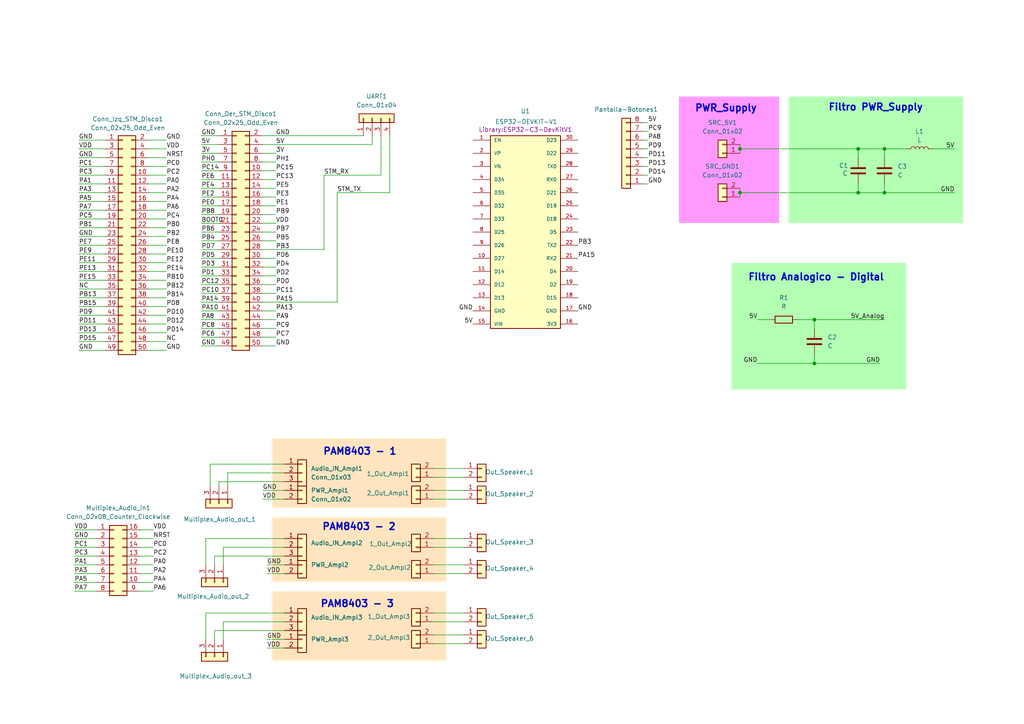
<source format=kicad_sch>
(kicad_sch
	(version 20250114)
	(generator "eeschema")
	(generator_version "9.0")
	(uuid "a39c1df0-9e3d-4c83-b910-4e288e398b9e")
	(paper "A4")
	(lib_symbols
		(symbol "Connector_Generic:Conn_01x02"
			(pin_names
				(offset 1.016)
				(hide yes)
			)
			(exclude_from_sim no)
			(in_bom yes)
			(on_board yes)
			(property "Reference" "J"
				(at 0 2.54 0)
				(effects
					(font
						(size 1.27 1.27)
					)
				)
			)
			(property "Value" "Conn_01x02"
				(at 0 -5.08 0)
				(effects
					(font
						(size 1.27 1.27)
					)
				)
			)
			(property "Footprint" ""
				(at 0 0 0)
				(effects
					(font
						(size 1.27 1.27)
					)
					(hide yes)
				)
			)
			(property "Datasheet" "~"
				(at 0 0 0)
				(effects
					(font
						(size 1.27 1.27)
					)
					(hide yes)
				)
			)
			(property "Description" "Generic connector, single row, 01x02, script generated (kicad-library-utils/schlib/autogen/connector/)"
				(at 0 0 0)
				(effects
					(font
						(size 1.27 1.27)
					)
					(hide yes)
				)
			)
			(property "ki_keywords" "connector"
				(at 0 0 0)
				(effects
					(font
						(size 1.27 1.27)
					)
					(hide yes)
				)
			)
			(property "ki_fp_filters" "Connector*:*_1x??_*"
				(at 0 0 0)
				(effects
					(font
						(size 1.27 1.27)
					)
					(hide yes)
				)
			)
			(symbol "Conn_01x02_1_1"
				(rectangle
					(start -1.27 1.27)
					(end 1.27 -3.81)
					(stroke
						(width 0.254)
						(type default)
					)
					(fill
						(type background)
					)
				)
				(rectangle
					(start -1.27 0.127)
					(end 0 -0.127)
					(stroke
						(width 0.1524)
						(type default)
					)
					(fill
						(type none)
					)
				)
				(rectangle
					(start -1.27 -2.413)
					(end 0 -2.667)
					(stroke
						(width 0.1524)
						(type default)
					)
					(fill
						(type none)
					)
				)
				(pin passive line
					(at -5.08 0 0)
					(length 3.81)
					(name "Pin_1"
						(effects
							(font
								(size 1.27 1.27)
							)
						)
					)
					(number "1"
						(effects
							(font
								(size 1.27 1.27)
							)
						)
					)
				)
				(pin passive line
					(at -5.08 -2.54 0)
					(length 3.81)
					(name "Pin_2"
						(effects
							(font
								(size 1.27 1.27)
							)
						)
					)
					(number "2"
						(effects
							(font
								(size 1.27 1.27)
							)
						)
					)
				)
			)
			(embedded_fonts no)
		)
		(symbol "Connector_Generic:Conn_01x03"
			(pin_names
				(offset 1.016)
				(hide yes)
			)
			(exclude_from_sim no)
			(in_bom yes)
			(on_board yes)
			(property "Reference" "J"
				(at 0 5.08 0)
				(effects
					(font
						(size 1.27 1.27)
					)
				)
			)
			(property "Value" "Conn_01x03"
				(at 0 -5.08 0)
				(effects
					(font
						(size 1.27 1.27)
					)
				)
			)
			(property "Footprint" ""
				(at 0 0 0)
				(effects
					(font
						(size 1.27 1.27)
					)
					(hide yes)
				)
			)
			(property "Datasheet" "~"
				(at 0 0 0)
				(effects
					(font
						(size 1.27 1.27)
					)
					(hide yes)
				)
			)
			(property "Description" "Generic connector, single row, 01x03, script generated (kicad-library-utils/schlib/autogen/connector/)"
				(at 0 0 0)
				(effects
					(font
						(size 1.27 1.27)
					)
					(hide yes)
				)
			)
			(property "ki_keywords" "connector"
				(at 0 0 0)
				(effects
					(font
						(size 1.27 1.27)
					)
					(hide yes)
				)
			)
			(property "ki_fp_filters" "Connector*:*_1x??_*"
				(at 0 0 0)
				(effects
					(font
						(size 1.27 1.27)
					)
					(hide yes)
				)
			)
			(symbol "Conn_01x03_1_1"
				(rectangle
					(start -1.27 3.81)
					(end 1.27 -3.81)
					(stroke
						(width 0.254)
						(type default)
					)
					(fill
						(type background)
					)
				)
				(rectangle
					(start -1.27 2.667)
					(end 0 2.413)
					(stroke
						(width 0.1524)
						(type default)
					)
					(fill
						(type none)
					)
				)
				(rectangle
					(start -1.27 0.127)
					(end 0 -0.127)
					(stroke
						(width 0.1524)
						(type default)
					)
					(fill
						(type none)
					)
				)
				(rectangle
					(start -1.27 -2.413)
					(end 0 -2.667)
					(stroke
						(width 0.1524)
						(type default)
					)
					(fill
						(type none)
					)
				)
				(pin passive line
					(at -5.08 2.54 0)
					(length 3.81)
					(name "Pin_1"
						(effects
							(font
								(size 1.27 1.27)
							)
						)
					)
					(number "1"
						(effects
							(font
								(size 1.27 1.27)
							)
						)
					)
				)
				(pin passive line
					(at -5.08 0 0)
					(length 3.81)
					(name "Pin_2"
						(effects
							(font
								(size 1.27 1.27)
							)
						)
					)
					(number "2"
						(effects
							(font
								(size 1.27 1.27)
							)
						)
					)
				)
				(pin passive line
					(at -5.08 -2.54 0)
					(length 3.81)
					(name "Pin_3"
						(effects
							(font
								(size 1.27 1.27)
							)
						)
					)
					(number "3"
						(effects
							(font
								(size 1.27 1.27)
							)
						)
					)
				)
			)
			(embedded_fonts no)
		)
		(symbol "Connector_Generic:Conn_01x04"
			(pin_names
				(offset 1.016)
				(hide yes)
			)
			(exclude_from_sim no)
			(in_bom yes)
			(on_board yes)
			(property "Reference" "J"
				(at 0 5.08 0)
				(effects
					(font
						(size 1.27 1.27)
					)
				)
			)
			(property "Value" "Conn_01x04"
				(at 0 -7.62 0)
				(effects
					(font
						(size 1.27 1.27)
					)
				)
			)
			(property "Footprint" ""
				(at 0 0 0)
				(effects
					(font
						(size 1.27 1.27)
					)
					(hide yes)
				)
			)
			(property "Datasheet" "~"
				(at 0 0 0)
				(effects
					(font
						(size 1.27 1.27)
					)
					(hide yes)
				)
			)
			(property "Description" "Generic connector, single row, 01x04, script generated (kicad-library-utils/schlib/autogen/connector/)"
				(at 0 0 0)
				(effects
					(font
						(size 1.27 1.27)
					)
					(hide yes)
				)
			)
			(property "ki_keywords" "connector"
				(at 0 0 0)
				(effects
					(font
						(size 1.27 1.27)
					)
					(hide yes)
				)
			)
			(property "ki_fp_filters" "Connector*:*_1x??_*"
				(at 0 0 0)
				(effects
					(font
						(size 1.27 1.27)
					)
					(hide yes)
				)
			)
			(symbol "Conn_01x04_1_1"
				(rectangle
					(start -1.27 3.81)
					(end 1.27 -6.35)
					(stroke
						(width 0.254)
						(type default)
					)
					(fill
						(type background)
					)
				)
				(rectangle
					(start -1.27 2.667)
					(end 0 2.413)
					(stroke
						(width 0.1524)
						(type default)
					)
					(fill
						(type none)
					)
				)
				(rectangle
					(start -1.27 0.127)
					(end 0 -0.127)
					(stroke
						(width 0.1524)
						(type default)
					)
					(fill
						(type none)
					)
				)
				(rectangle
					(start -1.27 -2.413)
					(end 0 -2.667)
					(stroke
						(width 0.1524)
						(type default)
					)
					(fill
						(type none)
					)
				)
				(rectangle
					(start -1.27 -4.953)
					(end 0 -5.207)
					(stroke
						(width 0.1524)
						(type default)
					)
					(fill
						(type none)
					)
				)
				(pin passive line
					(at -5.08 2.54 0)
					(length 3.81)
					(name "Pin_1"
						(effects
							(font
								(size 1.27 1.27)
							)
						)
					)
					(number "1"
						(effects
							(font
								(size 1.27 1.27)
							)
						)
					)
				)
				(pin passive line
					(at -5.08 0 0)
					(length 3.81)
					(name "Pin_2"
						(effects
							(font
								(size 1.27 1.27)
							)
						)
					)
					(number "2"
						(effects
							(font
								(size 1.27 1.27)
							)
						)
					)
				)
				(pin passive line
					(at -5.08 -2.54 0)
					(length 3.81)
					(name "Pin_3"
						(effects
							(font
								(size 1.27 1.27)
							)
						)
					)
					(number "3"
						(effects
							(font
								(size 1.27 1.27)
							)
						)
					)
				)
				(pin passive line
					(at -5.08 -5.08 0)
					(length 3.81)
					(name "Pin_4"
						(effects
							(font
								(size 1.27 1.27)
							)
						)
					)
					(number "4"
						(effects
							(font
								(size 1.27 1.27)
							)
						)
					)
				)
			)
			(embedded_fonts no)
		)
		(symbol "Connector_Generic:Conn_01x08"
			(pin_names
				(offset 1.016)
				(hide yes)
			)
			(exclude_from_sim no)
			(in_bom yes)
			(on_board yes)
			(property "Reference" "J"
				(at 0 10.16 0)
				(effects
					(font
						(size 1.27 1.27)
					)
				)
			)
			(property "Value" "Conn_01x08"
				(at 0 -12.7 0)
				(effects
					(font
						(size 1.27 1.27)
					)
				)
			)
			(property "Footprint" ""
				(at 0 0 0)
				(effects
					(font
						(size 1.27 1.27)
					)
					(hide yes)
				)
			)
			(property "Datasheet" "~"
				(at 0 0 0)
				(effects
					(font
						(size 1.27 1.27)
					)
					(hide yes)
				)
			)
			(property "Description" "Generic connector, single row, 01x08, script generated (kicad-library-utils/schlib/autogen/connector/)"
				(at 0 0 0)
				(effects
					(font
						(size 1.27 1.27)
					)
					(hide yes)
				)
			)
			(property "ki_keywords" "connector"
				(at 0 0 0)
				(effects
					(font
						(size 1.27 1.27)
					)
					(hide yes)
				)
			)
			(property "ki_fp_filters" "Connector*:*_1x??_*"
				(at 0 0 0)
				(effects
					(font
						(size 1.27 1.27)
					)
					(hide yes)
				)
			)
			(symbol "Conn_01x08_1_1"
				(rectangle
					(start -1.27 8.89)
					(end 1.27 -11.43)
					(stroke
						(width 0.254)
						(type default)
					)
					(fill
						(type background)
					)
				)
				(rectangle
					(start -1.27 7.747)
					(end 0 7.493)
					(stroke
						(width 0.1524)
						(type default)
					)
					(fill
						(type none)
					)
				)
				(rectangle
					(start -1.27 5.207)
					(end 0 4.953)
					(stroke
						(width 0.1524)
						(type default)
					)
					(fill
						(type none)
					)
				)
				(rectangle
					(start -1.27 2.667)
					(end 0 2.413)
					(stroke
						(width 0.1524)
						(type default)
					)
					(fill
						(type none)
					)
				)
				(rectangle
					(start -1.27 0.127)
					(end 0 -0.127)
					(stroke
						(width 0.1524)
						(type default)
					)
					(fill
						(type none)
					)
				)
				(rectangle
					(start -1.27 -2.413)
					(end 0 -2.667)
					(stroke
						(width 0.1524)
						(type default)
					)
					(fill
						(type none)
					)
				)
				(rectangle
					(start -1.27 -4.953)
					(end 0 -5.207)
					(stroke
						(width 0.1524)
						(type default)
					)
					(fill
						(type none)
					)
				)
				(rectangle
					(start -1.27 -7.493)
					(end 0 -7.747)
					(stroke
						(width 0.1524)
						(type default)
					)
					(fill
						(type none)
					)
				)
				(rectangle
					(start -1.27 -10.033)
					(end 0 -10.287)
					(stroke
						(width 0.1524)
						(type default)
					)
					(fill
						(type none)
					)
				)
				(pin passive line
					(at -5.08 7.62 0)
					(length 3.81)
					(name "Pin_1"
						(effects
							(font
								(size 1.27 1.27)
							)
						)
					)
					(number "1"
						(effects
							(font
								(size 1.27 1.27)
							)
						)
					)
				)
				(pin passive line
					(at -5.08 5.08 0)
					(length 3.81)
					(name "Pin_2"
						(effects
							(font
								(size 1.27 1.27)
							)
						)
					)
					(number "2"
						(effects
							(font
								(size 1.27 1.27)
							)
						)
					)
				)
				(pin passive line
					(at -5.08 2.54 0)
					(length 3.81)
					(name "Pin_3"
						(effects
							(font
								(size 1.27 1.27)
							)
						)
					)
					(number "3"
						(effects
							(font
								(size 1.27 1.27)
							)
						)
					)
				)
				(pin passive line
					(at -5.08 0 0)
					(length 3.81)
					(name "Pin_4"
						(effects
							(font
								(size 1.27 1.27)
							)
						)
					)
					(number "4"
						(effects
							(font
								(size 1.27 1.27)
							)
						)
					)
				)
				(pin passive line
					(at -5.08 -2.54 0)
					(length 3.81)
					(name "Pin_5"
						(effects
							(font
								(size 1.27 1.27)
							)
						)
					)
					(number "5"
						(effects
							(font
								(size 1.27 1.27)
							)
						)
					)
				)
				(pin passive line
					(at -5.08 -5.08 0)
					(length 3.81)
					(name "Pin_6"
						(effects
							(font
								(size 1.27 1.27)
							)
						)
					)
					(number "6"
						(effects
							(font
								(size 1.27 1.27)
							)
						)
					)
				)
				(pin passive line
					(at -5.08 -7.62 0)
					(length 3.81)
					(name "Pin_7"
						(effects
							(font
								(size 1.27 1.27)
							)
						)
					)
					(number "7"
						(effects
							(font
								(size 1.27 1.27)
							)
						)
					)
				)
				(pin passive line
					(at -5.08 -10.16 0)
					(length 3.81)
					(name "Pin_8"
						(effects
							(font
								(size 1.27 1.27)
							)
						)
					)
					(number "8"
						(effects
							(font
								(size 1.27 1.27)
							)
						)
					)
				)
			)
			(embedded_fonts no)
		)
		(symbol "Connector_Generic:Conn_02x08_Counter_Clockwise"
			(pin_names
				(offset 1.016)
				(hide yes)
			)
			(exclude_from_sim no)
			(in_bom yes)
			(on_board yes)
			(property "Reference" "J"
				(at 1.27 10.16 0)
				(effects
					(font
						(size 1.27 1.27)
					)
				)
			)
			(property "Value" "Conn_02x08_Counter_Clockwise"
				(at 1.27 -12.7 0)
				(effects
					(font
						(size 1.27 1.27)
					)
				)
			)
			(property "Footprint" ""
				(at 0 0 0)
				(effects
					(font
						(size 1.27 1.27)
					)
					(hide yes)
				)
			)
			(property "Datasheet" "~"
				(at 0 0 0)
				(effects
					(font
						(size 1.27 1.27)
					)
					(hide yes)
				)
			)
			(property "Description" "Generic connector, double row, 02x08, counter clockwise pin numbering scheme (similar to DIP package numbering), script generated (kicad-library-utils/schlib/autogen/connector/)"
				(at 0 0 0)
				(effects
					(font
						(size 1.27 1.27)
					)
					(hide yes)
				)
			)
			(property "ki_keywords" "connector"
				(at 0 0 0)
				(effects
					(font
						(size 1.27 1.27)
					)
					(hide yes)
				)
			)
			(property "ki_fp_filters" "Connector*:*_2x??_*"
				(at 0 0 0)
				(effects
					(font
						(size 1.27 1.27)
					)
					(hide yes)
				)
			)
			(symbol "Conn_02x08_Counter_Clockwise_1_1"
				(rectangle
					(start -1.27 8.89)
					(end 3.81 -11.43)
					(stroke
						(width 0.254)
						(type default)
					)
					(fill
						(type background)
					)
				)
				(rectangle
					(start -1.27 7.747)
					(end 0 7.493)
					(stroke
						(width 0.1524)
						(type default)
					)
					(fill
						(type none)
					)
				)
				(rectangle
					(start -1.27 5.207)
					(end 0 4.953)
					(stroke
						(width 0.1524)
						(type default)
					)
					(fill
						(type none)
					)
				)
				(rectangle
					(start -1.27 2.667)
					(end 0 2.413)
					(stroke
						(width 0.1524)
						(type default)
					)
					(fill
						(type none)
					)
				)
				(rectangle
					(start -1.27 0.127)
					(end 0 -0.127)
					(stroke
						(width 0.1524)
						(type default)
					)
					(fill
						(type none)
					)
				)
				(rectangle
					(start -1.27 -2.413)
					(end 0 -2.667)
					(stroke
						(width 0.1524)
						(type default)
					)
					(fill
						(type none)
					)
				)
				(rectangle
					(start -1.27 -4.953)
					(end 0 -5.207)
					(stroke
						(width 0.1524)
						(type default)
					)
					(fill
						(type none)
					)
				)
				(rectangle
					(start -1.27 -7.493)
					(end 0 -7.747)
					(stroke
						(width 0.1524)
						(type default)
					)
					(fill
						(type none)
					)
				)
				(rectangle
					(start -1.27 -10.033)
					(end 0 -10.287)
					(stroke
						(width 0.1524)
						(type default)
					)
					(fill
						(type none)
					)
				)
				(rectangle
					(start 3.81 7.747)
					(end 2.54 7.493)
					(stroke
						(width 0.1524)
						(type default)
					)
					(fill
						(type none)
					)
				)
				(rectangle
					(start 3.81 5.207)
					(end 2.54 4.953)
					(stroke
						(width 0.1524)
						(type default)
					)
					(fill
						(type none)
					)
				)
				(rectangle
					(start 3.81 2.667)
					(end 2.54 2.413)
					(stroke
						(width 0.1524)
						(type default)
					)
					(fill
						(type none)
					)
				)
				(rectangle
					(start 3.81 0.127)
					(end 2.54 -0.127)
					(stroke
						(width 0.1524)
						(type default)
					)
					(fill
						(type none)
					)
				)
				(rectangle
					(start 3.81 -2.413)
					(end 2.54 -2.667)
					(stroke
						(width 0.1524)
						(type default)
					)
					(fill
						(type none)
					)
				)
				(rectangle
					(start 3.81 -4.953)
					(end 2.54 -5.207)
					(stroke
						(width 0.1524)
						(type default)
					)
					(fill
						(type none)
					)
				)
				(rectangle
					(start 3.81 -7.493)
					(end 2.54 -7.747)
					(stroke
						(width 0.1524)
						(type default)
					)
					(fill
						(type none)
					)
				)
				(rectangle
					(start 3.81 -10.033)
					(end 2.54 -10.287)
					(stroke
						(width 0.1524)
						(type default)
					)
					(fill
						(type none)
					)
				)
				(pin passive line
					(at -5.08 7.62 0)
					(length 3.81)
					(name "Pin_1"
						(effects
							(font
								(size 1.27 1.27)
							)
						)
					)
					(number "1"
						(effects
							(font
								(size 1.27 1.27)
							)
						)
					)
				)
				(pin passive line
					(at -5.08 5.08 0)
					(length 3.81)
					(name "Pin_2"
						(effects
							(font
								(size 1.27 1.27)
							)
						)
					)
					(number "2"
						(effects
							(font
								(size 1.27 1.27)
							)
						)
					)
				)
				(pin passive line
					(at -5.08 2.54 0)
					(length 3.81)
					(name "Pin_3"
						(effects
							(font
								(size 1.27 1.27)
							)
						)
					)
					(number "3"
						(effects
							(font
								(size 1.27 1.27)
							)
						)
					)
				)
				(pin passive line
					(at -5.08 0 0)
					(length 3.81)
					(name "Pin_4"
						(effects
							(font
								(size 1.27 1.27)
							)
						)
					)
					(number "4"
						(effects
							(font
								(size 1.27 1.27)
							)
						)
					)
				)
				(pin passive line
					(at -5.08 -2.54 0)
					(length 3.81)
					(name "Pin_5"
						(effects
							(font
								(size 1.27 1.27)
							)
						)
					)
					(number "5"
						(effects
							(font
								(size 1.27 1.27)
							)
						)
					)
				)
				(pin passive line
					(at -5.08 -5.08 0)
					(length 3.81)
					(name "Pin_6"
						(effects
							(font
								(size 1.27 1.27)
							)
						)
					)
					(number "6"
						(effects
							(font
								(size 1.27 1.27)
							)
						)
					)
				)
				(pin passive line
					(at -5.08 -7.62 0)
					(length 3.81)
					(name "Pin_7"
						(effects
							(font
								(size 1.27 1.27)
							)
						)
					)
					(number "7"
						(effects
							(font
								(size 1.27 1.27)
							)
						)
					)
				)
				(pin passive line
					(at -5.08 -10.16 0)
					(length 3.81)
					(name "Pin_8"
						(effects
							(font
								(size 1.27 1.27)
							)
						)
					)
					(number "8"
						(effects
							(font
								(size 1.27 1.27)
							)
						)
					)
				)
				(pin passive line
					(at 7.62 7.62 180)
					(length 3.81)
					(name "Pin_16"
						(effects
							(font
								(size 1.27 1.27)
							)
						)
					)
					(number "16"
						(effects
							(font
								(size 1.27 1.27)
							)
						)
					)
				)
				(pin passive line
					(at 7.62 5.08 180)
					(length 3.81)
					(name "Pin_15"
						(effects
							(font
								(size 1.27 1.27)
							)
						)
					)
					(number "15"
						(effects
							(font
								(size 1.27 1.27)
							)
						)
					)
				)
				(pin passive line
					(at 7.62 2.54 180)
					(length 3.81)
					(name "Pin_14"
						(effects
							(font
								(size 1.27 1.27)
							)
						)
					)
					(number "14"
						(effects
							(font
								(size 1.27 1.27)
							)
						)
					)
				)
				(pin passive line
					(at 7.62 0 180)
					(length 3.81)
					(name "Pin_13"
						(effects
							(font
								(size 1.27 1.27)
							)
						)
					)
					(number "13"
						(effects
							(font
								(size 1.27 1.27)
							)
						)
					)
				)
				(pin passive line
					(at 7.62 -2.54 180)
					(length 3.81)
					(name "Pin_12"
						(effects
							(font
								(size 1.27 1.27)
							)
						)
					)
					(number "12"
						(effects
							(font
								(size 1.27 1.27)
							)
						)
					)
				)
				(pin passive line
					(at 7.62 -5.08 180)
					(length 3.81)
					(name "Pin_11"
						(effects
							(font
								(size 1.27 1.27)
							)
						)
					)
					(number "11"
						(effects
							(font
								(size 1.27 1.27)
							)
						)
					)
				)
				(pin passive line
					(at 7.62 -7.62 180)
					(length 3.81)
					(name "Pin_10"
						(effects
							(font
								(size 1.27 1.27)
							)
						)
					)
					(number "10"
						(effects
							(font
								(size 1.27 1.27)
							)
						)
					)
				)
				(pin passive line
					(at 7.62 -10.16 180)
					(length 3.81)
					(name "Pin_9"
						(effects
							(font
								(size 1.27 1.27)
							)
						)
					)
					(number "9"
						(effects
							(font
								(size 1.27 1.27)
							)
						)
					)
				)
			)
			(embedded_fonts no)
		)
		(symbol "Connector_Generic:Conn_02x25_Odd_Even"
			(pin_names
				(offset 1.016)
				(hide yes)
			)
			(exclude_from_sim no)
			(in_bom yes)
			(on_board yes)
			(property "Reference" "J"
				(at 1.27 33.02 0)
				(effects
					(font
						(size 1.27 1.27)
					)
				)
			)
			(property "Value" "Conn_02x25_Odd_Even"
				(at 1.27 -33.02 0)
				(effects
					(font
						(size 1.27 1.27)
					)
				)
			)
			(property "Footprint" ""
				(at 0 0 0)
				(effects
					(font
						(size 1.27 1.27)
					)
					(hide yes)
				)
			)
			(property "Datasheet" "~"
				(at 0 0 0)
				(effects
					(font
						(size 1.27 1.27)
					)
					(hide yes)
				)
			)
			(property "Description" "Generic connector, double row, 02x25, odd/even pin numbering scheme (row 1 odd numbers, row 2 even numbers), script generated (kicad-library-utils/schlib/autogen/connector/)"
				(at 0 0 0)
				(effects
					(font
						(size 1.27 1.27)
					)
					(hide yes)
				)
			)
			(property "ki_keywords" "connector"
				(at 0 0 0)
				(effects
					(font
						(size 1.27 1.27)
					)
					(hide yes)
				)
			)
			(property "ki_fp_filters" "Connector*:*_2x??_*"
				(at 0 0 0)
				(effects
					(font
						(size 1.27 1.27)
					)
					(hide yes)
				)
			)
			(symbol "Conn_02x25_Odd_Even_1_1"
				(rectangle
					(start -1.27 31.75)
					(end 3.81 -31.75)
					(stroke
						(width 0.254)
						(type default)
					)
					(fill
						(type background)
					)
				)
				(rectangle
					(start -1.27 30.607)
					(end 0 30.353)
					(stroke
						(width 0.1524)
						(type default)
					)
					(fill
						(type none)
					)
				)
				(rectangle
					(start -1.27 28.067)
					(end 0 27.813)
					(stroke
						(width 0.1524)
						(type default)
					)
					(fill
						(type none)
					)
				)
				(rectangle
					(start -1.27 25.527)
					(end 0 25.273)
					(stroke
						(width 0.1524)
						(type default)
					)
					(fill
						(type none)
					)
				)
				(rectangle
					(start -1.27 22.987)
					(end 0 22.733)
					(stroke
						(width 0.1524)
						(type default)
					)
					(fill
						(type none)
					)
				)
				(rectangle
					(start -1.27 20.447)
					(end 0 20.193)
					(stroke
						(width 0.1524)
						(type default)
					)
					(fill
						(type none)
					)
				)
				(rectangle
					(start -1.27 17.907)
					(end 0 17.653)
					(stroke
						(width 0.1524)
						(type default)
					)
					(fill
						(type none)
					)
				)
				(rectangle
					(start -1.27 15.367)
					(end 0 15.113)
					(stroke
						(width 0.1524)
						(type default)
					)
					(fill
						(type none)
					)
				)
				(rectangle
					(start -1.27 12.827)
					(end 0 12.573)
					(stroke
						(width 0.1524)
						(type default)
					)
					(fill
						(type none)
					)
				)
				(rectangle
					(start -1.27 10.287)
					(end 0 10.033)
					(stroke
						(width 0.1524)
						(type default)
					)
					(fill
						(type none)
					)
				)
				(rectangle
					(start -1.27 7.747)
					(end 0 7.493)
					(stroke
						(width 0.1524)
						(type default)
					)
					(fill
						(type none)
					)
				)
				(rectangle
					(start -1.27 5.207)
					(end 0 4.953)
					(stroke
						(width 0.1524)
						(type default)
					)
					(fill
						(type none)
					)
				)
				(rectangle
					(start -1.27 2.667)
					(end 0 2.413)
					(stroke
						(width 0.1524)
						(type default)
					)
					(fill
						(type none)
					)
				)
				(rectangle
					(start -1.27 0.127)
					(end 0 -0.127)
					(stroke
						(width 0.1524)
						(type default)
					)
					(fill
						(type none)
					)
				)
				(rectangle
					(start -1.27 -2.413)
					(end 0 -2.667)
					(stroke
						(width 0.1524)
						(type default)
					)
					(fill
						(type none)
					)
				)
				(rectangle
					(start -1.27 -4.953)
					(end 0 -5.207)
					(stroke
						(width 0.1524)
						(type default)
					)
					(fill
						(type none)
					)
				)
				(rectangle
					(start -1.27 -7.493)
					(end 0 -7.747)
					(stroke
						(width 0.1524)
						(type default)
					)
					(fill
						(type none)
					)
				)
				(rectangle
					(start -1.27 -10.033)
					(end 0 -10.287)
					(stroke
						(width 0.1524)
						(type default)
					)
					(fill
						(type none)
					)
				)
				(rectangle
					(start -1.27 -12.573)
					(end 0 -12.827)
					(stroke
						(width 0.1524)
						(type default)
					)
					(fill
						(type none)
					)
				)
				(rectangle
					(start -1.27 -15.113)
					(end 0 -15.367)
					(stroke
						(width 0.1524)
						(type default)
					)
					(fill
						(type none)
					)
				)
				(rectangle
					(start -1.27 -17.653)
					(end 0 -17.907)
					(stroke
						(width 0.1524)
						(type default)
					)
					(fill
						(type none)
					)
				)
				(rectangle
					(start -1.27 -20.193)
					(end 0 -20.447)
					(stroke
						(width 0.1524)
						(type default)
					)
					(fill
						(type none)
					)
				)
				(rectangle
					(start -1.27 -22.733)
					(end 0 -22.987)
					(stroke
						(width 0.1524)
						(type default)
					)
					(fill
						(type none)
					)
				)
				(rectangle
					(start -1.27 -25.273)
					(end 0 -25.527)
					(stroke
						(width 0.1524)
						(type default)
					)
					(fill
						(type none)
					)
				)
				(rectangle
					(start -1.27 -27.813)
					(end 0 -28.067)
					(stroke
						(width 0.1524)
						(type default)
					)
					(fill
						(type none)
					)
				)
				(rectangle
					(start -1.27 -30.353)
					(end 0 -30.607)
					(stroke
						(width 0.1524)
						(type default)
					)
					(fill
						(type none)
					)
				)
				(rectangle
					(start 3.81 30.607)
					(end 2.54 30.353)
					(stroke
						(width 0.1524)
						(type default)
					)
					(fill
						(type none)
					)
				)
				(rectangle
					(start 3.81 28.067)
					(end 2.54 27.813)
					(stroke
						(width 0.1524)
						(type default)
					)
					(fill
						(type none)
					)
				)
				(rectangle
					(start 3.81 25.527)
					(end 2.54 25.273)
					(stroke
						(width 0.1524)
						(type default)
					)
					(fill
						(type none)
					)
				)
				(rectangle
					(start 3.81 22.987)
					(end 2.54 22.733)
					(stroke
						(width 0.1524)
						(type default)
					)
					(fill
						(type none)
					)
				)
				(rectangle
					(start 3.81 20.447)
					(end 2.54 20.193)
					(stroke
						(width 0.1524)
						(type default)
					)
					(fill
						(type none)
					)
				)
				(rectangle
					(start 3.81 17.907)
					(end 2.54 17.653)
					(stroke
						(width 0.1524)
						(type default)
					)
					(fill
						(type none)
					)
				)
				(rectangle
					(start 3.81 15.367)
					(end 2.54 15.113)
					(stroke
						(width 0.1524)
						(type default)
					)
					(fill
						(type none)
					)
				)
				(rectangle
					(start 3.81 12.827)
					(end 2.54 12.573)
					(stroke
						(width 0.1524)
						(type default)
					)
					(fill
						(type none)
					)
				)
				(rectangle
					(start 3.81 10.287)
					(end 2.54 10.033)
					(stroke
						(width 0.1524)
						(type default)
					)
					(fill
						(type none)
					)
				)
				(rectangle
					(start 3.81 7.747)
					(end 2.54 7.493)
					(stroke
						(width 0.1524)
						(type default)
					)
					(fill
						(type none)
					)
				)
				(rectangle
					(start 3.81 5.207)
					(end 2.54 4.953)
					(stroke
						(width 0.1524)
						(type default)
					)
					(fill
						(type none)
					)
				)
				(rectangle
					(start 3.81 2.667)
					(end 2.54 2.413)
					(stroke
						(width 0.1524)
						(type default)
					)
					(fill
						(type none)
					)
				)
				(rectangle
					(start 3.81 0.127)
					(end 2.54 -0.127)
					(stroke
						(width 0.1524)
						(type default)
					)
					(fill
						(type none)
					)
				)
				(rectangle
					(start 3.81 -2.413)
					(end 2.54 -2.667)
					(stroke
						(width 0.1524)
						(type default)
					)
					(fill
						(type none)
					)
				)
				(rectangle
					(start 3.81 -4.953)
					(end 2.54 -5.207)
					(stroke
						(width 0.1524)
						(type default)
					)
					(fill
						(type none)
					)
				)
				(rectangle
					(start 3.81 -7.493)
					(end 2.54 -7.747)
					(stroke
						(width 0.1524)
						(type default)
					)
					(fill
						(type none)
					)
				)
				(rectangle
					(start 3.81 -10.033)
					(end 2.54 -10.287)
					(stroke
						(width 0.1524)
						(type default)
					)
					(fill
						(type none)
					)
				)
				(rectangle
					(start 3.81 -12.573)
					(end 2.54 -12.827)
					(stroke
						(width 0.1524)
						(type default)
					)
					(fill
						(type none)
					)
				)
				(rectangle
					(start 3.81 -15.113)
					(end 2.54 -15.367)
					(stroke
						(width 0.1524)
						(type default)
					)
					(fill
						(type none)
					)
				)
				(rectangle
					(start 3.81 -17.653)
					(end 2.54 -17.907)
					(stroke
						(width 0.1524)
						(type default)
					)
					(fill
						(type none)
					)
				)
				(rectangle
					(start 3.81 -20.193)
					(end 2.54 -20.447)
					(stroke
						(width 0.1524)
						(type default)
					)
					(fill
						(type none)
					)
				)
				(rectangle
					(start 3.81 -22.733)
					(end 2.54 -22.987)
					(stroke
						(width 0.1524)
						(type default)
					)
					(fill
						(type none)
					)
				)
				(rectangle
					(start 3.81 -25.273)
					(end 2.54 -25.527)
					(stroke
						(width 0.1524)
						(type default)
					)
					(fill
						(type none)
					)
				)
				(rectangle
					(start 3.81 -27.813)
					(end 2.54 -28.067)
					(stroke
						(width 0.1524)
						(type default)
					)
					(fill
						(type none)
					)
				)
				(rectangle
					(start 3.81 -30.353)
					(end 2.54 -30.607)
					(stroke
						(width 0.1524)
						(type default)
					)
					(fill
						(type none)
					)
				)
				(pin passive line
					(at -5.08 30.48 0)
					(length 3.81)
					(name "Pin_1"
						(effects
							(font
								(size 1.27 1.27)
							)
						)
					)
					(number "1"
						(effects
							(font
								(size 1.27 1.27)
							)
						)
					)
				)
				(pin passive line
					(at -5.08 27.94 0)
					(length 3.81)
					(name "Pin_3"
						(effects
							(font
								(size 1.27 1.27)
							)
						)
					)
					(number "3"
						(effects
							(font
								(size 1.27 1.27)
							)
						)
					)
				)
				(pin passive line
					(at -5.08 25.4 0)
					(length 3.81)
					(name "Pin_5"
						(effects
							(font
								(size 1.27 1.27)
							)
						)
					)
					(number "5"
						(effects
							(font
								(size 1.27 1.27)
							)
						)
					)
				)
				(pin passive line
					(at -5.08 22.86 0)
					(length 3.81)
					(name "Pin_7"
						(effects
							(font
								(size 1.27 1.27)
							)
						)
					)
					(number "7"
						(effects
							(font
								(size 1.27 1.27)
							)
						)
					)
				)
				(pin passive line
					(at -5.08 20.32 0)
					(length 3.81)
					(name "Pin_9"
						(effects
							(font
								(size 1.27 1.27)
							)
						)
					)
					(number "9"
						(effects
							(font
								(size 1.27 1.27)
							)
						)
					)
				)
				(pin passive line
					(at -5.08 17.78 0)
					(length 3.81)
					(name "Pin_11"
						(effects
							(font
								(size 1.27 1.27)
							)
						)
					)
					(number "11"
						(effects
							(font
								(size 1.27 1.27)
							)
						)
					)
				)
				(pin passive line
					(at -5.08 15.24 0)
					(length 3.81)
					(name "Pin_13"
						(effects
							(font
								(size 1.27 1.27)
							)
						)
					)
					(number "13"
						(effects
							(font
								(size 1.27 1.27)
							)
						)
					)
				)
				(pin passive line
					(at -5.08 12.7 0)
					(length 3.81)
					(name "Pin_15"
						(effects
							(font
								(size 1.27 1.27)
							)
						)
					)
					(number "15"
						(effects
							(font
								(size 1.27 1.27)
							)
						)
					)
				)
				(pin passive line
					(at -5.08 10.16 0)
					(length 3.81)
					(name "Pin_17"
						(effects
							(font
								(size 1.27 1.27)
							)
						)
					)
					(number "17"
						(effects
							(font
								(size 1.27 1.27)
							)
						)
					)
				)
				(pin passive line
					(at -5.08 7.62 0)
					(length 3.81)
					(name "Pin_19"
						(effects
							(font
								(size 1.27 1.27)
							)
						)
					)
					(number "19"
						(effects
							(font
								(size 1.27 1.27)
							)
						)
					)
				)
				(pin passive line
					(at -5.08 5.08 0)
					(length 3.81)
					(name "Pin_21"
						(effects
							(font
								(size 1.27 1.27)
							)
						)
					)
					(number "21"
						(effects
							(font
								(size 1.27 1.27)
							)
						)
					)
				)
				(pin passive line
					(at -5.08 2.54 0)
					(length 3.81)
					(name "Pin_23"
						(effects
							(font
								(size 1.27 1.27)
							)
						)
					)
					(number "23"
						(effects
							(font
								(size 1.27 1.27)
							)
						)
					)
				)
				(pin passive line
					(at -5.08 0 0)
					(length 3.81)
					(name "Pin_25"
						(effects
							(font
								(size 1.27 1.27)
							)
						)
					)
					(number "25"
						(effects
							(font
								(size 1.27 1.27)
							)
						)
					)
				)
				(pin passive line
					(at -5.08 -2.54 0)
					(length 3.81)
					(name "Pin_27"
						(effects
							(font
								(size 1.27 1.27)
							)
						)
					)
					(number "27"
						(effects
							(font
								(size 1.27 1.27)
							)
						)
					)
				)
				(pin passive line
					(at -5.08 -5.08 0)
					(length 3.81)
					(name "Pin_29"
						(effects
							(font
								(size 1.27 1.27)
							)
						)
					)
					(number "29"
						(effects
							(font
								(size 1.27 1.27)
							)
						)
					)
				)
				(pin passive line
					(at -5.08 -7.62 0)
					(length 3.81)
					(name "Pin_31"
						(effects
							(font
								(size 1.27 1.27)
							)
						)
					)
					(number "31"
						(effects
							(font
								(size 1.27 1.27)
							)
						)
					)
				)
				(pin passive line
					(at -5.08 -10.16 0)
					(length 3.81)
					(name "Pin_33"
						(effects
							(font
								(size 1.27 1.27)
							)
						)
					)
					(number "33"
						(effects
							(font
								(size 1.27 1.27)
							)
						)
					)
				)
				(pin passive line
					(at -5.08 -12.7 0)
					(length 3.81)
					(name "Pin_35"
						(effects
							(font
								(size 1.27 1.27)
							)
						)
					)
					(number "35"
						(effects
							(font
								(size 1.27 1.27)
							)
						)
					)
				)
				(pin passive line
					(at -5.08 -15.24 0)
					(length 3.81)
					(name "Pin_37"
						(effects
							(font
								(size 1.27 1.27)
							)
						)
					)
					(number "37"
						(effects
							(font
								(size 1.27 1.27)
							)
						)
					)
				)
				(pin passive line
					(at -5.08 -17.78 0)
					(length 3.81)
					(name "Pin_39"
						(effects
							(font
								(size 1.27 1.27)
							)
						)
					)
					(number "39"
						(effects
							(font
								(size 1.27 1.27)
							)
						)
					)
				)
				(pin passive line
					(at -5.08 -20.32 0)
					(length 3.81)
					(name "Pin_41"
						(effects
							(font
								(size 1.27 1.27)
							)
						)
					)
					(number "41"
						(effects
							(font
								(size 1.27 1.27)
							)
						)
					)
				)
				(pin passive line
					(at -5.08 -22.86 0)
					(length 3.81)
					(name "Pin_43"
						(effects
							(font
								(size 1.27 1.27)
							)
						)
					)
					(number "43"
						(effects
							(font
								(size 1.27 1.27)
							)
						)
					)
				)
				(pin passive line
					(at -5.08 -25.4 0)
					(length 3.81)
					(name "Pin_45"
						(effects
							(font
								(size 1.27 1.27)
							)
						)
					)
					(number "45"
						(effects
							(font
								(size 1.27 1.27)
							)
						)
					)
				)
				(pin passive line
					(at -5.08 -27.94 0)
					(length 3.81)
					(name "Pin_47"
						(effects
							(font
								(size 1.27 1.27)
							)
						)
					)
					(number "47"
						(effects
							(font
								(size 1.27 1.27)
							)
						)
					)
				)
				(pin passive line
					(at -5.08 -30.48 0)
					(length 3.81)
					(name "Pin_49"
						(effects
							(font
								(size 1.27 1.27)
							)
						)
					)
					(number "49"
						(effects
							(font
								(size 1.27 1.27)
							)
						)
					)
				)
				(pin passive line
					(at 7.62 30.48 180)
					(length 3.81)
					(name "Pin_2"
						(effects
							(font
								(size 1.27 1.27)
							)
						)
					)
					(number "2"
						(effects
							(font
								(size 1.27 1.27)
							)
						)
					)
				)
				(pin passive line
					(at 7.62 27.94 180)
					(length 3.81)
					(name "Pin_4"
						(effects
							(font
								(size 1.27 1.27)
							)
						)
					)
					(number "4"
						(effects
							(font
								(size 1.27 1.27)
							)
						)
					)
				)
				(pin passive line
					(at 7.62 25.4 180)
					(length 3.81)
					(name "Pin_6"
						(effects
							(font
								(size 1.27 1.27)
							)
						)
					)
					(number "6"
						(effects
							(font
								(size 1.27 1.27)
							)
						)
					)
				)
				(pin passive line
					(at 7.62 22.86 180)
					(length 3.81)
					(name "Pin_8"
						(effects
							(font
								(size 1.27 1.27)
							)
						)
					)
					(number "8"
						(effects
							(font
								(size 1.27 1.27)
							)
						)
					)
				)
				(pin passive line
					(at 7.62 20.32 180)
					(length 3.81)
					(name "Pin_10"
						(effects
							(font
								(size 1.27 1.27)
							)
						)
					)
					(number "10"
						(effects
							(font
								(size 1.27 1.27)
							)
						)
					)
				)
				(pin passive line
					(at 7.62 17.78 180)
					(length 3.81)
					(name "Pin_12"
						(effects
							(font
								(size 1.27 1.27)
							)
						)
					)
					(number "12"
						(effects
							(font
								(size 1.27 1.27)
							)
						)
					)
				)
				(pin passive line
					(at 7.62 15.24 180)
					(length 3.81)
					(name "Pin_14"
						(effects
							(font
								(size 1.27 1.27)
							)
						)
					)
					(number "14"
						(effects
							(font
								(size 1.27 1.27)
							)
						)
					)
				)
				(pin passive line
					(at 7.62 12.7 180)
					(length 3.81)
					(name "Pin_16"
						(effects
							(font
								(size 1.27 1.27)
							)
						)
					)
					(number "16"
						(effects
							(font
								(size 1.27 1.27)
							)
						)
					)
				)
				(pin passive line
					(at 7.62 10.16 180)
					(length 3.81)
					(name "Pin_18"
						(effects
							(font
								(size 1.27 1.27)
							)
						)
					)
					(number "18"
						(effects
							(font
								(size 1.27 1.27)
							)
						)
					)
				)
				(pin passive line
					(at 7.62 7.62 180)
					(length 3.81)
					(name "Pin_20"
						(effects
							(font
								(size 1.27 1.27)
							)
						)
					)
					(number "20"
						(effects
							(font
								(size 1.27 1.27)
							)
						)
					)
				)
				(pin passive line
					(at 7.62 5.08 180)
					(length 3.81)
					(name "Pin_22"
						(effects
							(font
								(size 1.27 1.27)
							)
						)
					)
					(number "22"
						(effects
							(font
								(size 1.27 1.27)
							)
						)
					)
				)
				(pin passive line
					(at 7.62 2.54 180)
					(length 3.81)
					(name "Pin_24"
						(effects
							(font
								(size 1.27 1.27)
							)
						)
					)
					(number "24"
						(effects
							(font
								(size 1.27 1.27)
							)
						)
					)
				)
				(pin passive line
					(at 7.62 0 180)
					(length 3.81)
					(name "Pin_26"
						(effects
							(font
								(size 1.27 1.27)
							)
						)
					)
					(number "26"
						(effects
							(font
								(size 1.27 1.27)
							)
						)
					)
				)
				(pin passive line
					(at 7.62 -2.54 180)
					(length 3.81)
					(name "Pin_28"
						(effects
							(font
								(size 1.27 1.27)
							)
						)
					)
					(number "28"
						(effects
							(font
								(size 1.27 1.27)
							)
						)
					)
				)
				(pin passive line
					(at 7.62 -5.08 180)
					(length 3.81)
					(name "Pin_30"
						(effects
							(font
								(size 1.27 1.27)
							)
						)
					)
					(number "30"
						(effects
							(font
								(size 1.27 1.27)
							)
						)
					)
				)
				(pin passive line
					(at 7.62 -7.62 180)
					(length 3.81)
					(name "Pin_32"
						(effects
							(font
								(size 1.27 1.27)
							)
						)
					)
					(number "32"
						(effects
							(font
								(size 1.27 1.27)
							)
						)
					)
				)
				(pin passive line
					(at 7.62 -10.16 180)
					(length 3.81)
					(name "Pin_34"
						(effects
							(font
								(size 1.27 1.27)
							)
						)
					)
					(number "34"
						(effects
							(font
								(size 1.27 1.27)
							)
						)
					)
				)
				(pin passive line
					(at 7.62 -12.7 180)
					(length 3.81)
					(name "Pin_36"
						(effects
							(font
								(size 1.27 1.27)
							)
						)
					)
					(number "36"
						(effects
							(font
								(size 1.27 1.27)
							)
						)
					)
				)
				(pin passive line
					(at 7.62 -15.24 180)
					(length 3.81)
					(name "Pin_38"
						(effects
							(font
								(size 1.27 1.27)
							)
						)
					)
					(number "38"
						(effects
							(font
								(size 1.27 1.27)
							)
						)
					)
				)
				(pin passive line
					(at 7.62 -17.78 180)
					(length 3.81)
					(name "Pin_40"
						(effects
							(font
								(size 1.27 1.27)
							)
						)
					)
					(number "40"
						(effects
							(font
								(size 1.27 1.27)
							)
						)
					)
				)
				(pin passive line
					(at 7.62 -20.32 180)
					(length 3.81)
					(name "Pin_42"
						(effects
							(font
								(size 1.27 1.27)
							)
						)
					)
					(number "42"
						(effects
							(font
								(size 1.27 1.27)
							)
						)
					)
				)
				(pin passive line
					(at 7.62 -22.86 180)
					(length 3.81)
					(name "Pin_44"
						(effects
							(font
								(size 1.27 1.27)
							)
						)
					)
					(number "44"
						(effects
							(font
								(size 1.27 1.27)
							)
						)
					)
				)
				(pin passive line
					(at 7.62 -25.4 180)
					(length 3.81)
					(name "Pin_46"
						(effects
							(font
								(size 1.27 1.27)
							)
						)
					)
					(number "46"
						(effects
							(font
								(size 1.27 1.27)
							)
						)
					)
				)
				(pin passive line
					(at 7.62 -27.94 180)
					(length 3.81)
					(name "Pin_48"
						(effects
							(font
								(size 1.27 1.27)
							)
						)
					)
					(number "48"
						(effects
							(font
								(size 1.27 1.27)
							)
						)
					)
				)
				(pin passive line
					(at 7.62 -30.48 180)
					(length 3.81)
					(name "Pin_50"
						(effects
							(font
								(size 1.27 1.27)
							)
						)
					)
					(number "50"
						(effects
							(font
								(size 1.27 1.27)
							)
						)
					)
				)
			)
			(embedded_fonts no)
		)
		(symbol "Device:C"
			(pin_numbers
				(hide yes)
			)
			(pin_names
				(offset 0.254)
			)
			(exclude_from_sim no)
			(in_bom yes)
			(on_board yes)
			(property "Reference" "C"
				(at 0.635 2.54 0)
				(effects
					(font
						(size 1.27 1.27)
					)
					(justify left)
				)
			)
			(property "Value" "C"
				(at 0.635 -2.54 0)
				(effects
					(font
						(size 1.27 1.27)
					)
					(justify left)
				)
			)
			(property "Footprint" ""
				(at 0.9652 -3.81 0)
				(effects
					(font
						(size 1.27 1.27)
					)
					(hide yes)
				)
			)
			(property "Datasheet" "~"
				(at 0 0 0)
				(effects
					(font
						(size 1.27 1.27)
					)
					(hide yes)
				)
			)
			(property "Description" "Unpolarized capacitor"
				(at 0 0 0)
				(effects
					(font
						(size 1.27 1.27)
					)
					(hide yes)
				)
			)
			(property "ki_keywords" "cap capacitor"
				(at 0 0 0)
				(effects
					(font
						(size 1.27 1.27)
					)
					(hide yes)
				)
			)
			(property "ki_fp_filters" "C_*"
				(at 0 0 0)
				(effects
					(font
						(size 1.27 1.27)
					)
					(hide yes)
				)
			)
			(symbol "C_0_1"
				(polyline
					(pts
						(xy -2.032 0.762) (xy 2.032 0.762)
					)
					(stroke
						(width 0.508)
						(type default)
					)
					(fill
						(type none)
					)
				)
				(polyline
					(pts
						(xy -2.032 -0.762) (xy 2.032 -0.762)
					)
					(stroke
						(width 0.508)
						(type default)
					)
					(fill
						(type none)
					)
				)
			)
			(symbol "C_1_1"
				(pin passive line
					(at 0 3.81 270)
					(length 2.794)
					(name "~"
						(effects
							(font
								(size 1.27 1.27)
							)
						)
					)
					(number "1"
						(effects
							(font
								(size 1.27 1.27)
							)
						)
					)
				)
				(pin passive line
					(at 0 -3.81 90)
					(length 2.794)
					(name "~"
						(effects
							(font
								(size 1.27 1.27)
							)
						)
					)
					(number "2"
						(effects
							(font
								(size 1.27 1.27)
							)
						)
					)
				)
			)
			(embedded_fonts no)
		)
		(symbol "Device:L"
			(pin_numbers
				(hide yes)
			)
			(pin_names
				(offset 1.016)
				(hide yes)
			)
			(exclude_from_sim no)
			(in_bom yes)
			(on_board yes)
			(property "Reference" "L"
				(at -1.27 0 90)
				(effects
					(font
						(size 1.27 1.27)
					)
				)
			)
			(property "Value" "L"
				(at 1.905 0 90)
				(effects
					(font
						(size 1.27 1.27)
					)
				)
			)
			(property "Footprint" ""
				(at 0 0 0)
				(effects
					(font
						(size 1.27 1.27)
					)
					(hide yes)
				)
			)
			(property "Datasheet" "~"
				(at 0 0 0)
				(effects
					(font
						(size 1.27 1.27)
					)
					(hide yes)
				)
			)
			(property "Description" "Inductor"
				(at 0 0 0)
				(effects
					(font
						(size 1.27 1.27)
					)
					(hide yes)
				)
			)
			(property "ki_keywords" "inductor choke coil reactor magnetic"
				(at 0 0 0)
				(effects
					(font
						(size 1.27 1.27)
					)
					(hide yes)
				)
			)
			(property "ki_fp_filters" "Choke_* *Coil* Inductor_* L_*"
				(at 0 0 0)
				(effects
					(font
						(size 1.27 1.27)
					)
					(hide yes)
				)
			)
			(symbol "L_0_1"
				(arc
					(start 0 2.54)
					(mid 0.6323 1.905)
					(end 0 1.27)
					(stroke
						(width 0)
						(type default)
					)
					(fill
						(type none)
					)
				)
				(arc
					(start 0 1.27)
					(mid 0.6323 0.635)
					(end 0 0)
					(stroke
						(width 0)
						(type default)
					)
					(fill
						(type none)
					)
				)
				(arc
					(start 0 0)
					(mid 0.6323 -0.635)
					(end 0 -1.27)
					(stroke
						(width 0)
						(type default)
					)
					(fill
						(type none)
					)
				)
				(arc
					(start 0 -1.27)
					(mid 0.6323 -1.905)
					(end 0 -2.54)
					(stroke
						(width 0)
						(type default)
					)
					(fill
						(type none)
					)
				)
			)
			(symbol "L_1_1"
				(pin passive line
					(at 0 3.81 270)
					(length 1.27)
					(name "1"
						(effects
							(font
								(size 1.27 1.27)
							)
						)
					)
					(number "1"
						(effects
							(font
								(size 1.27 1.27)
							)
						)
					)
				)
				(pin passive line
					(at 0 -3.81 90)
					(length 1.27)
					(name "2"
						(effects
							(font
								(size 1.27 1.27)
							)
						)
					)
					(number "2"
						(effects
							(font
								(size 1.27 1.27)
							)
						)
					)
				)
			)
			(embedded_fonts no)
		)
		(symbol "Device:R"
			(pin_numbers
				(hide yes)
			)
			(pin_names
				(offset 0)
			)
			(exclude_from_sim no)
			(in_bom yes)
			(on_board yes)
			(property "Reference" "R"
				(at 2.032 0 90)
				(effects
					(font
						(size 1.27 1.27)
					)
				)
			)
			(property "Value" "R"
				(at 0 0 90)
				(effects
					(font
						(size 1.27 1.27)
					)
				)
			)
			(property "Footprint" ""
				(at -1.778 0 90)
				(effects
					(font
						(size 1.27 1.27)
					)
					(hide yes)
				)
			)
			(property "Datasheet" "~"
				(at 0 0 0)
				(effects
					(font
						(size 1.27 1.27)
					)
					(hide yes)
				)
			)
			(property "Description" "Resistor"
				(at 0 0 0)
				(effects
					(font
						(size 1.27 1.27)
					)
					(hide yes)
				)
			)
			(property "ki_keywords" "R res resistor"
				(at 0 0 0)
				(effects
					(font
						(size 1.27 1.27)
					)
					(hide yes)
				)
			)
			(property "ki_fp_filters" "R_*"
				(at 0 0 0)
				(effects
					(font
						(size 1.27 1.27)
					)
					(hide yes)
				)
			)
			(symbol "R_0_1"
				(rectangle
					(start -1.016 -2.54)
					(end 1.016 2.54)
					(stroke
						(width 0.254)
						(type default)
					)
					(fill
						(type none)
					)
				)
			)
			(symbol "R_1_1"
				(pin passive line
					(at 0 3.81 270)
					(length 1.27)
					(name "~"
						(effects
							(font
								(size 1.27 1.27)
							)
						)
					)
					(number "1"
						(effects
							(font
								(size 1.27 1.27)
							)
						)
					)
				)
				(pin passive line
					(at 0 -3.81 90)
					(length 1.27)
					(name "~"
						(effects
							(font
								(size 1.27 1.27)
							)
						)
					)
					(number "2"
						(effects
							(font
								(size 1.27 1.27)
							)
						)
					)
				)
			)
			(embedded_fonts no)
		)
		(symbol "ESP32-DEVKIT-V1:ESP32-DEVKIT-V1"
			(pin_names
				(offset 1.016)
			)
			(exclude_from_sim no)
			(in_bom yes)
			(on_board yes)
			(property "Reference" "U1"
				(at 0 35.56 0)
				(effects
					(font
						(size 1.27 1.27)
					)
				)
			)
			(property "Value" "ESP32-DEVKIT-V1"
				(at 0 33.02 0)
				(effects
					(font
						(size 1.27 1.27)
					)
				)
			)
			(property "Footprint" "Library:ESP32-C3-DevKitV1"
				(at 0 31.75 0)
				(effects
					(font
						(size 1.27 1.27)
					)
				)
			)
			(property "Datasheet" ""
				(at 0 0 0)
				(effects
					(font
						(size 1.27 1.27)
					)
					(hide yes)
				)
			)
			(property "Description" ""
				(at 0 0 0)
				(effects
					(font
						(size 1.27 1.27)
					)
					(hide yes)
				)
			)
			(property "MF" "Do it"
				(at 0 0 0)
				(effects
					(font
						(size 1.27 1.27)
					)
					(justify bottom)
					(hide yes)
				)
			)
			(property "MAXIMUM_PACKAGE_HEIGHT" "6.8 mm"
				(at 0 0 0)
				(effects
					(font
						(size 1.27 1.27)
					)
					(justify bottom)
					(hide yes)
				)
			)
			(property "Package" "None"
				(at 0 0 0)
				(effects
					(font
						(size 1.27 1.27)
					)
					(justify bottom)
					(hide yes)
				)
			)
			(property "Price" "None"
				(at 0 0 0)
				(effects
					(font
						(size 1.27 1.27)
					)
					(justify bottom)
					(hide yes)
				)
			)
			(property "Check_prices" "https://www.snapeda.com/parts/ESP32-DEVKIT-V1/Do+it/view-part/?ref=eda"
				(at 0 -1.27 0)
				(effects
					(font
						(size 1.27 1.27)
					)
					(justify bottom)
					(hide yes)
				)
			)
			(property "STANDARD" "Manufacturer Recommendations"
				(at 0 -1.27 0)
				(effects
					(font
						(size 1.27 1.27)
					)
					(justify bottom)
					(hide yes)
				)
			)
			(property "PARTREV" "N/A"
				(at 0 0 0)
				(effects
					(font
						(size 1.27 1.27)
					)
					(justify bottom)
					(hide yes)
				)
			)
			(property "SnapEDA_Link" "https://www.snapeda.com/parts/ESP32-DEVKIT-V1/Do+it/view-part/?ref=snap"
				(at 0 -1.27 0)
				(effects
					(font
						(size 1.27 1.27)
					)
					(justify bottom)
					(hide yes)
				)
			)
			(property "MP" "ESP32-DEVKIT-V1"
				(at 0 0 0)
				(effects
					(font
						(size 1.27 1.27)
					)
					(justify bottom)
					(hide yes)
				)
			)
			(property "Description_1" "Dual core, Wi-Fi: 2.4 GHz up to 150 Mbits/s,BLE (Bluetooth Low Energy) and legacy Bluetooth, 32 bits, Up to 240 MHz"
				(at 0 -1.27 0)
				(effects
					(font
						(size 1.27 1.27)
					)
					(justify bottom)
					(hide yes)
				)
			)
			(property "Availability" "Not in stock"
				(at 0 0 0)
				(effects
					(font
						(size 1.27 1.27)
					)
					(justify bottom)
					(hide yes)
				)
			)
			(property "MANUFACTURER" "DOIT"
				(at 0 0 0)
				(effects
					(font
						(size 1.27 1.27)
					)
					(justify bottom)
					(hide yes)
				)
			)
			(symbol "ESP32-DEVKIT-V1_0_0"
				(rectangle
					(start -10.16 -27.94)
					(end 10.16 27.94)
					(stroke
						(width 0.254)
						(type default)
					)
					(fill
						(type background)
					)
				)
				(pin bidirectional line
					(at -15.24 3.81 0)
					(length 5.08)
					(name "D33"
						(effects
							(font
								(size 1.016 1.016)
							)
						)
					)
					(number "7"
						(effects
							(font
								(size 1.016 1.016)
							)
						)
					)
				)
			)
			(symbol "ESP32-DEVKIT-V1_1_0"
				(pin input line
					(at -15.24 26.67 0)
					(length 5.08)
					(name "EN"
						(effects
							(font
								(size 1.016 1.016)
							)
						)
					)
					(number "1"
						(effects
							(font
								(size 1.016 1.016)
							)
						)
					)
				)
				(pin bidirectional line
					(at -15.24 22.86 0)
					(length 5.08)
					(name "VP"
						(effects
							(font
								(size 1.016 1.016)
							)
						)
					)
					(number "2"
						(effects
							(font
								(size 1.016 1.016)
							)
						)
					)
				)
				(pin bidirectional line
					(at -15.24 19.05 0)
					(length 5.08)
					(name "VN"
						(effects
							(font
								(size 1.016 1.016)
							)
						)
					)
					(number "3"
						(effects
							(font
								(size 1.016 1.016)
							)
						)
					)
				)
				(pin bidirectional line
					(at -15.24 15.24 0)
					(length 5.08)
					(name "D34"
						(effects
							(font
								(size 1.016 1.016)
							)
						)
					)
					(number "4"
						(effects
							(font
								(size 1.016 1.016)
							)
						)
					)
				)
				(pin bidirectional line
					(at -15.24 11.43 0)
					(length 5.08)
					(name "D35"
						(effects
							(font
								(size 1.016 1.016)
							)
						)
					)
					(number "5"
						(effects
							(font
								(size 1.016 1.016)
							)
						)
					)
				)
				(pin bidirectional line
					(at -15.24 7.62 0)
					(length 5.08)
					(name "D32"
						(effects
							(font
								(size 1.016 1.016)
							)
						)
					)
					(number "6"
						(effects
							(font
								(size 1.016 1.016)
							)
						)
					)
				)
				(pin bidirectional line
					(at -15.24 0 0)
					(length 5.08)
					(name "D25"
						(effects
							(font
								(size 1.016 1.016)
							)
						)
					)
					(number "8"
						(effects
							(font
								(size 1.016 1.016)
							)
						)
					)
				)
				(pin bidirectional line
					(at -15.24 -3.81 0)
					(length 5.08)
					(name "D26"
						(effects
							(font
								(size 1.016 1.016)
							)
						)
					)
					(number "9"
						(effects
							(font
								(size 1.016 1.016)
							)
						)
					)
				)
				(pin bidirectional line
					(at -15.24 -7.62 0)
					(length 5.08)
					(name "D27"
						(effects
							(font
								(size 1.016 1.016)
							)
						)
					)
					(number "10"
						(effects
							(font
								(size 1.016 1.016)
							)
						)
					)
				)
				(pin bidirectional line
					(at -15.24 -11.43 0)
					(length 5.08)
					(name "D14"
						(effects
							(font
								(size 1.016 1.016)
							)
						)
					)
					(number "11"
						(effects
							(font
								(size 1.016 1.016)
							)
						)
					)
				)
				(pin bidirectional line
					(at -15.24 -15.24 0)
					(length 5.08)
					(name "D12"
						(effects
							(font
								(size 1.016 1.016)
							)
						)
					)
					(number "12"
						(effects
							(font
								(size 1.016 1.016)
							)
						)
					)
				)
				(pin bidirectional line
					(at -15.24 -19.05 0)
					(length 5.08)
					(name "D13"
						(effects
							(font
								(size 1.016 1.016)
							)
						)
					)
					(number "13"
						(effects
							(font
								(size 1.016 1.016)
							)
						)
					)
				)
				(pin power_in line
					(at -15.24 -22.86 0)
					(length 5.08)
					(name "GND"
						(effects
							(font
								(size 1.016 1.016)
							)
						)
					)
					(number "14"
						(effects
							(font
								(size 1.016 1.016)
							)
						)
					)
				)
				(pin input line
					(at -15.24 -26.67 0)
					(length 5.08)
					(name "VIN"
						(effects
							(font
								(size 1.016 1.016)
							)
						)
					)
					(number "15"
						(effects
							(font
								(size 1.016 1.016)
							)
						)
					)
				)
				(pin bidirectional line
					(at 15.24 26.67 180)
					(length 5.08)
					(name "D23"
						(effects
							(font
								(size 1.016 1.016)
							)
						)
					)
					(number "30"
						(effects
							(font
								(size 1.016 1.016)
							)
						)
					)
				)
				(pin bidirectional line
					(at 15.24 22.86 180)
					(length 5.08)
					(name "D22"
						(effects
							(font
								(size 1.016 1.016)
							)
						)
					)
					(number "29"
						(effects
							(font
								(size 1.016 1.016)
							)
						)
					)
				)
				(pin output line
					(at 15.24 19.05 180)
					(length 5.08)
					(name "TX0"
						(effects
							(font
								(size 1.016 1.016)
							)
						)
					)
					(number "28"
						(effects
							(font
								(size 1.016 1.016)
							)
						)
					)
				)
				(pin input line
					(at 15.24 15.24 180)
					(length 5.08)
					(name "RX0"
						(effects
							(font
								(size 1.016 1.016)
							)
						)
					)
					(number "27"
						(effects
							(font
								(size 1.016 1.016)
							)
						)
					)
				)
				(pin bidirectional line
					(at 15.24 11.43 180)
					(length 5.08)
					(name "D21"
						(effects
							(font
								(size 1.016 1.016)
							)
						)
					)
					(number "26"
						(effects
							(font
								(size 1.016 1.016)
							)
						)
					)
				)
				(pin bidirectional line
					(at 15.24 7.62 180)
					(length 5.08)
					(name "D19"
						(effects
							(font
								(size 1.016 1.016)
							)
						)
					)
					(number "25"
						(effects
							(font
								(size 1.016 1.016)
							)
						)
					)
				)
				(pin bidirectional line
					(at 15.24 3.81 180)
					(length 5.08)
					(name "D18"
						(effects
							(font
								(size 1.016 1.016)
							)
						)
					)
					(number "24"
						(effects
							(font
								(size 1.016 1.016)
							)
						)
					)
				)
				(pin bidirectional line
					(at 15.24 0 180)
					(length 5.08)
					(name "D5"
						(effects
							(font
								(size 1.016 1.016)
							)
						)
					)
					(number "23"
						(effects
							(font
								(size 1.016 1.016)
							)
						)
					)
				)
				(pin output line
					(at 15.24 -3.81 180)
					(length 5.08)
					(name "TX2"
						(effects
							(font
								(size 1.016 1.016)
							)
						)
					)
					(number "22"
						(effects
							(font
								(size 1.016 1.016)
							)
						)
					)
				)
				(pin input line
					(at 15.24 -7.62 180)
					(length 5.08)
					(name "RX2"
						(effects
							(font
								(size 1.016 1.016)
							)
						)
					)
					(number "21"
						(effects
							(font
								(size 1.016 1.016)
							)
						)
					)
				)
				(pin bidirectional line
					(at 15.24 -11.43 180)
					(length 5.08)
					(name "D4"
						(effects
							(font
								(size 1.016 1.016)
							)
						)
					)
					(number "20"
						(effects
							(font
								(size 1.016 1.016)
							)
						)
					)
				)
				(pin bidirectional line
					(at 15.24 -15.24 180)
					(length 5.08)
					(name "D2"
						(effects
							(font
								(size 1.016 1.016)
							)
						)
					)
					(number "19"
						(effects
							(font
								(size 1.016 1.016)
							)
						)
					)
				)
				(pin bidirectional line
					(at 15.24 -19.05 180)
					(length 5.08)
					(name "D15"
						(effects
							(font
								(size 1.016 1.016)
							)
						)
					)
					(number "18"
						(effects
							(font
								(size 1.016 1.016)
							)
						)
					)
				)
				(pin power_in line
					(at 15.24 -22.86 180)
					(length 5.08)
					(name "GND"
						(effects
							(font
								(size 1.016 1.016)
							)
						)
					)
					(number "17"
						(effects
							(font
								(size 1.016 1.016)
							)
						)
					)
				)
				(pin output line
					(at 15.24 -26.67 180)
					(length 5.08)
					(name "3V3"
						(effects
							(font
								(size 1.016 1.016)
							)
						)
					)
					(number "16"
						(effects
							(font
								(size 1.016 1.016)
							)
						)
					)
				)
			)
			(embedded_fonts no)
		)
	)
	(rectangle
		(start 196.85 27.94)
		(end 226.06 64.77)
		(stroke
			(width 0)
			(type solid)
			(color 255 255 255 1)
		)
		(fill
			(type color)
			(color 255 0 255 0.4)
		)
		(uuid 2bd2e5f2-41db-40a7-b4dc-68515404eba8)
	)
	(rectangle
		(start 78.74 127)
		(end 129.54 147.32)
		(stroke
			(width 0)
			(type solid)
			(color 255 255 255 1)
		)
		(fill
			(type color)
			(color 255 229 191 1)
		)
		(uuid 3f3e76f3-dd26-49cf-ac34-6ca97ee97af1)
	)
	(rectangle
		(start 78.74 171.45)
		(end 129.54 191.77)
		(stroke
			(width 0)
			(type solid)
			(color 255 255 255 1)
		)
		(fill
			(type color)
			(color 255 229 191 1)
		)
		(uuid 737abe1d-e426-4f02-b310-62da18c08d14)
	)
	(rectangle
		(start 78.74 149.86)
		(end 129.54 168.91)
		(stroke
			(width 0)
			(type solid)
			(color 255 255 255 1)
		)
		(fill
			(type color)
			(color 255 229 191 1)
		)
		(uuid ab181d49-4f43-4e45-a69a-4e37f8e168d1)
	)
	(rectangle
		(start 228.6 27.94)
		(end 279.4 64.77)
		(stroke
			(width 0)
			(type solid)
			(color 255 255 255 1)
		)
		(fill
			(type color)
			(color 0 255 0 0.3)
		)
		(uuid cef26fe9-9c1d-4e71-b7d5-d2630ebd0b04)
	)
	(rectangle
		(start 212.09 76.2)
		(end 262.89 113.03)
		(stroke
			(width 0)
			(type solid)
			(color 255 255 255 1)
		)
		(fill
			(type color)
			(color 0 255 0 0.3)
		)
		(uuid d20ecf9e-03a3-4800-857e-4c01f669c4bc)
	)
	(text "PWR_Supply\n"
		(exclude_from_sim no)
		(at 210.566 31.496 0)
		(effects
			(font
				(size 2 2)
				(thickness 0.4)
				(bold yes)
			)
		)
		(uuid "1fe9b8ad-2a55-4f12-8bdc-6d610ad33f64")
	)
	(text "PAM8403 - 3\n"
		(exclude_from_sim no)
		(at 103.632 175.26 0)
		(effects
			(font
				(size 2 2)
				(thickness 0.4)
				(bold yes)
			)
		)
		(uuid "320776e1-fdca-47c2-9118-c9de41bff834")
	)
	(text "Filtro PWR_Supply"
		(exclude_from_sim no)
		(at 254 31.242 0)
		(effects
			(font
				(size 2 2)
				(thickness 0.4)
				(bold yes)
			)
		)
		(uuid "4e0380d3-dd06-4feb-863c-1fb392a5c80b")
	)
	(text "PAM8403 - 1"
		(exclude_from_sim no)
		(at 104.394 131.064 0)
		(effects
			(font
				(size 2 2)
				(thickness 0.4)
				(bold yes)
			)
		)
		(uuid "51f7a818-1f7c-40e4-bc02-ea289bd6eac5")
	)
	(text "Filtro Analogico - Digital"
		(exclude_from_sim no)
		(at 236.728 80.518 0)
		(effects
			(font
				(size 2 2)
				(thickness 0.4)
				(bold yes)
			)
		)
		(uuid "bcaae1ec-6e6c-4613-872e-83621eba4dfd")
	)
	(text "PAM8403 - 2\n"
		(exclude_from_sim no)
		(at 104.14 152.908 0)
		(effects
			(font
				(size 2 2)
				(thickness 0.4)
				(bold yes)
			)
		)
		(uuid "dc430d18-2956-4a2e-9ee7-42fe515b8ca0")
	)
	(junction
		(at 248.92 43.18)
		(diameter 0)
		(color 0 0 0 0)
		(uuid "306cce94-c2db-44d9-b739-8dec1a15fba4")
	)
	(junction
		(at 214.63 43.18)
		(diameter 0)
		(color 0 0 0 0)
		(uuid "4501c935-a72b-44c6-afda-f355f6cc0a13")
	)
	(junction
		(at 256.54 43.18)
		(diameter 0)
		(color 0 0 0 0)
		(uuid "5d8477a5-acc4-461d-a18f-8c16737b2d00")
	)
	(junction
		(at 214.63 55.88)
		(diameter 0)
		(color 0 0 0 0)
		(uuid "626c39c4-7cb9-4bed-91fa-3ab2dae6044c")
	)
	(junction
		(at 248.92 55.88)
		(diameter 0)
		(color 0 0 0 0)
		(uuid "9a7a510c-f8a4-4ef2-aae7-b1f544bb9020")
	)
	(junction
		(at 256.54 55.88)
		(diameter 0)
		(color 0 0 0 0)
		(uuid "b51eb65c-55d7-4499-a340-645ae8a78359")
	)
	(junction
		(at 236.22 105.41)
		(diameter 0)
		(color 0 0 0 0)
		(uuid "c4acca95-620a-4331-8104-8074d0b807f7")
	)
	(junction
		(at 236.22 92.71)
		(diameter 0)
		(color 0 0 0 0)
		(uuid "cc1f2aaf-aff4-47ae-b32c-01d236c6ccba")
	)
	(wire
		(pts
			(xy 58.42 54.61) (xy 63.5 54.61)
		)
		(stroke
			(width 0)
			(type default)
		)
		(uuid "014d2f94-66c4-484b-9a77-77a6e654368f")
	)
	(wire
		(pts
			(xy 214.63 43.18) (xy 214.63 44.45)
		)
		(stroke
			(width 0)
			(type default)
		)
		(uuid "0248fa9a-e1b0-4c0b-8468-b59dda79f191")
	)
	(wire
		(pts
			(xy 93.98 50.8) (xy 93.98 72.39)
		)
		(stroke
			(width 0)
			(type default)
		)
		(uuid "02bf8fa7-b39d-43c3-9ec9-715ddfcc8d9d")
	)
	(wire
		(pts
			(xy 58.42 77.47) (xy 63.5 77.47)
		)
		(stroke
			(width 0)
			(type default)
		)
		(uuid "0412bc82-11ef-49b8-a92e-18ced189637e")
	)
	(wire
		(pts
			(xy 58.42 62.23) (xy 63.5 62.23)
		)
		(stroke
			(width 0)
			(type default)
		)
		(uuid "0439f7b6-dcf0-44f0-bb84-fadf4b1378e0")
	)
	(wire
		(pts
			(xy 63.5 139.7) (xy 82.55 139.7)
		)
		(stroke
			(width 0)
			(type default)
		)
		(uuid "043bc659-4bb0-4a68-bfec-6f67876f6f28")
	)
	(wire
		(pts
			(xy 43.18 91.44) (xy 48.26 91.44)
		)
		(stroke
			(width 0)
			(type default)
		)
		(uuid "095eae3e-c4a2-4ca1-90ef-b47b02e34f24")
	)
	(wire
		(pts
			(xy 76.2 97.79) (xy 80.01 97.79)
		)
		(stroke
			(width 0)
			(type default)
		)
		(uuid "0a54968a-96c7-4479-889f-444611ed2283")
	)
	(wire
		(pts
			(xy 22.86 40.64) (xy 30.48 40.64)
		)
		(stroke
			(width 0)
			(type default)
		)
		(uuid "0a9a864b-71ff-4f28-be67-ca6b904a5a41")
	)
	(wire
		(pts
			(xy 77.47 163.83) (xy 82.55 163.83)
		)
		(stroke
			(width 0)
			(type default)
		)
		(uuid "0ab01050-c5bc-4463-9ae5-a6243cd9852a")
	)
	(wire
		(pts
			(xy 22.86 68.58) (xy 30.48 68.58)
		)
		(stroke
			(width 0)
			(type default)
		)
		(uuid "0b24e453-6a5a-4b0b-b4cb-5b3a84170f48")
	)
	(wire
		(pts
			(xy 43.18 40.64) (xy 48.26 40.64)
		)
		(stroke
			(width 0)
			(type default)
		)
		(uuid "0c38dad2-bbbd-4c74-85dc-fd86bff95521")
	)
	(wire
		(pts
			(xy 22.86 76.2) (xy 30.48 76.2)
		)
		(stroke
			(width 0)
			(type default)
		)
		(uuid "0d9e90ba-74f4-42bf-bd66-a0a11346f750")
	)
	(wire
		(pts
			(xy 125.73 156.21) (xy 134.62 156.21)
		)
		(stroke
			(width 0)
			(type default)
		)
		(uuid "0ee5f554-b704-40b8-a091-e98564e310c3")
	)
	(wire
		(pts
			(xy 64.77 158.75) (xy 82.55 158.75)
		)
		(stroke
			(width 0)
			(type default)
		)
		(uuid "10c24ab7-aff0-4359-84bb-cb69a9680922")
	)
	(wire
		(pts
			(xy 76.2 69.85) (xy 80.01 69.85)
		)
		(stroke
			(width 0)
			(type default)
		)
		(uuid "11576a86-783c-4d62-b60e-abfff824ae88")
	)
	(wire
		(pts
			(xy 43.18 71.12) (xy 48.26 71.12)
		)
		(stroke
			(width 0)
			(type default)
		)
		(uuid "116e676f-cfcc-4b93-90ea-49a9642e6f08")
	)
	(wire
		(pts
			(xy 62.23 182.88) (xy 82.55 182.88)
		)
		(stroke
			(width 0)
			(type default)
		)
		(uuid "11c09fa6-2b6c-44df-8be4-136ea4fed054")
	)
	(wire
		(pts
			(xy 22.86 88.9) (xy 30.48 88.9)
		)
		(stroke
			(width 0)
			(type default)
		)
		(uuid "16dc8ee1-411b-4e0a-a9e5-326f2b6d8f6d")
	)
	(wire
		(pts
			(xy 22.86 96.52) (xy 30.48 96.52)
		)
		(stroke
			(width 0)
			(type default)
		)
		(uuid "19f39e52-0b53-4842-b838-dd0901d6e037")
	)
	(wire
		(pts
			(xy 58.42 90.17) (xy 63.5 90.17)
		)
		(stroke
			(width 0)
			(type default)
		)
		(uuid "1bfac10c-c73d-49f6-94f6-1f80585d8db6")
	)
	(wire
		(pts
			(xy 22.86 83.82) (xy 30.48 83.82)
		)
		(stroke
			(width 0)
			(type default)
		)
		(uuid "1e4f6bf6-4ec0-449b-a608-38016efa652c")
	)
	(wire
		(pts
			(xy 40.64 168.91) (xy 44.45 168.91)
		)
		(stroke
			(width 0)
			(type default)
		)
		(uuid "1f0f454a-971d-44db-95d9-b7456a2a2d68")
	)
	(wire
		(pts
			(xy 214.63 41.91) (xy 214.63 43.18)
		)
		(stroke
			(width 0)
			(type default)
		)
		(uuid "206b4aed-171b-4ccf-9786-aee62f7aab6c")
	)
	(wire
		(pts
			(xy 43.18 55.88) (xy 48.26 55.88)
		)
		(stroke
			(width 0)
			(type default)
		)
		(uuid "218c35ca-eb25-4e50-9547-64878c3aa473")
	)
	(wire
		(pts
			(xy 76.2 85.09) (xy 80.01 85.09)
		)
		(stroke
			(width 0)
			(type default)
		)
		(uuid "2345aa31-7697-4758-873e-5aec08075b6d")
	)
	(wire
		(pts
			(xy 59.69 156.21) (xy 59.69 163.83)
		)
		(stroke
			(width 0)
			(type default)
		)
		(uuid "260059d7-20f5-49f4-bfc4-b3b301954c0b")
	)
	(wire
		(pts
			(xy 43.18 66.04) (xy 48.26 66.04)
		)
		(stroke
			(width 0)
			(type default)
		)
		(uuid "288d4195-34f4-4170-a152-63600b6b00fb")
	)
	(wire
		(pts
			(xy 22.86 99.06) (xy 30.48 99.06)
		)
		(stroke
			(width 0)
			(type default)
		)
		(uuid "2903fba9-a248-4250-9a32-737c2628b383")
	)
	(wire
		(pts
			(xy 76.2 80.01) (xy 80.01 80.01)
		)
		(stroke
			(width 0)
			(type default)
		)
		(uuid "293d24c3-1433-40ea-ac38-917db59ce05a")
	)
	(wire
		(pts
			(xy 58.42 82.55) (xy 63.5 82.55)
		)
		(stroke
			(width 0)
			(type default)
		)
		(uuid "2b434b0e-4d26-45aa-aef4-8ff693f12c40")
	)
	(wire
		(pts
			(xy 248.92 53.34) (xy 248.92 55.88)
		)
		(stroke
			(width 0)
			(type default)
		)
		(uuid "2c6bdfd2-58da-4808-b941-1aed2e1cb451")
	)
	(wire
		(pts
			(xy 43.18 86.36) (xy 48.26 86.36)
		)
		(stroke
			(width 0)
			(type default)
		)
		(uuid "2d78b17a-0638-4893-8f58-2b2b815bb86c")
	)
	(wire
		(pts
			(xy 60.96 140.97) (xy 60.96 134.62)
		)
		(stroke
			(width 0)
			(type default)
		)
		(uuid "307d1af5-79b6-4f07-a678-894f43564422")
	)
	(wire
		(pts
			(xy 40.64 161.29) (xy 44.45 161.29)
		)
		(stroke
			(width 0)
			(type default)
		)
		(uuid "30967f38-bb54-4d79-97fc-87df8471dcb3")
	)
	(wire
		(pts
			(xy 214.63 43.18) (xy 248.92 43.18)
		)
		(stroke
			(width 0)
			(type default)
		)
		(uuid "30d31f08-3407-4d21-bc2e-413a581140b1")
	)
	(wire
		(pts
			(xy 77.47 166.37) (xy 82.55 166.37)
		)
		(stroke
			(width 0)
			(type default)
		)
		(uuid "326b5fde-60ba-4443-8157-884d7c36b988")
	)
	(wire
		(pts
			(xy 214.63 54.61) (xy 214.63 55.88)
		)
		(stroke
			(width 0)
			(type default)
		)
		(uuid "34113aed-83de-497e-a426-8a1121ad58e8")
	)
	(wire
		(pts
			(xy 22.86 73.66) (xy 30.48 73.66)
		)
		(stroke
			(width 0)
			(type default)
		)
		(uuid "34edf482-62f0-4727-9865-780cf79742b0")
	)
	(wire
		(pts
			(xy 21.59 161.29) (xy 27.94 161.29)
		)
		(stroke
			(width 0)
			(type default)
		)
		(uuid "3505efda-aa67-4473-a02c-d68fdafdfa00")
	)
	(wire
		(pts
			(xy 40.64 171.45) (xy 44.45 171.45)
		)
		(stroke
			(width 0)
			(type default)
		)
		(uuid "3616a696-8365-4606-8de0-7675ccf2796a")
	)
	(wire
		(pts
			(xy 58.42 69.85) (xy 63.5 69.85)
		)
		(stroke
			(width 0)
			(type default)
		)
		(uuid "36aec1d3-2733-4efd-8440-ab2213ca9bb1")
	)
	(wire
		(pts
			(xy 76.2 90.17) (xy 80.01 90.17)
		)
		(stroke
			(width 0)
			(type default)
		)
		(uuid "3841a8e9-ad14-47fe-adb0-c6971ec9616a")
	)
	(wire
		(pts
			(xy 76.2 64.77) (xy 80.01 64.77)
		)
		(stroke
			(width 0)
			(type default)
		)
		(uuid "384809c7-82e6-45a5-b8b1-11390504e37d")
	)
	(wire
		(pts
			(xy 125.73 180.34) (xy 134.62 180.34)
		)
		(stroke
			(width 0)
			(type default)
		)
		(uuid "39839f0c-b05c-442a-a439-65d4fc3ca015")
	)
	(wire
		(pts
			(xy 97.79 55.88) (xy 97.79 87.63)
		)
		(stroke
			(width 0)
			(type default)
		)
		(uuid "39c75d07-1352-47fe-b32e-54637d363390")
	)
	(wire
		(pts
			(xy 125.73 163.83) (xy 134.62 163.83)
		)
		(stroke
			(width 0)
			(type default)
		)
		(uuid "3b1afb1d-105a-4aae-948f-605486cd00d9")
	)
	(wire
		(pts
			(xy 214.63 55.88) (xy 248.92 55.88)
		)
		(stroke
			(width 0)
			(type default)
		)
		(uuid "3e8951a2-76c7-4885-bc6d-8acc2e536ecf")
	)
	(wire
		(pts
			(xy 125.73 135.89) (xy 134.62 135.89)
		)
		(stroke
			(width 0)
			(type default)
		)
		(uuid "42124991-56a7-46f9-9749-1dac491dcbe1")
	)
	(wire
		(pts
			(xy 22.86 55.88) (xy 30.48 55.88)
		)
		(stroke
			(width 0)
			(type default)
		)
		(uuid "432e8e62-e333-4c5e-a10c-939fdffad1fd")
	)
	(wire
		(pts
			(xy 76.2 49.53) (xy 80.01 49.53)
		)
		(stroke
			(width 0)
			(type default)
		)
		(uuid "435fe2b4-c9d3-4b5c-adf0-26b66f3e416c")
	)
	(wire
		(pts
			(xy 76.2 46.99) (xy 80.01 46.99)
		)
		(stroke
			(width 0)
			(type default)
		)
		(uuid "43c7a2fd-7bb2-4bdc-8fd0-cd12b202c08a")
	)
	(wire
		(pts
			(xy 76.2 95.25) (xy 80.01 95.25)
		)
		(stroke
			(width 0)
			(type default)
		)
		(uuid "43dd5417-1f5f-45f2-8c72-9836a95cfe41")
	)
	(wire
		(pts
			(xy 256.54 53.34) (xy 256.54 55.88)
		)
		(stroke
			(width 0)
			(type default)
		)
		(uuid "44ceb288-6fc2-4f6c-bc76-3ad1d84ab6f4")
	)
	(wire
		(pts
			(xy 187.96 43.18) (xy 186.69 43.18)
		)
		(stroke
			(width 0)
			(type default)
		)
		(uuid "4b0e7439-31e5-4e59-9465-e9e2594295d4")
	)
	(wire
		(pts
			(xy 58.42 57.15) (xy 63.5 57.15)
		)
		(stroke
			(width 0)
			(type default)
		)
		(uuid "4e527f0f-c824-4694-a658-97e49d26d2c7")
	)
	(wire
		(pts
			(xy 58.42 97.79) (xy 63.5 97.79)
		)
		(stroke
			(width 0)
			(type default)
		)
		(uuid "4f1f6991-33e3-49cd-bfab-09502b84775c")
	)
	(wire
		(pts
			(xy 77.47 185.42) (xy 82.55 185.42)
		)
		(stroke
			(width 0)
			(type default)
		)
		(uuid "4f66271c-0aef-4c50-b17e-0de5208c2a80")
	)
	(wire
		(pts
			(xy 58.42 39.37) (xy 63.5 39.37)
		)
		(stroke
			(width 0)
			(type default)
		)
		(uuid "4f9ab069-860d-4485-92f1-82507ab60066")
	)
	(wire
		(pts
			(xy 58.42 85.09) (xy 63.5 85.09)
		)
		(stroke
			(width 0)
			(type default)
		)
		(uuid "5078bfe6-e693-4bf7-8178-4c98e96c48a6")
	)
	(wire
		(pts
			(xy 21.59 156.21) (xy 27.94 156.21)
		)
		(stroke
			(width 0)
			(type default)
		)
		(uuid "51c6fc1c-5995-428a-bf68-f671128052c1")
	)
	(wire
		(pts
			(xy 58.42 59.69) (xy 63.5 59.69)
		)
		(stroke
			(width 0)
			(type default)
		)
		(uuid "53841c68-a4ee-4c05-bdc6-fc0da42ea1df")
	)
	(wire
		(pts
			(xy 187.96 38.1) (xy 186.69 38.1)
		)
		(stroke
			(width 0)
			(type default)
		)
		(uuid "579f1800-0679-415f-9432-ec29a757d39e")
	)
	(wire
		(pts
			(xy 43.18 83.82) (xy 48.26 83.82)
		)
		(stroke
			(width 0)
			(type default)
		)
		(uuid "5cdf763d-f564-4f0f-a54c-7b8f2d0035df")
	)
	(wire
		(pts
			(xy 187.96 45.72) (xy 186.69 45.72)
		)
		(stroke
			(width 0)
			(type default)
		)
		(uuid "605c8292-59ce-490a-9a60-257149b12837")
	)
	(wire
		(pts
			(xy 110.49 50.8) (xy 93.98 50.8)
		)
		(stroke
			(width 0)
			(type default)
		)
		(uuid "611c073a-a8c8-4aa8-87b9-982acc695b43")
	)
	(wire
		(pts
			(xy 236.22 105.41) (xy 236.22 102.87)
		)
		(stroke
			(width 0)
			(type default)
		)
		(uuid "61cae060-bd87-4080-95d7-c99620480eb2")
	)
	(wire
		(pts
			(xy 43.18 53.34) (xy 48.26 53.34)
		)
		(stroke
			(width 0)
			(type default)
		)
		(uuid "627e74c4-5573-444c-b644-d09b021776bb")
	)
	(wire
		(pts
			(xy 82.55 156.21) (xy 59.69 156.21)
		)
		(stroke
			(width 0)
			(type default)
		)
		(uuid "63d663d9-fdab-4b22-a181-39fc5825f5ee")
	)
	(wire
		(pts
			(xy 40.64 163.83) (xy 44.45 163.83)
		)
		(stroke
			(width 0)
			(type default)
		)
		(uuid "64ee5e3f-dd8f-45c4-b021-4e658d0331c4")
	)
	(wire
		(pts
			(xy 76.2 72.39) (xy 93.98 72.39)
		)
		(stroke
			(width 0)
			(type default)
		)
		(uuid "65465dbf-1185-41b0-bd15-8e1e703da423")
	)
	(wire
		(pts
			(xy 256.54 43.18) (xy 256.54 45.72)
		)
		(stroke
			(width 0)
			(type default)
		)
		(uuid "6793ac5c-db00-49fa-806b-9edc230aa8af")
	)
	(wire
		(pts
			(xy 76.2 52.07) (xy 80.01 52.07)
		)
		(stroke
			(width 0)
			(type default)
		)
		(uuid "68b310c4-00de-4375-be76-a36a5da52eef")
	)
	(wire
		(pts
			(xy 58.42 41.91) (xy 63.5 41.91)
		)
		(stroke
			(width 0)
			(type default)
		)
		(uuid "69d93444-a950-408c-8c24-622f0cd48081")
	)
	(wire
		(pts
			(xy 40.64 158.75) (xy 44.45 158.75)
		)
		(stroke
			(width 0)
			(type default)
		)
		(uuid "6ad01c6d-9e9e-4910-86d0-b625d355804b")
	)
	(wire
		(pts
			(xy 22.86 58.42) (xy 30.48 58.42)
		)
		(stroke
			(width 0)
			(type default)
		)
		(uuid "6adc37d9-22c2-499e-9b88-d11bb85c907a")
	)
	(wire
		(pts
			(xy 58.42 49.53) (xy 63.5 49.53)
		)
		(stroke
			(width 0)
			(type default)
		)
		(uuid "6b8a8fb3-c103-4b3d-837e-c0859c2152ab")
	)
	(wire
		(pts
			(xy 22.86 78.74) (xy 30.48 78.74)
		)
		(stroke
			(width 0)
			(type default)
		)
		(uuid "6bce03ee-e5ec-432f-bc7e-5769bff85fe5")
	)
	(wire
		(pts
			(xy 43.18 78.74) (xy 48.26 78.74)
		)
		(stroke
			(width 0)
			(type default)
		)
		(uuid "6cdeeb3b-91b8-4f2c-9000-5d496bfd5a4d")
	)
	(wire
		(pts
			(xy 187.96 53.34) (xy 186.69 53.34)
		)
		(stroke
			(width 0)
			(type default)
		)
		(uuid "6e73071a-9325-4e9e-8854-cbc2634f8b82")
	)
	(wire
		(pts
			(xy 64.77 185.42) (xy 64.77 180.34)
		)
		(stroke
			(width 0)
			(type default)
		)
		(uuid "6f40b543-1ef1-4e58-90e9-0fdfe3585f9d")
	)
	(wire
		(pts
			(xy 187.96 40.64) (xy 186.69 40.64)
		)
		(stroke
			(width 0)
			(type default)
		)
		(uuid "70e0aa42-0c87-460a-92b1-a031f6e9ad8b")
	)
	(wire
		(pts
			(xy 256.54 55.88) (xy 276.86 55.88)
		)
		(stroke
			(width 0)
			(type default)
		)
		(uuid "71008dfc-ebb4-49a4-a4a1-3db59c4e1c00")
	)
	(wire
		(pts
			(xy 76.2 77.47) (xy 80.01 77.47)
		)
		(stroke
			(width 0)
			(type default)
		)
		(uuid "74f9e4ac-5418-4cff-82b1-85af39c93ad7")
	)
	(wire
		(pts
			(xy 62.23 185.42) (xy 62.23 182.88)
		)
		(stroke
			(width 0)
			(type default)
		)
		(uuid "754eb934-4019-4f70-9232-00656caf65f6")
	)
	(wire
		(pts
			(xy 58.42 95.25) (xy 63.5 95.25)
		)
		(stroke
			(width 0)
			(type default)
		)
		(uuid "75b89a3a-15e7-4a12-a64c-d288e46604ee")
	)
	(wire
		(pts
			(xy 66.04 140.97) (xy 66.04 137.16)
		)
		(stroke
			(width 0)
			(type default)
		)
		(uuid "778fb81d-19d7-4446-9191-0d3267a12bee")
	)
	(wire
		(pts
			(xy 76.2 41.91) (xy 107.95 41.91)
		)
		(stroke
			(width 0)
			(type default)
		)
		(uuid "78594587-1631-403c-b307-8bd9c17c063c")
	)
	(wire
		(pts
			(xy 43.18 73.66) (xy 48.26 73.66)
		)
		(stroke
			(width 0)
			(type default)
		)
		(uuid "7a0fbaed-5a10-4dc4-bdbe-955aea26047f")
	)
	(wire
		(pts
			(xy 43.18 96.52) (xy 48.26 96.52)
		)
		(stroke
			(width 0)
			(type default)
		)
		(uuid "7c7b40c1-40ab-433b-b607-a6d9e86bd6b7")
	)
	(wire
		(pts
			(xy 43.18 48.26) (xy 48.26 48.26)
		)
		(stroke
			(width 0)
			(type default)
		)
		(uuid "7d862642-435a-48d3-af93-bf16e606461a")
	)
	(wire
		(pts
			(xy 214.63 55.88) (xy 214.63 57.15)
		)
		(stroke
			(width 0)
			(type default)
		)
		(uuid "7f7415c6-e019-484e-aae8-6e84a09ceef8")
	)
	(wire
		(pts
			(xy 219.71 92.71) (xy 223.52 92.71)
		)
		(stroke
			(width 0)
			(type default)
		)
		(uuid "7fd1caa9-d248-4a20-9a72-ba03a171e010")
	)
	(wire
		(pts
			(xy 21.59 158.75) (xy 27.94 158.75)
		)
		(stroke
			(width 0)
			(type default)
		)
		(uuid "80dee59f-d546-4036-9fcd-7be806fbec4c")
	)
	(wire
		(pts
			(xy 76.2 100.33) (xy 80.01 100.33)
		)
		(stroke
			(width 0)
			(type default)
		)
		(uuid "81601e46-b0f2-4af4-b608-c044d19f5889")
	)
	(wire
		(pts
			(xy 43.18 93.98) (xy 48.26 93.98)
		)
		(stroke
			(width 0)
			(type default)
		)
		(uuid "82c041e4-57a5-4644-944c-43babaab3d1c")
	)
	(wire
		(pts
			(xy 76.2 142.24) (xy 82.55 142.24)
		)
		(stroke
			(width 0)
			(type default)
		)
		(uuid "864d2710-6bbd-4dd1-8efd-5c875fa518b5")
	)
	(wire
		(pts
			(xy 270.51 43.18) (xy 276.86 43.18)
		)
		(stroke
			(width 0)
			(type default)
		)
		(uuid "893bddbe-1b42-46a0-ac58-56be4767f41a")
	)
	(wire
		(pts
			(xy 58.42 52.07) (xy 63.5 52.07)
		)
		(stroke
			(width 0)
			(type default)
		)
		(uuid "8cf10cc9-627f-4c3e-a76b-b2229004a80c")
	)
	(wire
		(pts
			(xy 76.2 92.71) (xy 80.01 92.71)
		)
		(stroke
			(width 0)
			(type default)
		)
		(uuid "8e04be4d-6c24-43fe-820a-92d779cdf87a")
	)
	(wire
		(pts
			(xy 40.64 166.37) (xy 44.45 166.37)
		)
		(stroke
			(width 0)
			(type default)
		)
		(uuid "90e8159e-1a2f-4eeb-8a57-d78ecb17d128")
	)
	(wire
		(pts
			(xy 125.73 138.43) (xy 134.62 138.43)
		)
		(stroke
			(width 0)
			(type default)
		)
		(uuid "91d4a72d-71cf-4997-997e-462a1aee6656")
	)
	(wire
		(pts
			(xy 58.42 74.93) (xy 63.5 74.93)
		)
		(stroke
			(width 0)
			(type default)
		)
		(uuid "92b9f476-2982-48a9-ac4c-315830047a54")
	)
	(wire
		(pts
			(xy 64.77 163.83) (xy 64.77 158.75)
		)
		(stroke
			(width 0)
			(type default)
		)
		(uuid "94d7f518-376e-4f60-9892-3163f3eb54a1")
	)
	(wire
		(pts
			(xy 21.59 166.37) (xy 27.94 166.37)
		)
		(stroke
			(width 0)
			(type default)
		)
		(uuid "959cbd6a-efb8-45c3-8d93-53dc3542c2a3")
	)
	(wire
		(pts
			(xy 76.2 59.69) (xy 80.01 59.69)
		)
		(stroke
			(width 0)
			(type default)
		)
		(uuid "95a5055d-3b91-4a87-ad16-ebf36320c9d0")
	)
	(wire
		(pts
			(xy 186.69 48.26) (xy 187.96 48.26)
		)
		(stroke
			(width 0)
			(type default)
		)
		(uuid "96920b38-2df0-4eb3-8aa7-ffe91ff0b9b9")
	)
	(wire
		(pts
			(xy 58.42 67.31) (xy 63.5 67.31)
		)
		(stroke
			(width 0)
			(type default)
		)
		(uuid "990cb4b7-9d20-46d0-9c52-1b8c88500741")
	)
	(wire
		(pts
			(xy 63.5 140.97) (xy 63.5 139.7)
		)
		(stroke
			(width 0)
			(type default)
		)
		(uuid "9913f08f-70ca-4d91-b9b5-3e9bece74fdf")
	)
	(wire
		(pts
			(xy 62.23 161.29) (xy 62.23 163.83)
		)
		(stroke
			(width 0)
			(type default)
		)
		(uuid "9b147ffe-2d08-46a4-9917-d28d61c8203f")
	)
	(wire
		(pts
			(xy 76.2 144.78) (xy 82.55 144.78)
		)
		(stroke
			(width 0)
			(type default)
		)
		(uuid "9b3033d4-ecc6-41e7-a15f-8472d1453e25")
	)
	(wire
		(pts
			(xy 43.18 43.18) (xy 48.26 43.18)
		)
		(stroke
			(width 0)
			(type default)
		)
		(uuid "9b64b6e4-9672-41d9-a3f9-2dacd4691571")
	)
	(wire
		(pts
			(xy 22.86 43.18) (xy 30.48 43.18)
		)
		(stroke
			(width 0)
			(type default)
		)
		(uuid "9c51f9b0-647a-4bf8-8085-74d455c63277")
	)
	(wire
		(pts
			(xy 22.86 63.5) (xy 30.48 63.5)
		)
		(stroke
			(width 0)
			(type default)
		)
		(uuid "9ca0cfe9-311d-4679-a7e3-7b1188c59041")
	)
	(wire
		(pts
			(xy 125.73 158.75) (xy 134.62 158.75)
		)
		(stroke
			(width 0)
			(type default)
		)
		(uuid "9eb0d67d-402b-49fc-94f5-39bd4c9323c2")
	)
	(wire
		(pts
			(xy 231.14 92.71) (xy 236.22 92.71)
		)
		(stroke
			(width 0)
			(type default)
		)
		(uuid "9ed6b848-2b55-44d4-baf3-c5ecf99c85b8")
	)
	(wire
		(pts
			(xy 187.96 35.56) (xy 186.69 35.56)
		)
		(stroke
			(width 0)
			(type default)
		)
		(uuid "9fc60408-5450-43ce-86d2-1f1e735988c2")
	)
	(wire
		(pts
			(xy 113.03 55.88) (xy 97.79 55.88)
		)
		(stroke
			(width 0)
			(type default)
		)
		(uuid "a1347154-e4b9-413e-8bab-8d8c2eff3d7d")
	)
	(wire
		(pts
			(xy 22.86 86.36) (xy 30.48 86.36)
		)
		(stroke
			(width 0)
			(type default)
		)
		(uuid "a28bc6b3-03c7-46ec-8f89-5e38971c8a70")
	)
	(wire
		(pts
			(xy 113.03 39.37) (xy 113.03 55.88)
		)
		(stroke
			(width 0)
			(type default)
		)
		(uuid "a2985e99-6cf7-4d3c-9b2f-2069401472f5")
	)
	(wire
		(pts
			(xy 22.86 66.04) (xy 30.48 66.04)
		)
		(stroke
			(width 0)
			(type default)
		)
		(uuid "a2a9f8a5-17d8-46b9-8d3c-0f410bf99c07")
	)
	(wire
		(pts
			(xy 76.2 54.61) (xy 80.01 54.61)
		)
		(stroke
			(width 0)
			(type default)
		)
		(uuid "a2f84f9a-e5aa-4c55-b2bc-180958695534")
	)
	(wire
		(pts
			(xy 59.69 185.42) (xy 59.69 177.8)
		)
		(stroke
			(width 0)
			(type default)
		)
		(uuid "a3b80fa4-b9d0-4e29-90a0-5ebdf0cc5a9c")
	)
	(wire
		(pts
			(xy 125.73 144.78) (xy 134.62 144.78)
		)
		(stroke
			(width 0)
			(type default)
		)
		(uuid "a990f0a7-c3aa-4843-81d9-519a8190601f")
	)
	(wire
		(pts
			(xy 22.86 53.34) (xy 30.48 53.34)
		)
		(stroke
			(width 0)
			(type default)
		)
		(uuid "aaaf3a30-897b-43b1-9d71-17e75ee5bac3")
	)
	(wire
		(pts
			(xy 58.42 46.99) (xy 63.5 46.99)
		)
		(stroke
			(width 0)
			(type default)
		)
		(uuid "aae2d231-bbfb-4543-908e-46d85748d232")
	)
	(wire
		(pts
			(xy 59.69 177.8) (xy 82.55 177.8)
		)
		(stroke
			(width 0)
			(type default)
		)
		(uuid "aaf9101e-6152-41aa-8d09-47d89f207d42")
	)
	(wire
		(pts
			(xy 43.18 68.58) (xy 48.26 68.58)
		)
		(stroke
			(width 0)
			(type default)
		)
		(uuid "accbc800-78d5-4f8b-9a06-4f0dc762b615")
	)
	(wire
		(pts
			(xy 125.73 166.37) (xy 134.62 166.37)
		)
		(stroke
			(width 0)
			(type default)
		)
		(uuid "ad2f35ad-5d4c-41b9-a926-5d22c7ce604c")
	)
	(wire
		(pts
			(xy 236.22 92.71) (xy 256.54 92.71)
		)
		(stroke
			(width 0)
			(type default)
		)
		(uuid "ad850008-b317-4f7f-92aa-726f417bb9b2")
	)
	(wire
		(pts
			(xy 60.96 134.62) (xy 82.55 134.62)
		)
		(stroke
			(width 0)
			(type default)
		)
		(uuid "b0b10264-db4c-4643-ad81-530fe66b27a0")
	)
	(wire
		(pts
			(xy 43.18 99.06) (xy 48.26 99.06)
		)
		(stroke
			(width 0)
			(type default)
		)
		(uuid "b10948c4-983e-4db6-8e69-7c26d75c3226")
	)
	(wire
		(pts
			(xy 43.18 76.2) (xy 48.26 76.2)
		)
		(stroke
			(width 0)
			(type default)
		)
		(uuid "b26fe45c-5eb1-4b68-a560-dd3b8c2c4699")
	)
	(wire
		(pts
			(xy 43.18 88.9) (xy 48.26 88.9)
		)
		(stroke
			(width 0)
			(type default)
		)
		(uuid "b31f5f21-9783-4322-8746-b7116fc89b0f")
	)
	(wire
		(pts
			(xy 256.54 43.18) (xy 248.92 43.18)
		)
		(stroke
			(width 0)
			(type default)
		)
		(uuid "b3712de6-e63a-4ece-8f76-60ff9a987119")
	)
	(wire
		(pts
			(xy 236.22 105.41) (xy 255.27 105.41)
		)
		(stroke
			(width 0)
			(type default)
		)
		(uuid "b405012d-281d-4d5f-b6be-dc5a224c6720")
	)
	(wire
		(pts
			(xy 66.04 137.16) (xy 82.55 137.16)
		)
		(stroke
			(width 0)
			(type default)
		)
		(uuid "baada71b-e8d1-4549-a09b-0c97b9ef7183")
	)
	(wire
		(pts
			(xy 187.96 50.8) (xy 186.69 50.8)
		)
		(stroke
			(width 0)
			(type default)
		)
		(uuid "c07f41d2-cdb7-4001-ab19-1ccb8ce44ebf")
	)
	(wire
		(pts
			(xy 248.92 55.88) (xy 256.54 55.88)
		)
		(stroke
			(width 0)
			(type default)
		)
		(uuid "c291c4ff-4724-4a70-859e-a4349ab32f7e")
	)
	(wire
		(pts
			(xy 248.92 45.72) (xy 248.92 43.18)
		)
		(stroke
			(width 0)
			(type default)
		)
		(uuid "c328786b-c878-472e-9042-0338c841305a")
	)
	(wire
		(pts
			(xy 40.64 156.21) (xy 44.45 156.21)
		)
		(stroke
			(width 0)
			(type default)
		)
		(uuid "c4987268-c6c8-474a-a678-2404a2b26678")
	)
	(wire
		(pts
			(xy 22.86 48.26) (xy 30.48 48.26)
		)
		(stroke
			(width 0)
			(type default)
		)
		(uuid "c5767980-9649-408a-b033-20e932e5dd53")
	)
	(wire
		(pts
			(xy 64.77 180.34) (xy 82.55 180.34)
		)
		(stroke
			(width 0)
			(type default)
		)
		(uuid "c5fc3c7e-4f12-47e7-be10-bac603f2437c")
	)
	(wire
		(pts
			(xy 21.59 168.91) (xy 27.94 168.91)
		)
		(stroke
			(width 0)
			(type default)
		)
		(uuid "c65d68ed-a0aa-405f-87af-4b5f81660627")
	)
	(wire
		(pts
			(xy 76.2 44.45) (xy 80.01 44.45)
		)
		(stroke
			(width 0)
			(type default)
		)
		(uuid "c81f3587-da71-4d4c-bf09-4aa17e326d6d")
	)
	(wire
		(pts
			(xy 21.59 163.83) (xy 27.94 163.83)
		)
		(stroke
			(width 0)
			(type default)
		)
		(uuid "c870159f-b7ae-42ec-adf9-8f9a44aef6c4")
	)
	(wire
		(pts
			(xy 125.73 142.24) (xy 134.62 142.24)
		)
		(stroke
			(width 0)
			(type default)
		)
		(uuid "c902f9bb-bdef-4fff-bf46-fe182f2a558d")
	)
	(wire
		(pts
			(xy 22.86 60.96) (xy 30.48 60.96)
		)
		(stroke
			(width 0)
			(type default)
		)
		(uuid "c9c4ab2e-a8f6-45f6-b06e-831fa0052dc9")
	)
	(wire
		(pts
			(xy 40.64 153.67) (xy 44.45 153.67)
		)
		(stroke
			(width 0)
			(type default)
		)
		(uuid "ca448fb5-0782-4f2b-9dda-a615ea76e2e9")
	)
	(wire
		(pts
			(xy 43.18 58.42) (xy 48.26 58.42)
		)
		(stroke
			(width 0)
			(type default)
		)
		(uuid "cb3b34c5-824a-4ef7-b57c-5fb85c702011")
	)
	(wire
		(pts
			(xy 219.71 105.41) (xy 236.22 105.41)
		)
		(stroke
			(width 0)
			(type default)
		)
		(uuid "cb49588e-3158-4be9-a7ba-bd0ad5e863fc")
	)
	(wire
		(pts
			(xy 236.22 92.71) (xy 236.22 95.25)
		)
		(stroke
			(width 0)
			(type default)
		)
		(uuid "cbc35031-ff90-41ff-a455-b5706e66a4f4")
	)
	(wire
		(pts
			(xy 110.49 39.37) (xy 110.49 50.8)
		)
		(stroke
			(width 0)
			(type default)
		)
		(uuid "ccabe966-1b8d-42e2-86ca-eedc3f2d0fe7")
	)
	(wire
		(pts
			(xy 58.42 92.71) (xy 63.5 92.71)
		)
		(stroke
			(width 0)
			(type default)
		)
		(uuid "ce348826-7d07-4ddf-8023-f817e13bff71")
	)
	(wire
		(pts
			(xy 22.86 101.6) (xy 30.48 101.6)
		)
		(stroke
			(width 0)
			(type default)
		)
		(uuid "cf58b437-25e6-40e7-addc-e9c34f1cb0de")
	)
	(wire
		(pts
			(xy 125.73 184.15) (xy 134.62 184.15)
		)
		(stroke
			(width 0)
			(type default)
		)
		(uuid "cfe24428-a9f5-40f1-b988-361b18aeb5aa")
	)
	(wire
		(pts
			(xy 262.89 43.18) (xy 256.54 43.18)
		)
		(stroke
			(width 0)
			(type default)
		)
		(uuid "cff1deb0-3971-4844-86ad-ca8e8a98b4cc")
	)
	(wire
		(pts
			(xy 125.73 177.8) (xy 134.62 177.8)
		)
		(stroke
			(width 0)
			(type default)
		)
		(uuid "d2261abc-cf0f-4311-96b5-688817d75e73")
	)
	(wire
		(pts
			(xy 76.2 39.37) (xy 105.41 39.37)
		)
		(stroke
			(width 0)
			(type default)
		)
		(uuid "d2afc8aa-729a-468a-9c5e-86c3a8bde50e")
	)
	(wire
		(pts
			(xy 21.59 153.67) (xy 27.94 153.67)
		)
		(stroke
			(width 0)
			(type default)
		)
		(uuid "d4c8e84f-1ec6-4dfc-9736-da2ade3efa11")
	)
	(wire
		(pts
			(xy 107.95 39.37) (xy 107.95 41.91)
		)
		(stroke
			(width 0)
			(type default)
		)
		(uuid "d51aba29-e604-4078-9ede-ada12f64c75b")
	)
	(wire
		(pts
			(xy 43.18 101.6) (xy 48.26 101.6)
		)
		(stroke
			(width 0)
			(type default)
		)
		(uuid "d5625edf-b74f-49ec-a821-f36d88835b9c")
	)
	(wire
		(pts
			(xy 125.73 186.69) (xy 134.62 186.69)
		)
		(stroke
			(width 0)
			(type default)
		)
		(uuid "d614e965-0132-46af-a9d3-9b15452505ab")
	)
	(wire
		(pts
			(xy 76.2 57.15) (xy 80.01 57.15)
		)
		(stroke
			(width 0)
			(type default)
		)
		(uuid "d62e30d9-8104-4850-834f-8376ebabf1ab")
	)
	(wire
		(pts
			(xy 58.42 80.01) (xy 63.5 80.01)
		)
		(stroke
			(width 0)
			(type default)
		)
		(uuid "da0cf502-7ecb-4025-a035-c588720b2fc3")
	)
	(wire
		(pts
			(xy 58.42 44.45) (xy 63.5 44.45)
		)
		(stroke
			(width 0)
			(type default)
		)
		(uuid "dc224081-8b6b-4c0c-9bc8-e1e30632b0f1")
	)
	(wire
		(pts
			(xy 21.59 171.45) (xy 27.94 171.45)
		)
		(stroke
			(width 0)
			(type default)
		)
		(uuid "dcb6f3b8-d8bc-4a05-9ec4-caaf34c8e086")
	)
	(wire
		(pts
			(xy 22.86 81.28) (xy 30.48 81.28)
		)
		(stroke
			(width 0)
			(type default)
		)
		(uuid "dda7c110-adad-4241-a231-1f38531f2870")
	)
	(wire
		(pts
			(xy 58.42 87.63) (xy 63.5 87.63)
		)
		(stroke
			(width 0)
			(type default)
		)
		(uuid "ddb6a667-eb50-4134-b9e0-3f01f74b9588")
	)
	(wire
		(pts
			(xy 76.2 62.23) (xy 80.01 62.23)
		)
		(stroke
			(width 0)
			(type default)
		)
		(uuid "de6a9e18-6b1b-40b2-ac6b-be162b9e7f8f")
	)
	(wire
		(pts
			(xy 76.2 67.31) (xy 80.01 67.31)
		)
		(stroke
			(width 0)
			(type default)
		)
		(uuid "dfca51db-e9a1-4f37-86f5-9ef476bae06f")
	)
	(wire
		(pts
			(xy 22.86 93.98) (xy 30.48 93.98)
		)
		(stroke
			(width 0)
			(type default)
		)
		(uuid "e10bf5a5-88e0-4730-abab-b9b1798b6d77")
	)
	(wire
		(pts
			(xy 22.86 71.12) (xy 30.48 71.12)
		)
		(stroke
			(width 0)
			(type default)
		)
		(uuid "e50fd3cb-7b47-4335-9f11-d8aef4d8b05b")
	)
	(wire
		(pts
			(xy 82.55 161.29) (xy 62.23 161.29)
		)
		(stroke
			(width 0)
			(type default)
		)
		(uuid "e5cf5449-c4ca-434b-9e28-67c329032a8d")
	)
	(wire
		(pts
			(xy 58.42 72.39) (xy 63.5 72.39)
		)
		(stroke
			(width 0)
			(type default)
		)
		(uuid "e7d0eaf4-366a-4a6e-b8b9-5edc437f2f13")
	)
	(wire
		(pts
			(xy 58.42 100.33) (xy 63.5 100.33)
		)
		(stroke
			(width 0)
			(type default)
		)
		(uuid "e7ee16c1-c255-4f2a-bf1f-44258a5b01a7")
	)
	(wire
		(pts
			(xy 43.18 63.5) (xy 48.26 63.5)
		)
		(stroke
			(width 0)
			(type default)
		)
		(uuid "e807fcd2-4c48-4b3b-949d-81f00bcecc5e")
	)
	(wire
		(pts
			(xy 22.86 91.44) (xy 30.48 91.44)
		)
		(stroke
			(width 0)
			(type default)
		)
		(uuid "e813690d-eaba-4b61-953c-e53d299bcb2f")
	)
	(wire
		(pts
			(xy 22.86 45.72) (xy 30.48 45.72)
		)
		(stroke
			(width 0)
			(type default)
		)
		(uuid "e9edb33c-c66f-4e32-b2c4-d0d94fcdc5f4")
	)
	(wire
		(pts
			(xy 43.18 50.8) (xy 48.26 50.8)
		)
		(stroke
			(width 0)
			(type default)
		)
		(uuid "eafa7878-29eb-4905-b2bd-ea266830b159")
	)
	(wire
		(pts
			(xy 77.47 187.96) (xy 82.55 187.96)
		)
		(stroke
			(width 0)
			(type default)
		)
		(uuid "eb1d3658-02c3-4519-875e-0930ab89e6ea")
	)
	(wire
		(pts
			(xy 22.86 50.8) (xy 30.48 50.8)
		)
		(stroke
			(width 0)
			(type default)
		)
		(uuid "ec013f66-9193-469f-bcbd-6233b05cbfdd")
	)
	(wire
		(pts
			(xy 43.18 60.96) (xy 48.26 60.96)
		)
		(stroke
			(width 0)
			(type default)
		)
		(uuid "ec1b18e2-6407-49f6-a5a1-4349bace1908")
	)
	(wire
		(pts
			(xy 43.18 45.72) (xy 48.26 45.72)
		)
		(stroke
			(width 0)
			(type default)
		)
		(uuid "ecc3e034-f4d9-4df1-92b2-d717c15b3778")
	)
	(wire
		(pts
			(xy 43.18 81.28) (xy 48.26 81.28)
		)
		(stroke
			(width 0)
			(type default)
		)
		(uuid "f0458039-1e3c-4684-8f2a-fed0ad9e86b1")
	)
	(wire
		(pts
			(xy 76.2 74.93) (xy 80.01 74.93)
		)
		(stroke
			(width 0)
			(type default)
		)
		(uuid "f3db64e6-e938-4d8f-b468-31e667900f7b")
	)
	(wire
		(pts
			(xy 58.42 64.77) (xy 63.5 64.77)
		)
		(stroke
			(width 0)
			(type default)
		)
		(uuid "f7a54306-8065-4a26-b711-9ee615faf967")
	)
	(wire
		(pts
			(xy 76.2 87.63) (xy 97.79 87.63)
		)
		(stroke
			(width 0)
			(type default)
		)
		(uuid "fd54bbf2-12c1-4748-8ddb-9ee47082f64a")
	)
	(wire
		(pts
			(xy 76.2 82.55) (xy 80.01 82.55)
		)
		(stroke
			(width 0)
			(type default)
		)
		(uuid "fe9c2257-80fd-4a98-a0b0-30874bcf2c72")
	)
	(label "PC0"
		(at 48.26 48.26 0)
		(effects
			(font
				(size 1.27 1.27)
			)
			(justify left bottom)
		)
		(uuid "029ae6c4-4868-488a-8b35-23fb7d36aab8")
	)
	(label "PE1"
		(at 80.01 59.69 0)
		(effects
			(font
				(size 1.27 1.27)
			)
			(justify left bottom)
		)
		(uuid "0947acbc-6655-458b-b9c3-5d4d9d872133")
	)
	(label "PE4"
		(at 58.42 54.61 0)
		(effects
			(font
				(size 1.27 1.27)
			)
			(justify left bottom)
		)
		(uuid "0988a503-0c13-4a7c-8b9b-58bf83429aa6")
	)
	(label "PD2"
		(at 80.01 80.01 0)
		(effects
			(font
				(size 1.27 1.27)
			)
			(justify left bottom)
		)
		(uuid "0d7c0dcd-d619-440b-89b3-5d5494b70053")
	)
	(label "STM_TX"
		(at 97.79 55.88 0)
		(effects
			(font
				(size 1.27 1.27)
			)
			(justify left bottom)
		)
		(uuid "0ff8d781-d300-4f27-acd2-53f63019bb16")
	)
	(label "PB3"
		(at 80.01 72.39 0)
		(effects
			(font
				(size 1.27 1.27)
			)
			(justify left bottom)
		)
		(uuid "125f4d2b-b9a8-4011-abae-732647a64ba0")
	)
	(label "PB8"
		(at 58.42 62.23 0)
		(effects
			(font
				(size 1.27 1.27)
			)
			(justify left bottom)
		)
		(uuid "1312ff89-6cfb-4e82-af02-5b5837949238")
	)
	(label "GND"
		(at 187.96 53.34 0)
		(effects
			(font
				(size 1.27 1.27)
			)
			(justify left bottom)
		)
		(uuid "143c872d-6cce-49e6-a381-a3b5ccdf0c02")
	)
	(label "GND"
		(at 22.86 45.72 0)
		(effects
			(font
				(size 1.27 1.27)
			)
			(justify left bottom)
		)
		(uuid "18e83afc-fbeb-4dca-9282-a171f671bec3")
	)
	(label "PB9"
		(at 80.01 62.23 0)
		(effects
			(font
				(size 1.27 1.27)
			)
			(justify left bottom)
		)
		(uuid "19a9d5ee-fc01-46ae-90b8-96e7bb9cd861")
	)
	(label "PD14"
		(at 48.26 96.52 0)
		(effects
			(font
				(size 1.27 1.27)
			)
			(justify left bottom)
		)
		(uuid "1ca4c571-6cb9-427c-a327-6eb7b549b5e2")
	)
	(label "PA14"
		(at 58.42 87.63 0)
		(effects
			(font
				(size 1.27 1.27)
			)
			(justify left bottom)
		)
		(uuid "1d56c8ea-a3da-4dad-860d-31f2f2f2083f")
	)
	(label "PE14"
		(at 48.26 78.74 0)
		(effects
			(font
				(size 1.27 1.27)
			)
			(justify left bottom)
		)
		(uuid "1ea9dfd2-73fd-4da3-8f6b-e020765c668b")
	)
	(label "PA0"
		(at 44.45 163.83 0)
		(effects
			(font
				(size 1.27 1.27)
			)
			(justify left bottom)
		)
		(uuid "1edef582-7b5b-4210-81bd-54717c93ce55")
	)
	(label "STM_RX"
		(at 93.98 50.8 0)
		(effects
			(font
				(size 1.27 1.27)
			)
			(justify left bottom)
		)
		(uuid "1f2b216b-b885-418b-a895-b6388c10b336")
	)
	(label "GND"
		(at 167.64 90.17 0)
		(effects
			(font
				(size 1.27 1.27)
			)
			(justify left bottom)
		)
		(uuid "211e4247-5968-4f5c-823c-35437e88b486")
	)
	(label "GND"
		(at 76.2 142.24 0)
		(effects
			(font
				(size 1.27 1.27)
			)
			(justify left bottom)
		)
		(uuid "23ffe979-6fbc-4856-8c68-a875b213519b")
	)
	(label "GND"
		(at 48.26 101.6 0)
		(effects
			(font
				(size 1.27 1.27)
			)
			(justify left bottom)
		)
		(uuid "24451a4f-3cae-4dcb-991a-ae19442b065e")
	)
	(label "PC15"
		(at 80.01 49.53 0)
		(effects
			(font
				(size 1.27 1.27)
			)
			(justify left bottom)
		)
		(uuid "260a7ef4-d462-4053-a36b-ea6e403c425c")
	)
	(label "PC11"
		(at 80.01 85.09 0)
		(effects
			(font
				(size 1.27 1.27)
			)
			(justify left bottom)
		)
		(uuid "26a799a8-3b67-4abd-b11f-24f255ef75df")
	)
	(label "VDD"
		(at 44.45 153.67 0)
		(effects
			(font
				(size 1.27 1.27)
			)
			(justify left bottom)
		)
		(uuid "29cbbf1b-b726-4af4-ac95-8d1e38e1676b")
	)
	(label "PE15"
		(at 22.86 81.28 0)
		(effects
			(font
				(size 1.27 1.27)
			)
			(justify left bottom)
		)
		(uuid "2c86f42a-546e-400b-a4ab-d387994e964a")
	)
	(label "PD13"
		(at 187.96 48.26 0)
		(effects
			(font
				(size 1.27 1.27)
			)
			(justify left bottom)
		)
		(uuid "2d79ec9c-0478-4ab6-a46f-c8dd46f565d5")
	)
	(label "PD15"
		(at 22.86 99.06 0)
		(effects
			(font
				(size 1.27 1.27)
			)
			(justify left bottom)
		)
		(uuid "2db50d59-0bab-43fa-ae62-85f8c3c343ee")
	)
	(label "NC"
		(at 48.26 99.06 0)
		(effects
			(font
				(size 1.27 1.27)
			)
			(justify left bottom)
		)
		(uuid "2e59a0cd-8b5e-42af-8ed6-d8f05c8f2d45")
	)
	(label "GND"
		(at 255.27 105.41 180)
		(effects
			(font
				(size 1.27 1.27)
			)
			(justify right bottom)
		)
		(uuid "324062a6-1614-4777-aed3-da8d7d4d86ae")
	)
	(label "PA5"
		(at 21.59 168.91 0)
		(effects
			(font
				(size 1.27 1.27)
			)
			(justify left bottom)
		)
		(uuid "324c0679-06c4-46f0-864b-f70d44e26e57")
	)
	(label "VDD"
		(at 77.47 166.37 0)
		(effects
			(font
				(size 1.27 1.27)
			)
			(justify left bottom)
		)
		(uuid "35b29bf4-41ab-41b5-83dc-7e707b81774c")
	)
	(label "PA3"
		(at 22.86 55.88 0)
		(effects
			(font
				(size 1.27 1.27)
			)
			(justify left bottom)
		)
		(uuid "36a2cb96-bf90-4faf-baa8-77808fe5634e")
	)
	(label "PA3"
		(at 21.59 166.37 0)
		(effects
			(font
				(size 1.27 1.27)
			)
			(justify left bottom)
		)
		(uuid "37ddc2a8-0e2d-4a00-b7d9-20657307bf46")
	)
	(label "PA8"
		(at 187.96 40.64 0)
		(effects
			(font
				(size 1.27 1.27)
			)
			(justify left bottom)
		)
		(uuid "3a5930cc-423e-4263-9443-86a7e001beac")
	)
	(label "PB13"
		(at 22.86 86.36 0)
		(effects
			(font
				(size 1.27 1.27)
			)
			(justify left bottom)
		)
		(uuid "4059e7c2-33dd-42be-b7bd-eeaf12205411")
	)
	(label "PB5"
		(at 80.01 69.85 0)
		(effects
			(font
				(size 1.27 1.27)
			)
			(justify left bottom)
		)
		(uuid "41f016ea-1ac2-4d8b-86d3-0b6c76e0ca2d")
	)
	(label "PD13"
		(at 22.86 96.52 0)
		(effects
			(font
				(size 1.27 1.27)
			)
			(justify left bottom)
		)
		(uuid "46292e71-d450-43c4-8c4e-2d8c4994e897")
	)
	(label "PD4"
		(at 80.01 77.47 0)
		(effects
			(font
				(size 1.27 1.27)
			)
			(justify left bottom)
		)
		(uuid "4714cd90-2649-42b5-a10b-1b6f50cc9d1e")
	)
	(label "VDD"
		(at 21.59 153.67 0)
		(effects
			(font
				(size 1.27 1.27)
			)
			(justify left bottom)
		)
		(uuid "476f2c03-d2ca-4619-bdb4-6f5a67348733")
	)
	(label "PD11"
		(at 187.96 45.72 0)
		(effects
			(font
				(size 1.27 1.27)
			)
			(justify left bottom)
		)
		(uuid "4a72f980-765f-4d8e-8050-0a31a4e7bdc8")
	)
	(label "PA2"
		(at 48.26 55.88 0)
		(effects
			(font
				(size 1.27 1.27)
			)
			(justify left bottom)
		)
		(uuid "4aa8d66d-3373-4963-9374-3580dfb18ff9")
	)
	(label "PA1"
		(at 21.59 163.83 0)
		(effects
			(font
				(size 1.27 1.27)
			)
			(justify left bottom)
		)
		(uuid "4b4c2e7b-5694-4d0e-8e91-6684b73a4c54")
	)
	(label "PA6"
		(at 48.26 60.96 0)
		(effects
			(font
				(size 1.27 1.27)
			)
			(justify left bottom)
		)
		(uuid "4bbaeccd-36e4-4aab-8e0e-e8cc6bef5d8c")
	)
	(label "PE2"
		(at 58.42 57.15 0)
		(effects
			(font
				(size 1.27 1.27)
			)
			(justify left bottom)
		)
		(uuid "4e061418-b8f2-49b8-8972-a553ea41b076")
	)
	(label "PA7"
		(at 22.86 60.96 0)
		(effects
			(font
				(size 1.27 1.27)
			)
			(justify left bottom)
		)
		(uuid "4ef690ed-94a0-43b3-aa04-b16cdd60549b")
	)
	(label "3V"
		(at 80.01 44.45 0)
		(effects
			(font
				(size 1.27 1.27)
			)
			(justify left bottom)
		)
		(uuid "51e51b77-9135-43f4-8c88-08e7bfd06534")
	)
	(label "GND"
		(at 80.01 100.33 0)
		(effects
			(font
				(size 1.27 1.27)
			)
			(justify left bottom)
		)
		(uuid "53afc2f3-2b2d-482f-b2e7-eccb451cd61f")
	)
	(label "PA0"
		(at 48.26 53.34 0)
		(effects
			(font
				(size 1.27 1.27)
			)
			(justify left bottom)
		)
		(uuid "5470c668-4ec1-48fc-9484-d61dd03839ba")
	)
	(label "GND"
		(at 219.71 105.41 180)
		(effects
			(font
				(size 1.27 1.27)
			)
			(justify right bottom)
		)
		(uuid "54bd13f6-3927-4fea-9793-32699089f93b")
	)
	(label "PC3"
		(at 21.59 161.29 0)
		(effects
			(font
				(size 1.27 1.27)
			)
			(justify left bottom)
		)
		(uuid "55bed057-b8b8-4423-9378-62fcb8ee48aa")
	)
	(label "PC10"
		(at 58.42 85.09 0)
		(effects
			(font
				(size 1.27 1.27)
			)
			(justify left bottom)
		)
		(uuid "59e85c89-a13b-46fb-9968-b13f8c4c49a4")
	)
	(label "PA4"
		(at 48.26 58.42 0)
		(effects
			(font
				(size 1.27 1.27)
			)
			(justify left bottom)
		)
		(uuid "5b5ecade-6c5f-4e34-a029-7ec045d5e6b1")
	)
	(label "5V"
		(at 137.16 93.98 180)
		(effects
			(font
				(size 1.27 1.27)
			)
			(justify right bottom)
		)
		(uuid "5d725bdd-7cfc-4d6c-b067-7332831fb0ac")
	)
	(label "PD9"
		(at 187.96 43.18 0)
		(effects
			(font
				(size 1.27 1.27)
			)
			(justify left bottom)
		)
		(uuid "6160ca67-b6a6-46ec-b059-069ca4036715")
	)
	(label "PE5"
		(at 80.01 54.61 0)
		(effects
			(font
				(size 1.27 1.27)
			)
			(justify left bottom)
		)
		(uuid "62b6dd1a-49ca-4265-aab5-82f7b3a7d865")
	)
	(label "GND"
		(at 80.01 39.37 0)
		(effects
			(font
				(size 1.27 1.27)
			)
			(justify left bottom)
		)
		(uuid "65bfd3f4-964b-494e-bb47-bd401417b2a2")
	)
	(label "VDD"
		(at 80.01 64.77 0)
		(effects
			(font
				(size 1.27 1.27)
			)
			(justify left bottom)
		)
		(uuid "661c800d-a9b2-4e43-aae4-ab2a3b6d1594")
	)
	(label "PB1"
		(at 22.86 66.04 0)
		(effects
			(font
				(size 1.27 1.27)
			)
			(justify left bottom)
		)
		(uuid "694c0c50-e602-459f-b973-2f81fda6c6cf")
	)
	(label "VDD"
		(at 77.47 187.96 0)
		(effects
			(font
				(size 1.27 1.27)
			)
			(justify left bottom)
		)
		(uuid "6dc077d0-7d70-4dab-9652-23e5d2b775d5")
	)
	(label "PC7"
		(at 80.01 97.79 0)
		(effects
			(font
				(size 1.27 1.27)
			)
			(justify left bottom)
		)
		(uuid "71a54c87-7011-4fa0-8f22-751daddb7aa4")
	)
	(label "PH0"
		(at 58.42 46.99 0)
		(effects
			(font
				(size 1.27 1.27)
			)
			(justify left bottom)
		)
		(uuid "733ed78d-487f-4681-a5e3-9233b75fd2ee")
	)
	(label "GND"
		(at 137.16 90.17 180)
		(effects
			(font
				(size 1.27 1.27)
			)
			(justify right bottom)
		)
		(uuid "73ddc3af-95d3-4292-b8eb-865f37d0fec9")
	)
	(label "PB15"
		(at 22.86 88.9 0)
		(effects
			(font
				(size 1.27 1.27)
			)
			(justify left bottom)
		)
		(uuid "754761dd-bdb1-41db-91e9-5e33822d7821")
	)
	(label "PD5"
		(at 58.42 74.93 0)
		(effects
			(font
				(size 1.27 1.27)
			)
			(justify left bottom)
		)
		(uuid "758e6325-e47b-4312-8bc0-0a87fc718927")
	)
	(label "PE3"
		(at 80.01 57.15 0)
		(effects
			(font
				(size 1.27 1.27)
			)
			(justify left bottom)
		)
		(uuid "767330f7-dab9-4891-829f-69b1df301743")
	)
	(label "PD3"
		(at 58.42 77.47 0)
		(effects
			(font
				(size 1.27 1.27)
			)
			(justify left bottom)
		)
		(uuid "77006e81-4d7e-4a16-a279-90fc6c402d6d")
	)
	(label "GND"
		(at 22.86 101.6 0)
		(effects
			(font
				(size 1.27 1.27)
			)
			(justify left bottom)
		)
		(uuid "77499ec9-a463-45bd-ac17-e833610f5fe7")
	)
	(label "PC1"
		(at 21.59 158.75 0)
		(effects
			(font
				(size 1.27 1.27)
			)
			(justify left bottom)
		)
		(uuid "7a66a036-06f4-43d1-b104-a9acbfe6cbff")
	)
	(label "PB6"
		(at 58.42 67.31 0)
		(effects
			(font
				(size 1.27 1.27)
			)
			(justify left bottom)
		)
		(uuid "7a879408-73f8-464e-8873-d2fc67451bba")
	)
	(label "PD1"
		(at 58.42 80.01 0)
		(effects
			(font
				(size 1.27 1.27)
			)
			(justify left bottom)
		)
		(uuid "7d801033-5785-4cf9-8f93-9e1cc7c4931c")
	)
	(label "PA4"
		(at 44.45 168.91 0)
		(effects
			(font
				(size 1.27 1.27)
			)
			(justify left bottom)
		)
		(uuid "7dede753-3534-4700-b396-c389b15156d1")
	)
	(label "PA8"
		(at 58.42 92.71 0)
		(effects
			(font
				(size 1.27 1.27)
			)
			(justify left bottom)
		)
		(uuid "7f639fa4-db74-487a-ab1b-162cecbcb1c1")
	)
	(label "PE9"
		(at 22.86 73.66 0)
		(effects
			(font
				(size 1.27 1.27)
			)
			(justify left bottom)
		)
		(uuid "83e4afdc-6ce7-40c8-a697-130fc50fbbf0")
	)
	(label "PC1"
		(at 22.86 48.26 0)
		(effects
			(font
				(size 1.27 1.27)
			)
			(justify left bottom)
		)
		(uuid "83fb91eb-af50-43fe-9dd9-d8fb0f34fdfc")
	)
	(label "PB0"
		(at 48.26 66.04 0)
		(effects
			(font
				(size 1.27 1.27)
			)
			(justify left bottom)
		)
		(uuid "8462006e-46c6-4937-bfd7-bb89a347dbf0")
	)
	(label "PC6"
		(at 58.42 97.79 0)
		(effects
			(font
				(size 1.27 1.27)
			)
			(justify left bottom)
		)
		(uuid "85126572-fef2-48e9-ade5-9e04aa724ed5")
	)
	(label "PA13"
		(at 80.01 90.17 0)
		(effects
			(font
				(size 1.27 1.27)
			)
			(justify left bottom)
		)
		(uuid "86929c9f-1c59-45d8-a53b-38a8e68685b1")
	)
	(label "PD12"
		(at 48.26 93.98 0)
		(effects
			(font
				(size 1.27 1.27)
			)
			(justify left bottom)
		)
		(uuid "89cf48fb-f5fd-4d21-84a1-c51f771c9665")
	)
	(label "PC8"
		(at 58.42 95.25 0)
		(effects
			(font
				(size 1.27 1.27)
			)
			(justify left bottom)
		)
		(uuid "8b7c81fd-8855-4003-bb71-fdf9300d25ab")
	)
	(label "NRST"
		(at 48.26 45.72 0)
		(effects
			(font
				(size 1.27 1.27)
			)
			(justify left bottom)
		)
		(uuid "8bea8249-aa79-4729-a5b6-8fc4d1487653")
	)
	(label "VDD"
		(at 76.2 144.78 0)
		(effects
			(font
				(size 1.27 1.27)
			)
			(justify left bottom)
		)
		(uuid "8e8a4760-cbe4-467e-8ff6-424b81e4bb21")
	)
	(label "PB12"
		(at 48.26 83.82 0)
		(effects
			(font
				(size 1.27 1.27)
			)
			(justify left bottom)
		)
		(uuid "90b1ffa2-d824-46db-9d31-0d65a46a8d63")
	)
	(label "PA2"
		(at 44.45 166.37 0)
		(effects
			(font
				(size 1.27 1.27)
			)
			(justify left bottom)
		)
		(uuid "92241149-82e1-43a4-a11a-a4da8c490c91")
	)
	(label "PB14"
		(at 48.26 86.36 0)
		(effects
			(font
				(size 1.27 1.27)
			)
			(justify left bottom)
		)
		(uuid "969c4e09-2f03-4ceb-99a8-8d8231b5f6ac")
	)
	(label "GND"
		(at 58.42 100.33 0)
		(effects
			(font
				(size 1.27 1.27)
			)
			(justify left bottom)
		)
		(uuid "97bd8064-cb27-4f5e-9bed-fdb2c2c37703")
	)
	(label "PE8"
		(at 48.26 71.12 0)
		(effects
			(font
				(size 1.27 1.27)
			)
			(justify left bottom)
		)
		(uuid "97df8ae0-fce3-4445-a726-b0681545cfe6")
	)
	(label "PC5"
		(at 22.86 63.5 0)
		(effects
			(font
				(size 1.27 1.27)
			)
			(justify left bottom)
		)
		(uuid "9a33cf7f-ecfe-4e61-a67b-c536935d419c")
	)
	(label "PC9"
		(at 80.01 95.25 0)
		(effects
			(font
				(size 1.27 1.27)
			)
			(justify left bottom)
		)
		(uuid "9ab488cd-5630-4802-91c5-4f359c095a57")
	)
	(label "GND"
		(at 22.86 68.58 0)
		(effects
			(font
				(size 1.27 1.27)
			)
			(justify left bottom)
		)
		(uuid "9b58b2e3-7510-4e27-a855-ba097f8577ad")
	)
	(label "PD9"
		(at 22.86 91.44 0)
		(effects
			(font
				(size 1.27 1.27)
			)
			(justify left bottom)
		)
		(uuid "a0cea3e8-213b-47fa-aa1b-68d462ceedbf")
	)
	(label "PD6"
		(at 80.01 74.93 0)
		(effects
			(font
				(size 1.27 1.27)
			)
			(justify left bottom)
		)
		(uuid "a367c904-b2b4-4fcd-ae54-a6dc775a797e")
	)
	(label "PA10"
		(at 58.42 90.17 0)
		(effects
			(font
				(size 1.27 1.27)
			)
			(justify left bottom)
		)
		(uuid "a499d3de-4c7f-4b4c-8739-f38d19ec8011")
	)
	(label "PC14"
		(at 58.42 49.53 0)
		(effects
			(font
				(size 1.27 1.27)
			)
			(justify left bottom)
		)
		(uuid "a4a2e9d0-a5df-4003-841d-33fb281991a7")
	)
	(label "PC2"
		(at 48.26 50.8 0)
		(effects
			(font
				(size 1.27 1.27)
			)
			(justify left bottom)
		)
		(uuid "a541ad10-99c8-4ede-906b-c6942d0f73a1")
	)
	(label "PA15"
		(at 167.64 74.93 0)
		(effects
			(font
				(size 1.27 1.27)
			)
			(justify left bottom)
		)
		(uuid "a5a3e831-1552-442f-9433-247facda0e50")
	)
	(label "PD14"
		(at 187.96 50.8 0)
		(effects
			(font
				(size 1.27 1.27)
			)
			(justify left bottom)
		)
		(uuid "a960d40d-31ce-4ea5-895a-91150c144b06")
	)
	(label "PB2"
		(at 48.26 68.58 0)
		(effects
			(font
				(size 1.27 1.27)
			)
			(justify left bottom)
		)
		(uuid "aac13c1c-d908-4e10-9883-acc648bcf8de")
	)
	(label "GND"
		(at 22.86 40.64 0)
		(effects
			(font
				(size 1.27 1.27)
			)
			(justify left bottom)
		)
		(uuid "af6bff6b-c069-4dd8-8c66-4af4b25e000d")
	)
	(label "PE11"
		(at 22.86 76.2 0)
		(effects
			(font
				(size 1.27 1.27)
			)
			(justify left bottom)
		)
		(uuid "b0b61964-ea80-47fd-a348-f23862506253")
	)
	(label "PE0"
		(at 58.42 59.69 0)
		(effects
			(font
				(size 1.27 1.27)
			)
			(justify left bottom)
		)
		(uuid "b962edc5-c141-4e3c-b959-049cd056c5cf")
	)
	(label "NC"
		(at 22.86 83.82 0)
		(effects
			(font
				(size 1.27 1.27)
			)
			(justify left bottom)
		)
		(uuid "ba31afc4-3897-4136-b7a1-6adb7367d126")
	)
	(label "5V"
		(at 58.42 41.91 0)
		(effects
			(font
				(size 1.27 1.27)
			)
			(justify left bottom)
		)
		(uuid "baf00ec2-9834-4991-97a2-59946afb9768")
	)
	(label "5V"
		(at 80.01 41.91 0)
		(effects
			(font
				(size 1.27 1.27)
			)
			(justify left bottom)
		)
		(uuid "bcf508d7-4763-4da3-97d5-b32a5c6c1dcb")
	)
	(label "5V"
		(at 187.96 35.56 0)
		(effects
			(font
				(size 1.27 1.27)
			)
			(justify left bottom)
		)
		(uuid "bd1af057-137a-48fd-b1c7-2b5e29629a68")
	)
	(label "GND"
		(at 77.47 163.83 0)
		(effects
			(font
				(size 1.27 1.27)
			)
			(justify left bottom)
		)
		(uuid "c21ee69c-27f6-471d-9803-9571cd7860b9")
	)
	(label "PE10"
		(at 48.26 73.66 0)
		(effects
			(font
				(size 1.27 1.27)
			)
			(justify left bottom)
		)
		(uuid "c2f61f57-2e7a-480f-896c-2597f8826f26")
	)
	(label "PD11"
		(at 22.86 93.98 0)
		(effects
			(font
				(size 1.27 1.27)
			)
			(justify left bottom)
		)
		(uuid "c470969f-4aea-4757-a90f-f749eea02077")
	)
	(label "5V"
		(at 219.71 92.71 180)
		(effects
			(font
				(size 1.27 1.27)
			)
			(justify right bottom)
		)
		(uuid "cabb2bac-4dbf-41de-9eab-c34e17b0e5a4")
	)
	(label "GND"
		(at 77.47 185.42 0)
		(effects
			(font
				(size 1.27 1.27)
			)
			(justify left bottom)
		)
		(uuid "cb35524a-f8f2-4f08-ada0-613be3c76856")
	)
	(label "PE13"
		(at 22.86 78.74 0)
		(effects
			(font
				(size 1.27 1.27)
			)
			(justify left bottom)
		)
		(uuid "cdab37ee-1704-407a-8629-914d9a29134b")
	)
	(label "GND"
		(at 21.59 156.21 0)
		(effects
			(font
				(size 1.27 1.27)
			)
			(justify left bottom)
		)
		(uuid "cdf5d1e4-521c-4dce-b785-f3c40160442b")
	)
	(label "PC3"
		(at 22.86 50.8 0)
		(effects
			(font
				(size 1.27 1.27)
			)
			(justify left bottom)
		)
		(uuid "ce401712-0058-426b-aebb-f0f70e788e5c")
	)
	(label "PB3"
		(at 167.64 71.12 0)
		(effects
			(font
				(size 1.27 1.27)
			)
			(justify left bottom)
		)
		(uuid "d1a1df68-dd23-41ea-b229-98deb20431df")
	)
	(label "PC4"
		(at 48.26 63.5 0)
		(effects
			(font
				(size 1.27 1.27)
			)
			(justify left bottom)
		)
		(uuid "d29ddce9-545a-43d1-91ec-0cc8700e7c22")
	)
	(label "5V_Analog"
		(at 256.54 92.71 180)
		(effects
			(font
				(size 1.27 1.27)
			)
			(justify right bottom)
		)
		(uuid "d31dd9f8-f8ff-4bf0-8c7e-0d282d6ff392")
	)
	(label "NRST"
		(at 44.45 156.21 0)
		(effects
			(font
				(size 1.27 1.27)
			)
			(justify left bottom)
		)
		(uuid "d3591c46-a8dc-4a79-850c-fbe316c1a6d8")
	)
	(label "PA7"
		(at 21.59 171.45 0)
		(effects
			(font
				(size 1.27 1.27)
			)
			(justify left bottom)
		)
		(uuid "d454413a-4f69-4a0e-81a4-aedeeaec989d")
	)
	(label "PB7"
		(at 80.01 67.31 0)
		(effects
			(font
				(size 1.27 1.27)
			)
			(justify left bottom)
		)
		(uuid "d633224c-0c60-4ccf-a0bd-06a1ab8c1ddf")
	)
	(label "VDD"
		(at 48.26 43.18 0)
		(effects
			(font
				(size 1.27 1.27)
			)
			(justify left bottom)
		)
		(uuid "d7359498-24dd-4507-8a48-b8ba398aecae")
	)
	(label "PA1"
		(at 22.86 53.34 0)
		(effects
			(font
				(size 1.27 1.27)
			)
			(justify left bottom)
		)
		(uuid "d835f73a-f1ff-48e7-8560-5f0bb95f10c0")
	)
	(label "5V"
		(at 276.86 43.18 180)
		(effects
			(font
				(size 1.27 1.27)
			)
			(justify right bottom)
		)
		(uuid "d839df66-ec88-4850-a969-bf3f512ed3ff")
	)
	(label "PA15"
		(at 80.01 87.63 0)
		(effects
			(font
				(size 1.27 1.27)
			)
			(justify left bottom)
		)
		(uuid "d97fc0cf-4f27-470a-9679-3c8cd735c565")
	)
	(label "PB4"
		(at 58.42 69.85 0)
		(effects
			(font
				(size 1.27 1.27)
			)
			(justify left bottom)
		)
		(uuid "da72cd1a-83a3-420a-a0f3-5a27de857b6f")
	)
	(label "GND"
		(at 276.86 55.88 180)
		(effects
			(font
				(size 1.27 1.27)
			)
			(justify right bottom)
		)
		(uuid "dbc5fc65-df05-49fd-a75c-535480fdf222")
	)
	(label "PC13"
		(at 80.01 52.07 0)
		(effects
			(font
				(size 1.27 1.27)
			)
			(justify left bottom)
		)
		(uuid "dc844bc6-cd22-4018-97b2-2f3f210dd63b")
	)
	(label "VDD"
		(at 22.86 43.18 0)
		(effects
			(font
				(size 1.27 1.27)
			)
			(justify left bottom)
		)
		(uuid "dcff6560-de26-45be-a596-1f906b547624")
	)
	(label "BOOT0"
		(at 58.42 64.77 0)
		(effects
			(font
				(size 1.27 1.27)
			)
			(justify left bottom)
		)
		(uuid "ded6dee0-232b-4700-9990-28d9ec0a0f9a")
	)
	(label "PE7"
		(at 22.86 71.12 0)
		(effects
			(font
				(size 1.27 1.27)
			)
			(justify left bottom)
		)
		(uuid "ded7baee-5575-4f44-bebc-d6e63c0b98c4")
	)
	(label "PD7"
		(at 58.42 72.39 0)
		(effects
			(font
				(size 1.27 1.27)
			)
			(justify left bottom)
		)
		(uuid "e12550e0-e7f8-4bde-925e-7488d4543d2f")
	)
	(label "PA6"
		(at 44.45 171.45 0)
		(effects
			(font
				(size 1.27 1.27)
			)
			(justify left bottom)
		)
		(uuid "e1c5621f-dbf4-4f5c-a141-886fe82991e0")
	)
	(label "PD8"
		(at 48.26 88.9 0)
		(effects
			(font
				(size 1.27 1.27)
			)
			(justify left bottom)
		)
		(uuid "e278c580-f2f5-47ad-a840-6ebfbb235c58")
	)
	(label "GND"
		(at 48.26 40.64 0)
		(effects
			(font
				(size 1.27 1.27)
			)
			(justify left bottom)
		)
		(uuid "e58fcf8e-781d-4c41-9e26-84baeec40fc2")
	)
	(label "PC12"
		(at 58.42 82.55 0)
		(effects
			(font
				(size 1.27 1.27)
			)
			(justify left bottom)
		)
		(uuid "e6076768-bbc5-4fd5-b706-5127296d9e67")
	)
	(label "PC9"
		(at 187.96 38.1 0)
		(effects
			(font
				(size 1.27 1.27)
			)
			(justify left bottom)
		)
		(uuid "e7b95f42-3024-4dac-9f51-e25f0b29ba14")
	)
	(label "PA9"
		(at 80.01 92.71 0)
		(effects
			(font
				(size 1.27 1.27)
			)
			(justify left bottom)
		)
		(uuid "e9a5f50d-591d-4857-85fc-5504ba4908a9")
	)
	(label "PB10"
		(at 48.26 81.28 0)
		(effects
			(font
				(size 1.27 1.27)
			)
			(justify left bottom)
		)
		(uuid "eb2f64ef-576e-4d6c-9011-f49383cb1459")
	)
	(label "PC0"
		(at 44.45 158.75 0)
		(effects
			(font
				(size 1.27 1.27)
			)
			(justify left bottom)
		)
		(uuid "ef7942b4-4138-419e-bcdb-ef57dac518bd")
	)
	(label "PH1"
		(at 80.01 46.99 0)
		(effects
			(font
				(size 1.27 1.27)
			)
			(justify left bottom)
		)
		(uuid "f0009f98-d131-41ad-886b-bc72bb6b95c5")
	)
	(label "PD0"
		(at 80.01 82.55 0)
		(effects
			(font
				(size 1.27 1.27)
			)
			(justify left bottom)
		)
		(uuid "f0743a3c-33e2-4d5a-92f3-c734851ebda6")
	)
	(label "3V"
		(at 58.42 44.45 0)
		(effects
			(font
				(size 1.27 1.27)
			)
			(justify left bottom)
		)
		(uuid "f3bd3a31-1aec-4bca-b28d-35b1611360e1")
	)
	(label "PC2"
		(at 44.45 161.29 0)
		(effects
			(font
				(size 1.27 1.27)
			)
			(justify left bottom)
		)
		(uuid "f54984aa-ad21-44eb-95b8-b29d59ca62be")
	)
	(label "GND"
		(at 58.42 39.37 0)
		(effects
			(font
				(size 1.27 1.27)
			)
			(justify left bottom)
		)
		(uuid "f570353c-cbb3-468d-a169-3dc7ff5c02db")
	)
	(label "PE12"
		(at 48.26 76.2 0)
		(effects
			(font
				(size 1.27 1.27)
			)
			(justify left bottom)
		)
		(uuid "faa40a4f-a0f2-4fde-bff6-8b2a66586270")
	)
	(label "PA5"
		(at 22.86 58.42 0)
		(effects
			(font
				(size 1.27 1.27)
			)
			(justify left bottom)
		)
		(uuid "fd093779-2e0f-4345-b51e-f5a2d83fe942")
	)
	(label "PD10"
		(at 48.26 91.44 0)
		(effects
			(font
				(size 1.27 1.27)
			)
			(justify left bottom)
		)
		(uuid "feca25c5-be23-4c32-969f-00d2626a4bf8")
	)
	(label "PE6"
		(at 58.42 52.07 0)
		(effects
			(font
				(size 1.27 1.27)
			)
			(justify left bottom)
		)
		(uuid "ff67a9af-70c5-4304-9fb1-c0792e7986fe")
	)
	(symbol
		(lib_id "Connector_Generic:Conn_01x02")
		(at 120.65 166.37 180)
		(unit 1)
		(exclude_from_sim no)
		(in_bom yes)
		(on_board yes)
		(dnp no)
		(uuid "0e1bd773-25cc-42c6-8ecc-d709d1db6ea6")
		(property "Reference" "2_Out_Ampl2"
			(at 113.03 164.592 0)
			(effects
				(font
					(size 1.27 1.27)
				)
			)
		)
		(property "Value" "Conn_01x02"
			(at 118.11 163.8301 0)
			(effects
				(font
					(size 1.27 1.27)
				)
				(justify left)
				(hide yes)
			)
		)
		(property "Footprint" "Connector_PinSocket_2.54mm:PinSocket_1x02_P2.54mm_Vertical"
			(at 120.65 166.37 0)
			(effects
				(font
					(size 1.27 1.27)
				)
				(hide yes)
			)
		)
		(property "Datasheet" "~"
			(at 120.65 166.37 0)
			(effects
				(font
					(size 1.27 1.27)
				)
				(hide yes)
			)
		)
		(property "Description" "Generic connector, single row, 01x02, script generated (kicad-library-utils/schlib/autogen/connector/)"
			(at 120.65 166.37 0)
			(effects
				(font
					(size 1.27 1.27)
				)
				(hide yes)
			)
		)
		(pin "2"
			(uuid "344ece2e-e9ce-4cc6-b7a5-654762729ac7")
		)
		(pin "1"
			(uuid "c2d62baa-fdb1-4415-8d35-43430fe25b1b")
		)
		(instances
			(project "Mother_STM32F411_Disco"
				(path "/a39c1df0-9e3d-4c83-b910-4e288e398b9e"
					(reference "2_Out_Ampl2")
					(unit 1)
				)
			)
		)
	)
	(symbol
		(lib_id "Connector_Generic:Conn_01x02")
		(at 120.65 158.75 180)
		(unit 1)
		(exclude_from_sim no)
		(in_bom yes)
		(on_board yes)
		(dnp no)
		(uuid "1499f76a-ec55-4f17-adb0-99d364c9b617")
		(property "Reference" "1_Out_Ampl2"
			(at 113.284 157.734 0)
			(effects
				(font
					(size 1.27 1.27)
				)
			)
		)
		(property "Value" "Conn_01x02"
			(at 118.11 156.2101 0)
			(effects
				(font
					(size 1.27 1.27)
				)
				(justify left)
				(hide yes)
			)
		)
		(property "Footprint" "Connector_PinSocket_2.54mm:PinSocket_1x02_P2.54mm_Vertical"
			(at 120.65 158.75 0)
			(effects
				(font
					(size 1.27 1.27)
				)
				(hide yes)
			)
		)
		(property "Datasheet" "~"
			(at 120.65 158.75 0)
			(effects
				(font
					(size 1.27 1.27)
				)
				(hide yes)
			)
		)
		(property "Description" "Generic connector, single row, 01x02, script generated (kicad-library-utils/schlib/autogen/connector/)"
			(at 120.65 158.75 0)
			(effects
				(font
					(size 1.27 1.27)
				)
				(hide yes)
			)
		)
		(pin "2"
			(uuid "12c395b4-438c-4d75-8849-dc68c05218ad")
		)
		(pin "1"
			(uuid "5f4aa4e7-b3cf-45eb-84dc-33c6138bdb72")
		)
		(instances
			(project "Mother_STM32F411_Disco"
				(path "/a39c1df0-9e3d-4c83-b910-4e288e398b9e"
					(reference "1_Out_Ampl2")
					(unit 1)
				)
			)
		)
	)
	(symbol
		(lib_id "ESP32-DEVKIT-V1:ESP32-DEVKIT-V1")
		(at 152.4 67.31 0)
		(unit 1)
		(exclude_from_sim no)
		(in_bom yes)
		(on_board yes)
		(dnp no)
		(uuid "14a16ac9-e322-4a8e-a22a-4853b5c4238e")
		(property "Reference" "U1"
			(at 152.4 32.258 0)
			(effects
				(font
					(size 1.27 1.27)
				)
			)
		)
		(property "Value" "ESP32-DEVKIT-V1"
			(at 152.654 35.306 0)
			(effects
				(font
					(size 1.27 1.27)
				)
			)
		)
		(property "Footprint" "Library:ESP32-C3-DevKitV1"
			(at 152.4 37.592 0)
			(effects
				(font
					(size 1.27 1.27)
				)
			)
		)
		(property "Datasheet" ""
			(at 152.4 67.31 0)
			(effects
				(font
					(size 1.27 1.27)
				)
				(hide yes)
			)
		)
		(property "Description" ""
			(at 152.4 67.31 0)
			(effects
				(font
					(size 1.27 1.27)
				)
				(hide yes)
			)
		)
		(property "MF" "Do it"
			(at 152.4 67.31 0)
			(effects
				(font
					(size 1.27 1.27)
				)
				(justify bottom)
				(hide yes)
			)
		)
		(property "MAXIMUM_PACKAGE_HEIGHT" "6.8 mm"
			(at 152.4 67.31 0)
			(effects
				(font
					(size 1.27 1.27)
				)
				(justify bottom)
				(hide yes)
			)
		)
		(property "Package" "None"
			(at 152.4 67.31 0)
			(effects
				(font
					(size 1.27 1.27)
				)
				(justify bottom)
				(hide yes)
			)
		)
		(property "Price" "None"
			(at 152.4 67.31 0)
			(effects
				(font
					(size 1.27 1.27)
				)
				(justify bottom)
				(hide yes)
			)
		)
		(property "Check_prices" "https://www.snapeda.com/parts/ESP32-DEVKIT-V1/Do+it/view-part/?ref=eda"
			(at 152.4 68.58 0)
			(effects
				(font
					(size 1.27 1.27)
				)
				(justify bottom)
				(hide yes)
			)
		)
		(property "STANDARD" "Manufacturer Recommendations"
			(at 152.4 68.58 0)
			(effects
				(font
					(size 1.27 1.27)
				)
				(justify bottom)
				(hide yes)
			)
		)
		(property "PARTREV" "N/A"
			(at 152.4 67.31 0)
			(effects
				(font
					(size 1.27 1.27)
				)
				(justify bottom)
				(hide yes)
			)
		)
		(property "SnapEDA_Link" "https://www.snapeda.com/parts/ESP32-DEVKIT-V1/Do+it/view-part/?ref=snap"
			(at 152.4 68.58 0)
			(effects
				(font
					(size 1.27 1.27)
				)
				(justify bottom)
				(hide yes)
			)
		)
		(property "MP" "ESP32-DEVKIT-V1"
			(at 152.4 67.31 0)
			(effects
				(font
					(size 1.27 1.27)
				)
				(justify bottom)
				(hide yes)
			)
		)
		(property "Description_1" "Dual core, Wi-Fi: 2.4 GHz up to 150 Mbits/s,BLE (Bluetooth Low Energy) and legacy Bluetooth, 32 bits, Up to 240 MHz"
			(at 152.4 68.58 0)
			(effects
				(font
					(size 1.27 1.27)
				)
				(justify bottom)
				(hide yes)
			)
		)
		(property "Availability" "Not in stock"
			(at 152.4 67.31 0)
			(effects
				(font
					(size 1.27 1.27)
				)
				(justify bottom)
				(hide yes)
			)
		)
		(property "MANUFACTURER" "DOIT"
			(at 152.4 67.31 0)
			(effects
				(font
					(size 1.27 1.27)
				)
				(justify bottom)
				(hide yes)
			)
		)
		(pin "9"
			(uuid "dc148938-31c9-41a9-8bb6-2e64ff3a1dd7")
		)
		(pin "16"
			(uuid "7487ede6-74bb-43ea-bf03-bd7da9d2f162")
		)
		(pin "1"
			(uuid "84e7dbac-82f6-4524-a717-2e11f88a4d55")
		)
		(pin "19"
			(uuid "04d0616c-5c45-460d-ac01-ebf1af6aa449")
		)
		(pin "6"
			(uuid "e569460e-8713-4670-8810-11d8a540b2a8")
		)
		(pin "18"
			(uuid "e7786f9e-1453-48e5-8a43-b545f1626506")
		)
		(pin "26"
			(uuid "440bfc58-9d92-4d29-99bb-7c1fa3124565")
		)
		(pin "20"
			(uuid "5785c0f4-b3d7-4bab-9abe-863329eeb1e6")
		)
		(pin "4"
			(uuid "ef69ba30-9882-4467-92fb-4f9e58bee395")
		)
		(pin "5"
			(uuid "f449b2eb-46b0-449c-be77-13f8283d68be")
		)
		(pin "8"
			(uuid "78611984-04a7-418e-b19a-9febfef31e29")
		)
		(pin "27"
			(uuid "66e99bd8-c2af-4f95-8f44-f9cb45956a65")
		)
		(pin "28"
			(uuid "618b42d5-f6a8-43ab-b8a6-d3122e89d64f")
		)
		(pin "3"
			(uuid "ba1dd3a2-fd63-4a45-84f6-988743a1e730")
		)
		(pin "10"
			(uuid "9f88c7c6-f43d-4ce5-879a-7be8e6320736")
		)
		(pin "14"
			(uuid "281a2315-9ec1-4f08-a8ba-d04cd1904d6b")
		)
		(pin "12"
			(uuid "65b5b071-40bc-47cf-8cc9-cb8394034058")
		)
		(pin "17"
			(uuid "6d067580-d663-4230-ae66-e88fb647f47a")
		)
		(pin "24"
			(uuid "7bff7320-6043-4af4-825d-0e0107dbb046")
		)
		(pin "11"
			(uuid "d43f83fd-71a4-4838-b717-5d3f24d74993")
		)
		(pin "21"
			(uuid "9824457e-a24b-4e34-bc7d-96340630b146")
		)
		(pin "25"
			(uuid "e85e20a1-144b-404f-8bef-d0c87341929a")
		)
		(pin "23"
			(uuid "b9e6b05d-4ad9-4760-a976-e3b11e1d48ce")
		)
		(pin "30"
			(uuid "71e5be70-dda9-4417-bf54-d32066e40c48")
		)
		(pin "13"
			(uuid "7a698e58-e4fe-48bc-a65e-efd83f11654f")
		)
		(pin "22"
			(uuid "f385dbfd-cf73-45b5-b1de-8b688d2e43c9")
		)
		(pin "2"
			(uuid "cb18dc66-f351-4772-bffc-44764feef59d")
		)
		(pin "7"
			(uuid "e5095afd-a69a-4076-8683-3e9fb643b1b7")
		)
		(pin "15"
			(uuid "4c52b208-17c0-49f8-85e4-38587e786807")
		)
		(pin "29"
			(uuid "834b8995-fbbd-4ad6-90ab-77b622a911fc")
		)
		(instances
			(project ""
				(path "/a39c1df0-9e3d-4c83-b910-4e288e398b9e"
					(reference "U1")
					(unit 1)
				)
			)
		)
	)
	(symbol
		(lib_id "Connector_Generic:Conn_01x02")
		(at 120.65 138.43 180)
		(unit 1)
		(exclude_from_sim no)
		(in_bom yes)
		(on_board yes)
		(dnp no)
		(uuid "15287157-564a-413e-8a5d-524e5ad7ddcc")
		(property "Reference" "1_Out_Ampl1"
			(at 112.522 137.414 0)
			(effects
				(font
					(size 1.27 1.27)
				)
			)
		)
		(property "Value" "Conn_01x02"
			(at 120.65 132.08 0)
			(effects
				(font
					(size 1.27 1.27)
				)
				(hide yes)
			)
		)
		(property "Footprint" "Connector_PinSocket_2.54mm:PinSocket_1x02_P2.54mm_Vertical"
			(at 120.65 138.43 0)
			(effects
				(font
					(size 1.27 1.27)
				)
				(hide yes)
			)
		)
		(property "Datasheet" "~"
			(at 120.65 138.43 0)
			(effects
				(font
					(size 1.27 1.27)
				)
				(hide yes)
			)
		)
		(property "Description" "Generic connector, single row, 01x02, script generated (kicad-library-utils/schlib/autogen/connector/)"
			(at 120.65 138.43 0)
			(effects
				(font
					(size 1.27 1.27)
				)
				(hide yes)
			)
		)
		(pin "2"
			(uuid "3aa478c5-beb1-4a9a-952a-cf0e2311f56f")
		)
		(pin "1"
			(uuid "82f7c0ff-9885-4d45-8244-a089d53e1c9a")
		)
		(instances
			(project "Mother_STM32F411_Disco"
				(path "/a39c1df0-9e3d-4c83-b910-4e288e398b9e"
					(reference "1_Out_Ampl1")
					(unit 1)
				)
			)
		)
	)
	(symbol
		(lib_id "Connector_Generic:Conn_02x25_Odd_Even")
		(at 35.56 71.12 0)
		(unit 1)
		(exclude_from_sim no)
		(in_bom yes)
		(on_board yes)
		(dnp no)
		(uuid "22761692-dbcc-47e1-9b48-1f7adb612816")
		(property "Reference" "Conn_Izq_STM_Disco1"
			(at 37.084 34.544 0)
			(effects
				(font
					(size 1.27 1.27)
				)
			)
		)
		(property "Value" "Conn_02x25_Odd_Even"
			(at 37.084 37.084 0)
			(effects
				(font
					(size 1.27 1.27)
				)
			)
		)
		(property "Footprint" "Connector_PinSocket_2.54mm:PinSocket_2x25_P2.54mm_Vertical"
			(at 35.56 71.12 0)
			(effects
				(font
					(size 1.27 1.27)
				)
				(hide yes)
			)
		)
		(property "Datasheet" "~"
			(at 35.56 71.12 0)
			(effects
				(font
					(size 1.27 1.27)
				)
				(hide yes)
			)
		)
		(property "Description" "Generic connector, double row, 02x25, odd/even pin numbering scheme (row 1 odd numbers, row 2 even numbers), script generated (kicad-library-utils/schlib/autogen/connector/)"
			(at 35.56 71.12 0)
			(effects
				(font
					(size 1.27 1.27)
				)
				(hide yes)
			)
		)
		(pin "32"
			(uuid "3f01ebf2-437f-49b2-912c-764e0a57ed5c")
		)
		(pin "40"
			(uuid "a1aafe1d-42c8-440f-bccf-4234856e0c71")
		)
		(pin "44"
			(uuid "0910e830-93fd-4c13-948c-f7dd9af62bbc")
		)
		(pin "36"
			(uuid "bbb83dce-1c99-4667-b6d7-46f47c0a5f26")
		)
		(pin "27"
			(uuid "6928f5d8-9d26-4f84-aee3-43e0ff0187a8")
		)
		(pin "30"
			(uuid "1c773eb5-3f81-43e6-a126-a782720daa4e")
		)
		(pin "3"
			(uuid "700d0593-ac19-460a-b366-5475170d0deb")
		)
		(pin "15"
			(uuid "a0ac725e-cb79-4a31-9ab7-25756bfd416d")
		)
		(pin "7"
			(uuid "522a4ab8-65f7-4588-b03c-de593fb218a7")
		)
		(pin "6"
			(uuid "1a61cec5-05cf-4b6c-a3c8-6e3aeb3473be")
		)
		(pin "38"
			(uuid "5a324d23-7bca-4259-865a-b71b17501fcc")
		)
		(pin "10"
			(uuid "7a9d4135-ab20-40ce-ba2d-871e3a0e492f")
		)
		(pin "17"
			(uuid "4ddf9ed4-8d40-4b30-9c53-e89361a010ed")
		)
		(pin "31"
			(uuid "f8d85264-bf66-44ac-8bb1-ebd010fcf3e1")
		)
		(pin "19"
			(uuid "94c5eaaf-a2e7-4256-a846-a9a2b7fc254f")
		)
		(pin "8"
			(uuid "ac0c073b-0f64-4f77-9c88-8770991edce1")
		)
		(pin "9"
			(uuid "95f5b413-34f8-417d-a059-10275094a76b")
		)
		(pin "13"
			(uuid "1e20e3ac-dd57-46b8-a199-b33c00cf10c4")
		)
		(pin "39"
			(uuid "34fb7f17-334a-48ca-bd04-9d890d214089")
		)
		(pin "47"
			(uuid "b159b421-c61a-49bc-b33c-1cb9f86f0ac4")
		)
		(pin "23"
			(uuid "db2647a5-eebb-45d9-b6f7-48b964ee3826")
		)
		(pin "33"
			(uuid "7e8792bf-ed85-4f70-a0cd-cd452f74b0ae")
		)
		(pin "14"
			(uuid "293bf3f9-6623-493c-9660-60f2c32ab476")
		)
		(pin "16"
			(uuid "78b67b6b-72dd-4543-b15e-54c7dd9f63c2")
		)
		(pin "41"
			(uuid "cc0222ee-6752-4405-8484-d6c08ef5fe3d")
		)
		(pin "22"
			(uuid "3be1edae-69d0-4dda-8ec2-2ab4dd672586")
		)
		(pin "1"
			(uuid "037e9b55-24ad-4aa6-a0a1-55a9f6fe02b7")
		)
		(pin "4"
			(uuid "6db534d0-9c47-4758-a4fc-43a19bd36c5b")
		)
		(pin "29"
			(uuid "7f86851d-7217-4cf6-b21c-85be9061e238")
		)
		(pin "49"
			(uuid "704aee5e-76e5-41b5-a505-35cac9676444")
		)
		(pin "12"
			(uuid "4f687741-b4d2-4f3e-9d10-8685508c7bbe")
		)
		(pin "28"
			(uuid "b6546a8c-2721-4404-838f-269a15f73289")
		)
		(pin "11"
			(uuid "163017d5-8451-4aa8-8a16-917180c93661")
		)
		(pin "35"
			(uuid "e009c6bb-4693-49ce-bb27-729916a94ff8")
		)
		(pin "45"
			(uuid "06131b0c-f1aa-4469-a262-612f1b6a88a2")
		)
		(pin "5"
			(uuid "32e7355b-0bab-4c47-a09c-452f910305a0")
		)
		(pin "21"
			(uuid "d762b42e-1b9b-4b44-87e7-32b4c9eb81f3")
		)
		(pin "37"
			(uuid "fd18d9b9-0982-4bdf-b1e6-3cb4ea13902e")
		)
		(pin "2"
			(uuid "02ae7a07-3923-4bc8-8ca9-32deb369b32b")
		)
		(pin "18"
			(uuid "dd417561-105f-48a2-bed2-5acbec07dc23")
		)
		(pin "43"
			(uuid "c365dd1d-5e7e-4331-9ffd-f337bca401cb")
		)
		(pin "20"
			(uuid "2a422361-eb82-46c0-82da-72e216b49e8d")
		)
		(pin "25"
			(uuid "bddfe63d-9799-41cc-96e5-8026c8e80498")
		)
		(pin "24"
			(uuid "2208d96e-6a90-4a9c-8bd3-4857ff456550")
		)
		(pin "26"
			(uuid "58d7a4c9-01d7-4066-95f3-ede465bd820a")
		)
		(pin "34"
			(uuid "c4d10bcf-4aa4-4d05-b969-b7a22774ec17")
		)
		(pin "42"
			(uuid "0140637d-f14e-4d6d-93ff-cc621f8a3d29")
		)
		(pin "46"
			(uuid "0625742a-6c9f-4278-a89d-64099b060914")
		)
		(pin "48"
			(uuid "e2148cba-8eb3-4e64-a245-98390b869772")
		)
		(pin "50"
			(uuid "40664e87-6b7f-43f8-ae5c-a31f76e26a19")
		)
		(instances
			(project ""
				(path "/a39c1df0-9e3d-4c83-b910-4e288e398b9e"
					(reference "Conn_Izq_STM_Disco1")
					(unit 1)
				)
			)
		)
	)
	(symbol
		(lib_id "Connector_Generic:Conn_01x02")
		(at 209.55 44.45 180)
		(unit 1)
		(exclude_from_sim no)
		(in_bom yes)
		(on_board yes)
		(dnp no)
		(fields_autoplaced yes)
		(uuid "36f91340-3455-4bf8-874a-9cf5264ac5fd")
		(property "Reference" "SRC_5V1"
			(at 209.55 35.56 0)
			(effects
				(font
					(size 1.27 1.27)
				)
			)
		)
		(property "Value" "Conn_01x02"
			(at 209.55 38.1 0)
			(effects
				(font
					(size 1.27 1.27)
				)
			)
		)
		(property "Footprint" "Connector_PinSocket_2.54mm:PinSocket_1x02_P2.54mm_Vertical"
			(at 209.55 44.45 0)
			(effects
				(font
					(size 1.27 1.27)
				)
				(hide yes)
			)
		)
		(property "Datasheet" "~"
			(at 209.55 44.45 0)
			(effects
				(font
					(size 1.27 1.27)
				)
				(hide yes)
			)
		)
		(property "Description" "Generic connector, single row, 01x02, script generated (kicad-library-utils/schlib/autogen/connector/)"
			(at 209.55 44.45 0)
			(effects
				(font
					(size 1.27 1.27)
				)
				(hide yes)
			)
		)
		(pin "2"
			(uuid "755f5bc3-ab4c-4eb9-8a41-724de1c5ca88")
		)
		(pin "1"
			(uuid "9a2cbf1b-339b-4303-86dc-935de89effbd")
		)
		(instances
			(project ""
				(path "/a39c1df0-9e3d-4c83-b910-4e288e398b9e"
					(reference "SRC_5V1")
					(unit 1)
				)
			)
		)
	)
	(symbol
		(lib_id "Device:C")
		(at 248.92 49.53 0)
		(unit 1)
		(exclude_from_sim no)
		(in_bom yes)
		(on_board yes)
		(dnp no)
		(uuid "40bcd216-2be6-4ea5-a1c8-09357bfd8a9a")
		(property "Reference" "C1"
			(at 243.332 48.006 0)
			(effects
				(font
					(size 1.27 1.27)
				)
				(justify left)
			)
		)
		(property "Value" "C"
			(at 244.348 50.292 0)
			(effects
				(font
					(size 1.27 1.27)
				)
				(justify left)
			)
		)
		(property "Footprint" "Capacitor_THT:CP_Radial_D13.0mm_P5.00mm"
			(at 249.8852 53.34 0)
			(effects
				(font
					(size 1.27 1.27)
				)
				(hide yes)
			)
		)
		(property "Datasheet" "~"
			(at 248.92 49.53 0)
			(effects
				(font
					(size 1.27 1.27)
				)
				(hide yes)
			)
		)
		(property "Description" "Unpolarized capacitor"
			(at 248.92 49.53 0)
			(effects
				(font
					(size 1.27 1.27)
				)
				(hide yes)
			)
		)
		(pin "2"
			(uuid "5c0ca621-67b3-41b8-98b9-d76d536195ac")
		)
		(pin "1"
			(uuid "d7e7cb79-ff65-4415-89ba-3f6a8a62805e")
		)
		(instances
			(project "Mother_STM32F411_Disco"
				(path "/a39c1df0-9e3d-4c83-b910-4e288e398b9e"
					(reference "C1")
					(unit 1)
				)
			)
		)
	)
	(symbol
		(lib_id "Connector_Generic:Conn_02x25_Odd_Even")
		(at 68.58 69.85 0)
		(unit 1)
		(exclude_from_sim no)
		(in_bom yes)
		(on_board yes)
		(dnp no)
		(fields_autoplaced yes)
		(uuid "4e237e76-008d-4b56-b155-51dbc3b5acd1")
		(property "Reference" "Conn_Der_STM_Disco1"
			(at 69.85 33.02 0)
			(effects
				(font
					(size 1.27 1.27)
				)
			)
		)
		(property "Value" "Conn_02x25_Odd_Even"
			(at 69.85 35.56 0)
			(effects
				(font
					(size 1.27 1.27)
				)
			)
		)
		(property "Footprint" "Connector_PinSocket_2.54mm:PinSocket_2x25_P2.54mm_Vertical"
			(at 68.58 69.85 0)
			(effects
				(font
					(size 1.27 1.27)
				)
				(hide yes)
			)
		)
		(property "Datasheet" "~"
			(at 68.58 69.85 0)
			(effects
				(font
					(size 1.27 1.27)
				)
				(hide yes)
			)
		)
		(property "Description" "Generic connector, double row, 02x25, odd/even pin numbering scheme (row 1 odd numbers, row 2 even numbers), script generated (kicad-library-utils/schlib/autogen/connector/)"
			(at 68.58 69.85 0)
			(effects
				(font
					(size 1.27 1.27)
				)
				(hide yes)
			)
		)
		(pin "32"
			(uuid "18675db3-9a9c-4ce5-9ae5-f68e988c535c")
		)
		(pin "40"
			(uuid "cb76bdaf-f3ea-476a-b045-719b39741c1c")
		)
		(pin "44"
			(uuid "91512c9e-bc18-4f4e-a434-273803f2b50e")
		)
		(pin "36"
			(uuid "d356118f-bf95-4533-aa17-7000b715f222")
		)
		(pin "27"
			(uuid "c5fc9911-e6db-4752-b9f6-cdfc29299560")
		)
		(pin "30"
			(uuid "c05de601-a272-40d0-959b-ff75c0bb3542")
		)
		(pin "3"
			(uuid "44257630-63fb-4abb-9099-1d890b54b04b")
		)
		(pin "15"
			(uuid "03204c07-b07d-4871-81af-6f178c3b0afb")
		)
		(pin "7"
			(uuid "40900776-775b-4c7a-80bb-f2d3ba2579ac")
		)
		(pin "6"
			(uuid "fc7cf24b-8f45-41a5-ba5f-1ea292d432d6")
		)
		(pin "38"
			(uuid "3768fb4c-634b-47d9-8ee4-479749aa423e")
		)
		(pin "10"
			(uuid "3bfb57cf-e6ef-4a16-adff-506da4de8f76")
		)
		(pin "17"
			(uuid "7497feb3-29b8-43b3-8457-aea700e52dc0")
		)
		(pin "31"
			(uuid "48132ea7-b8c8-43c6-8280-aaa52e449d4b")
		)
		(pin "19"
			(uuid "dc19529f-5b33-4bf6-9956-776330473d9b")
		)
		(pin "8"
			(uuid "265a1443-d784-4dd5-89ff-810ab8ae29b9")
		)
		(pin "9"
			(uuid "4b1b06dc-fc31-4805-9372-99139ad8984c")
		)
		(pin "13"
			(uuid "98f3d6a9-25df-407f-a1fa-acdbd992fe1c")
		)
		(pin "39"
			(uuid "35d0c107-e237-4a59-a479-c7d066e9d8d7")
		)
		(pin "47"
			(uuid "7666f613-db0b-4270-9ddf-27523fb0727c")
		)
		(pin "23"
			(uuid "83098d2c-5443-4027-9634-98e0fe90ad90")
		)
		(pin "33"
			(uuid "77fea6a6-8577-4e57-8ba6-5ae706066be2")
		)
		(pin "14"
			(uuid "408e1a04-a59e-45ef-b8d8-ac623bf9564f")
		)
		(pin "16"
			(uuid "32f2038a-892f-4f3b-92cd-202efa514f0f")
		)
		(pin "41"
			(uuid "2c546120-8ebc-4fad-85cd-53a4172894b5")
		)
		(pin "22"
			(uuid "6d1e29a6-7542-4977-8b4d-b786624ef243")
		)
		(pin "1"
			(uuid "4a7108d7-bace-4a0d-a066-e1ba89be2ccd")
		)
		(pin "4"
			(uuid "d099f5d2-5e0f-4673-856c-4ac4b2ed0329")
		)
		(pin "29"
			(uuid "41c876dc-785f-40d2-946b-51ed6766d6bc")
		)
		(pin "49"
			(uuid "31efbdd6-00b7-4146-8329-b689114fbfd2")
		)
		(pin "12"
			(uuid "d8538a42-e2b9-4373-8550-87ee5f077f37")
		)
		(pin "28"
			(uuid "b3379c17-c7a3-4170-bd59-880854c29039")
		)
		(pin "11"
			(uuid "7b71d886-832e-4fee-ac6d-36d427f5f11f")
		)
		(pin "35"
			(uuid "bf3dfc83-7ac3-4a8e-b850-679a74f752f2")
		)
		(pin "45"
			(uuid "bab157f6-1266-4bb6-8db0-94613419448f")
		)
		(pin "5"
			(uuid "7c2d4292-7a25-4e1c-9dd0-52cd30e26d2e")
		)
		(pin "21"
			(uuid "a836125a-3a65-44d8-a703-948f90f84242")
		)
		(pin "37"
			(uuid "3c63832c-49df-4e51-becf-0738bf166cc5")
		)
		(pin "2"
			(uuid "4f28137d-c5c5-4cfb-9df1-c70170b30bf3")
		)
		(pin "18"
			(uuid "4a5eb2ea-17fb-4b83-a125-b425504c228b")
		)
		(pin "43"
			(uuid "51ab53a9-3819-45a5-ab47-d686acd26959")
		)
		(pin "20"
			(uuid "c77bcb42-4504-42bf-b18d-d3b920897ac4")
		)
		(pin "25"
			(uuid "d67dd532-c863-4b33-857a-2a003ff69c5f")
		)
		(pin "24"
			(uuid "43185ad3-003f-4103-b5a1-87715ca57c1a")
		)
		(pin "26"
			(uuid "08449482-e7c1-4fe7-ab9c-495d22659b9b")
		)
		(pin "34"
			(uuid "fbc2328f-843a-4fcb-9657-43c456262f71")
		)
		(pin "42"
			(uuid "6ef6ac6f-154e-4972-853c-c827cd8dd65a")
		)
		(pin "46"
			(uuid "c2e7196d-95f0-46c4-b3be-5e4fd1de4623")
		)
		(pin "48"
			(uuid "af8a2b5e-53c4-40a0-a70a-6d7ab81de0d6")
		)
		(pin "50"
			(uuid "eb33f8ea-f819-4815-8d3c-de4e6cf1ef90")
		)
		(instances
			(project "Mother_STM32F411_Disco"
				(path "/a39c1df0-9e3d-4c83-b910-4e288e398b9e"
					(reference "Conn_Der_STM_Disco1")
					(unit 1)
				)
			)
		)
	)
	(symbol
		(lib_id "Connector_Generic:Conn_01x03")
		(at 62.23 190.5 270)
		(unit 1)
		(exclude_from_sim no)
		(in_bom yes)
		(on_board yes)
		(dnp no)
		(uuid "550092a1-af9b-42e7-9160-82d011c9d512")
		(property "Reference" "Multiplex_Audio_out_3"
			(at 52.07 196.088 90)
			(effects
				(font
					(size 1.27 1.27)
				)
				(justify left)
			)
		)
		(property "Value" "Conn_01x03"
			(at 55.88 190.5 0)
			(effects
				(font
					(size 1.27 1.27)
				)
				(hide yes)
			)
		)
		(property "Footprint" "Connector_PinSocket_2.54mm:PinSocket_1x03_P2.54mm_Vertical"
			(at 62.23 190.5 0)
			(effects
				(font
					(size 1.27 1.27)
				)
				(hide yes)
			)
		)
		(property "Datasheet" "~"
			(at 62.23 190.5 0)
			(effects
				(font
					(size 1.27 1.27)
				)
				(hide yes)
			)
		)
		(property "Description" "Generic connector, single row, 01x03, script generated (kicad-library-utils/schlib/autogen/connector/)"
			(at 62.23 190.5 0)
			(effects
				(font
					(size 1.27 1.27)
				)
				(hide yes)
			)
		)
		(pin "3"
			(uuid "8345b600-3823-48f9-bc03-affcb7ff8ff7")
		)
		(pin "1"
			(uuid "835df902-506c-43a7-9363-bb1e298d22e0")
		)
		(pin "2"
			(uuid "ca4cc1b4-51d0-4522-8539-e762efc52218")
		)
		(instances
			(project "Mother_STM32F411_Disco"
				(path "/a39c1df0-9e3d-4c83-b910-4e288e398b9e"
					(reference "Multiplex_Audio_out_3")
					(unit 1)
				)
			)
		)
	)
	(symbol
		(lib_id "Connector_Generic:Conn_01x02")
		(at 120.65 144.78 180)
		(unit 1)
		(exclude_from_sim no)
		(in_bom yes)
		(on_board yes)
		(dnp no)
		(uuid "5ce4f597-3fec-4ab9-a637-80df25b236ab")
		(property "Reference" "2_Out_Ampl1"
			(at 112.522 143.002 0)
			(effects
				(font
					(size 1.27 1.27)
				)
			)
		)
		(property "Value" "Conn_01x02"
			(at 120.65 138.43 0)
			(effects
				(font
					(size 1.27 1.27)
				)
				(hide yes)
			)
		)
		(property "Footprint" "Connector_PinSocket_2.54mm:PinSocket_1x02_P2.54mm_Vertical"
			(at 120.65 144.78 0)
			(effects
				(font
					(size 1.27 1.27)
				)
				(hide yes)
			)
		)
		(property "Datasheet" "~"
			(at 120.65 144.78 0)
			(effects
				(font
					(size 1.27 1.27)
				)
				(hide yes)
			)
		)
		(property "Description" "Generic connector, single row, 01x02, script generated (kicad-library-utils/schlib/autogen/connector/)"
			(at 120.65 144.78 0)
			(effects
				(font
					(size 1.27 1.27)
				)
				(hide yes)
			)
		)
		(pin "2"
			(uuid "fc8091a4-76f7-41b9-bce8-42355b3ac4b6")
		)
		(pin "1"
			(uuid "cc113eca-0da4-45aa-b905-27a5b261f8e3")
		)
		(instances
			(project "Mother_STM32F411_Disco"
				(path "/a39c1df0-9e3d-4c83-b910-4e288e398b9e"
					(reference "2_Out_Ampl1")
					(unit 1)
				)
			)
		)
	)
	(symbol
		(lib_id "Connector_Generic:Conn_01x02")
		(at 139.7 142.24 0)
		(unit 1)
		(exclude_from_sim no)
		(in_bom yes)
		(on_board yes)
		(dnp no)
		(uuid "5fa70320-1c13-49b4-bea6-f45b17f15092")
		(property "Reference" "Out_Speaker_2"
			(at 147.828 143.256 0)
			(effects
				(font
					(size 1.27 1.27)
				)
			)
		)
		(property "Value" "Conn_01x02"
			(at 139.7 148.59 0)
			(effects
				(font
					(size 1.27 1.27)
				)
				(hide yes)
			)
		)
		(property "Footprint" "Connector_PinHeader_2.54mm:PinHeader_1x02_P2.54mm_Horizontal"
			(at 139.7 142.24 0)
			(effects
				(font
					(size 1.27 1.27)
				)
				(hide yes)
			)
		)
		(property "Datasheet" "~"
			(at 139.7 142.24 0)
			(effects
				(font
					(size 1.27 1.27)
				)
				(hide yes)
			)
		)
		(property "Description" "Generic connector, single row, 01x02, script generated (kicad-library-utils/schlib/autogen/connector/)"
			(at 139.7 142.24 0)
			(effects
				(font
					(size 1.27 1.27)
				)
				(hide yes)
			)
		)
		(pin "2"
			(uuid "cbd62e14-f00c-4bad-a7df-fd84d542fe7b")
		)
		(pin "1"
			(uuid "386f6c0e-3c70-4174-a593-a4e03e51a9f6")
		)
		(instances
			(project "Mother_STM32F411_Disco"
				(path "/a39c1df0-9e3d-4c83-b910-4e288e398b9e"
					(reference "Out_Speaker_2")
					(unit 1)
				)
			)
		)
	)
	(symbol
		(lib_id "Device:R")
		(at 227.33 92.71 90)
		(unit 1)
		(exclude_from_sim no)
		(in_bom yes)
		(on_board yes)
		(dnp no)
		(fields_autoplaced yes)
		(uuid "67ce0d8d-049c-4ad0-a809-6008d82f401d")
		(property "Reference" "R1"
			(at 227.33 86.36 90)
			(effects
				(font
					(size 1.27 1.27)
				)
			)
		)
		(property "Value" "R"
			(at 227.33 88.9 90)
			(effects
				(font
					(size 1.27 1.27)
				)
			)
		)
		(property "Footprint" "Resistor_SMD:R_0805_2012Metric_Pad1.20x1.40mm_HandSolder"
			(at 227.33 94.488 90)
			(effects
				(font
					(size 1.27 1.27)
				)
				(hide yes)
			)
		)
		(property "Datasheet" "~"
			(at 227.33 92.71 0)
			(effects
				(font
					(size 1.27 1.27)
				)
				(hide yes)
			)
		)
		(property "Description" "Resistor"
			(at 227.33 92.71 0)
			(effects
				(font
					(size 1.27 1.27)
				)
				(hide yes)
			)
		)
		(pin "2"
			(uuid "cad43d42-2046-4b77-85f3-3f5fe8b8e9cf")
		)
		(pin "1"
			(uuid "5a9d5cd8-2523-43fc-beb4-107784ee4862")
		)
		(instances
			(project "Mother_STM32F411_Disco"
				(path "/a39c1df0-9e3d-4c83-b910-4e288e398b9e"
					(reference "R1")
					(unit 1)
				)
			)
		)
	)
	(symbol
		(lib_id "Connector_Generic:Conn_01x03")
		(at 62.23 168.91 270)
		(unit 1)
		(exclude_from_sim no)
		(in_bom yes)
		(on_board yes)
		(dnp no)
		(uuid "715c8120-ea45-4a22-8a08-cd5da477c6fb")
		(property "Reference" "Multiplex_Audio_out_2"
			(at 51.308 172.974 90)
			(effects
				(font
					(size 1.27 1.27)
				)
				(justify left)
			)
		)
		(property "Value" "Conn_01x03"
			(at 55.88 168.91 0)
			(effects
				(font
					(size 1.27 1.27)
				)
				(hide yes)
			)
		)
		(property "Footprint" "Connector_PinSocket_2.54mm:PinSocket_1x03_P2.54mm_Vertical"
			(at 62.23 168.91 0)
			(effects
				(font
					(size 1.27 1.27)
				)
				(hide yes)
			)
		)
		(property "Datasheet" "~"
			(at 62.23 168.91 0)
			(effects
				(font
					(size 1.27 1.27)
				)
				(hide yes)
			)
		)
		(property "Description" "Generic connector, single row, 01x03, script generated (kicad-library-utils/schlib/autogen/connector/)"
			(at 62.23 168.91 0)
			(effects
				(font
					(size 1.27 1.27)
				)
				(hide yes)
			)
		)
		(pin "3"
			(uuid "6a161a9f-0bb6-4772-a289-c8b45097692d")
		)
		(pin "1"
			(uuid "64849da1-7d20-439a-a7df-a91d74442591")
		)
		(pin "2"
			(uuid "b382424b-7f14-4103-a629-ed2cd0052b9e")
		)
		(instances
			(project "Mother_STM32F411_Disco"
				(path "/a39c1df0-9e3d-4c83-b910-4e288e398b9e"
					(reference "Multiplex_Audio_out_2")
					(unit 1)
				)
			)
		)
	)
	(symbol
		(lib_id "Connector_Generic:Conn_01x02")
		(at 87.63 163.83 0)
		(unit 1)
		(exclude_from_sim no)
		(in_bom yes)
		(on_board yes)
		(dnp no)
		(fields_autoplaced yes)
		(uuid "8017886f-ea92-4b83-a865-5950f0e1c4a6")
		(property "Reference" "PWR_Ampl2"
			(at 90.17 163.8299 0)
			(effects
				(font
					(size 1.27 1.27)
				)
				(justify left)
			)
		)
		(property "Value" "Conn_01x02"
			(at 90.17 166.3699 0)
			(effects
				(font
					(size 1.27 1.27)
				)
				(justify left)
				(hide yes)
			)
		)
		(property "Footprint" "Connector_PinSocket_2.54mm:PinSocket_1x02_P2.54mm_Vertical"
			(at 87.63 163.83 0)
			(effects
				(font
					(size 1.27 1.27)
				)
				(hide yes)
			)
		)
		(property "Datasheet" "~"
			(at 87.63 163.83 0)
			(effects
				(font
					(size 1.27 1.27)
				)
				(hide yes)
			)
		)
		(property "Description" "Generic connector, single row, 01x02, script generated (kicad-library-utils/schlib/autogen/connector/)"
			(at 87.63 163.83 0)
			(effects
				(font
					(size 1.27 1.27)
				)
				(hide yes)
			)
		)
		(pin "2"
			(uuid "379f9448-419a-4358-b863-9f4c892cf4c5")
		)
		(pin "1"
			(uuid "90a0d8d7-4ac7-48de-b9e8-88e3758e2d81")
		)
		(instances
			(project "Mother_STM32F411_Disco"
				(path "/a39c1df0-9e3d-4c83-b910-4e288e398b9e"
					(reference "PWR_Ampl2")
					(unit 1)
				)
			)
		)
	)
	(symbol
		(lib_id "Connector_Generic:Conn_01x02")
		(at 139.7 184.15 0)
		(unit 1)
		(exclude_from_sim no)
		(in_bom yes)
		(on_board yes)
		(dnp no)
		(uuid "85912eec-57fe-4095-b482-1ca275e0d7b3")
		(property "Reference" "Out_Speaker_6"
			(at 147.828 185.166 0)
			(effects
				(font
					(size 1.27 1.27)
				)
			)
		)
		(property "Value" "Conn_01x02"
			(at 139.7 190.5 0)
			(effects
				(font
					(size 1.27 1.27)
				)
				(hide yes)
			)
		)
		(property "Footprint" "Connector_PinHeader_2.54mm:PinHeader_1x02_P2.54mm_Horizontal"
			(at 139.7 184.15 0)
			(effects
				(font
					(size 1.27 1.27)
				)
				(hide yes)
			)
		)
		(property "Datasheet" "~"
			(at 139.7 184.15 0)
			(effects
				(font
					(size 1.27 1.27)
				)
				(hide yes)
			)
		)
		(property "Description" "Generic connector, single row, 01x02, script generated (kicad-library-utils/schlib/autogen/connector/)"
			(at 139.7 184.15 0)
			(effects
				(font
					(size 1.27 1.27)
				)
				(hide yes)
			)
		)
		(pin "2"
			(uuid "dc2a70fd-6d43-4e92-a629-c702f342659d")
		)
		(pin "1"
			(uuid "af672020-e428-41e1-9994-fee6ccd373e2")
		)
		(instances
			(project "Mother_STM32F411_Disco"
				(path "/a39c1df0-9e3d-4c83-b910-4e288e398b9e"
					(reference "Out_Speaker_6")
					(unit 1)
				)
			)
		)
	)
	(symbol
		(lib_id "Device:C")
		(at 236.22 99.06 0)
		(unit 1)
		(exclude_from_sim no)
		(in_bom yes)
		(on_board yes)
		(dnp no)
		(fields_autoplaced yes)
		(uuid "8b1e2bff-f6ca-449f-b587-7028b490b59a")
		(property "Reference" "C2"
			(at 240.03 97.7899 0)
			(effects
				(font
					(size 1.27 1.27)
				)
				(justify left)
			)
		)
		(property "Value" "C"
			(at 240.03 100.3299 0)
			(effects
				(font
					(size 1.27 1.27)
				)
				(justify left)
			)
		)
		(property "Footprint" "Capacitor_SMD:C_0805_2012Metric_Pad1.18x1.45mm_HandSolder"
			(at 237.1852 102.87 0)
			(effects
				(font
					(size 1.27 1.27)
				)
				(hide yes)
			)
		)
		(property "Datasheet" "~"
			(at 236.22 99.06 0)
			(effects
				(font
					(size 1.27 1.27)
				)
				(hide yes)
			)
		)
		(property "Description" "Unpolarized capacitor"
			(at 236.22 99.06 0)
			(effects
				(font
					(size 1.27 1.27)
				)
				(hide yes)
			)
		)
		(pin "2"
			(uuid "f68fdfbe-d0bc-4199-89ef-3a7b8d51b768")
		)
		(pin "1"
			(uuid "f6df40ef-db50-4d0f-ba1f-e2b0634c257b")
		)
		(instances
			(project "Mother_STM32F411_Disco"
				(path "/a39c1df0-9e3d-4c83-b910-4e288e398b9e"
					(reference "C2")
					(unit 1)
				)
			)
		)
	)
	(symbol
		(lib_id "Device:C")
		(at 256.54 49.53 0)
		(unit 1)
		(exclude_from_sim no)
		(in_bom yes)
		(on_board yes)
		(dnp no)
		(fields_autoplaced yes)
		(uuid "92a9315c-1fea-4242-ab7d-ba183a99f1ce")
		(property "Reference" "C3"
			(at 260.35 48.2599 0)
			(effects
				(font
					(size 1.27 1.27)
				)
				(justify left)
			)
		)
		(property "Value" "C"
			(at 260.35 50.7999 0)
			(effects
				(font
					(size 1.27 1.27)
				)
				(justify left)
			)
		)
		(property "Footprint" "Capacitor_THT:C_Disc_D8.0mm_W5.0mm_P5.00mm"
			(at 257.5052 53.34 0)
			(effects
				(font
					(size 1.27 1.27)
				)
				(hide yes)
			)
		)
		(property "Datasheet" "~"
			(at 256.54 49.53 0)
			(effects
				(font
					(size 1.27 1.27)
				)
				(hide yes)
			)
		)
		(property "Description" "Unpolarized capacitor"
			(at 256.54 49.53 0)
			(effects
				(font
					(size 1.27 1.27)
				)
				(hide yes)
			)
		)
		(pin "2"
			(uuid "6189e02f-3729-48f6-995b-ac0b2aba974d")
		)
		(pin "1"
			(uuid "9b8f001c-e6b3-4036-a7e4-c430c34d854f")
		)
		(instances
			(project "Mother_STM32F411_Disco"
				(path "/a39c1df0-9e3d-4c83-b910-4e288e398b9e"
					(reference "C3")
					(unit 1)
				)
			)
		)
	)
	(symbol
		(lib_id "Connector_Generic:Conn_01x02")
		(at 87.63 142.24 0)
		(unit 1)
		(exclude_from_sim no)
		(in_bom yes)
		(on_board yes)
		(dnp no)
		(fields_autoplaced yes)
		(uuid "95b1567c-8ae6-4667-a241-a98130ab50b5")
		(property "Reference" "PWR_Ampl1"
			(at 90.17 142.2399 0)
			(effects
				(font
					(size 1.27 1.27)
				)
				(justify left)
			)
		)
		(property "Value" "Conn_01x02"
			(at 90.17 144.7799 0)
			(effects
				(font
					(size 1.27 1.27)
				)
				(justify left)
			)
		)
		(property "Footprint" "Connector_PinSocket_2.54mm:PinSocket_1x02_P2.54mm_Vertical"
			(at 87.63 142.24 0)
			(effects
				(font
					(size 1.27 1.27)
				)
				(hide yes)
			)
		)
		(property "Datasheet" "~"
			(at 87.63 142.24 0)
			(effects
				(font
					(size 1.27 1.27)
				)
				(hide yes)
			)
		)
		(property "Description" "Generic connector, single row, 01x02, script generated (kicad-library-utils/schlib/autogen/connector/)"
			(at 87.63 142.24 0)
			(effects
				(font
					(size 1.27 1.27)
				)
				(hide yes)
			)
		)
		(pin "2"
			(uuid "33b38332-c434-4464-bcc9-cc26378b8e7a")
		)
		(pin "1"
			(uuid "f5a5470c-9655-47bf-9b5e-c3bea378ad0d")
		)
		(instances
			(project "Mother_STM32F411_Disco"
				(path "/a39c1df0-9e3d-4c83-b910-4e288e398b9e"
					(reference "PWR_Ampl1")
					(unit 1)
				)
			)
		)
	)
	(symbol
		(lib_id "Connector_Generic:Conn_01x03")
		(at 63.5 146.05 270)
		(unit 1)
		(exclude_from_sim no)
		(in_bom yes)
		(on_board yes)
		(dnp no)
		(uuid "9746ef9a-65ea-4758-aa2a-ba30d3b84493")
		(property "Reference" "Multiplex_Audio_out_1"
			(at 63.754 150.622 90)
			(effects
				(font
					(size 1.27 1.27)
				)
			)
		)
		(property "Value" "Conn_01x03"
			(at 57.15 146.05 0)
			(effects
				(font
					(size 1.27 1.27)
				)
				(hide yes)
			)
		)
		(property "Footprint" "Connector_PinSocket_2.54mm:PinSocket_1x03_P2.54mm_Vertical"
			(at 63.5 146.05 0)
			(effects
				(font
					(size 1.27 1.27)
				)
				(hide yes)
			)
		)
		(property "Datasheet" "~"
			(at 63.5 146.05 0)
			(effects
				(font
					(size 1.27 1.27)
				)
				(hide yes)
			)
		)
		(property "Description" "Generic connector, single row, 01x03, script generated (kicad-library-utils/schlib/autogen/connector/)"
			(at 63.5 146.05 0)
			(effects
				(font
					(size 1.27 1.27)
				)
				(hide yes)
			)
		)
		(pin "3"
			(uuid "b164fe77-5d37-441f-b276-d6b9540eb8dc")
		)
		(pin "1"
			(uuid "3d8f4e74-4988-4bd7-a134-221ca6c4c9f5")
		)
		(pin "2"
			(uuid "5b65f49a-3cf6-4a55-b364-6e700d744bb5")
		)
		(instances
			(project "Mother_STM32F411_Disco"
				(path "/a39c1df0-9e3d-4c83-b910-4e288e398b9e"
					(reference "Multiplex_Audio_out_1")
					(unit 1)
				)
			)
		)
	)
	(symbol
		(lib_id "Connector_Generic:Conn_01x02")
		(at 139.7 163.83 0)
		(unit 1)
		(exclude_from_sim no)
		(in_bom yes)
		(on_board yes)
		(dnp no)
		(uuid "a3b54552-0481-4a28-a39e-cab8a399ccdb")
		(property "Reference" "Out_Speaker_4"
			(at 147.828 164.846 0)
			(effects
				(font
					(size 1.27 1.27)
				)
			)
		)
		(property "Value" "Conn_01x02"
			(at 139.7 170.18 0)
			(effects
				(font
					(size 1.27 1.27)
				)
				(hide yes)
			)
		)
		(property "Footprint" "Connector_PinHeader_2.54mm:PinHeader_1x02_P2.54mm_Horizontal"
			(at 139.7 163.83 0)
			(effects
				(font
					(size 1.27 1.27)
				)
				(hide yes)
			)
		)
		(property "Datasheet" "~"
			(at 139.7 163.83 0)
			(effects
				(font
					(size 1.27 1.27)
				)
				(hide yes)
			)
		)
		(property "Description" "Generic connector, single row, 01x02, script generated (kicad-library-utils/schlib/autogen/connector/)"
			(at 139.7 163.83 0)
			(effects
				(font
					(size 1.27 1.27)
				)
				(hide yes)
			)
		)
		(pin "2"
			(uuid "edf3f4e0-1255-4995-ab4a-df6d0ba50dfa")
		)
		(pin "1"
			(uuid "231e9161-7ca6-4813-9b2b-8283fbfc4f1b")
		)
		(instances
			(project "Mother_STM32F411_Disco"
				(path "/a39c1df0-9e3d-4c83-b910-4e288e398b9e"
					(reference "Out_Speaker_4")
					(unit 1)
				)
			)
		)
	)
	(symbol
		(lib_id "Connector_Generic:Conn_02x08_Counter_Clockwise")
		(at 33.02 161.29 0)
		(unit 1)
		(exclude_from_sim no)
		(in_bom yes)
		(on_board yes)
		(dnp no)
		(fields_autoplaced yes)
		(uuid "ab353820-7428-488f-9478-4452c6f1d3e7")
		(property "Reference" "Multiplex_Audio_in1"
			(at 34.29 147.32 0)
			(effects
				(font
					(size 1.27 1.27)
				)
			)
		)
		(property "Value" "Conn_02x08_Counter_Clockwise"
			(at 34.29 149.86 0)
			(effects
				(font
					(size 1.27 1.27)
				)
			)
		)
		(property "Footprint" "Connector_PinHeader_2.54mm:PinHeader_2x08_P2.54mm_Vertical"
			(at 33.02 161.29 0)
			(effects
				(font
					(size 1.27 1.27)
				)
				(hide yes)
			)
		)
		(property "Datasheet" "~"
			(at 33.02 161.29 0)
			(effects
				(font
					(size 1.27 1.27)
				)
				(hide yes)
			)
		)
		(property "Description" "Generic connector, double row, 02x08, counter clockwise pin numbering scheme (similar to DIP package numbering), script generated (kicad-library-utils/schlib/autogen/connector/)"
			(at 33.02 161.29 0)
			(effects
				(font
					(size 1.27 1.27)
				)
				(hide yes)
			)
		)
		(pin "7"
			(uuid "cfdbdd1f-46a7-45a8-83a6-e046421829d1")
		)
		(pin "9"
			(uuid "096ae88e-e177-4e1b-9495-cd368ceeda8e")
		)
		(pin "5"
			(uuid "1d9ba498-e854-49a1-880c-c6a9015c992d")
		)
		(pin "10"
			(uuid "1e99ac4a-3320-4e55-9eba-eed0bc4f681e")
		)
		(pin "8"
			(uuid "a643e01d-f89e-4aea-853e-7f7d8ac1addc")
		)
		(pin "15"
			(uuid "d0382576-4371-4a4a-aab1-c2996e4b8b8f")
		)
		(pin "12"
			(uuid "5402e3fd-e193-4fd8-a0c3-b91db63b0217")
		)
		(pin "16"
			(uuid "8a44ef70-d5c0-4f3d-91c4-aa1d824f5e14")
		)
		(pin "14"
			(uuid "88b9b9b4-26b7-498d-b630-a2d3a80bd660")
		)
		(pin "6"
			(uuid "ea9e5bca-1b73-4894-8b2e-83a0c09ca7b6")
		)
		(pin "13"
			(uuid "8ff00aec-fa13-4c50-a9d3-3331a2272320")
		)
		(pin "11"
			(uuid "709c3092-015f-4ea8-8bef-e1c9bc17e965")
		)
		(pin "1"
			(uuid "7d58c9b6-d54d-420f-966c-6860790a097d")
		)
		(pin "2"
			(uuid "bd0233c0-e889-49b5-8503-35b9a24b1d20")
		)
		(pin "3"
			(uuid "af9abb7d-01b5-408a-a215-a35b6a2b363a")
		)
		(pin "4"
			(uuid "302f1efe-f978-43f1-a710-95a034df8f75")
		)
		(instances
			(project ""
				(path "/a39c1df0-9e3d-4c83-b910-4e288e398b9e"
					(reference "Multiplex_Audio_in1")
					(unit 1)
				)
			)
		)
	)
	(symbol
		(lib_id "Connector_Generic:Conn_01x04")
		(at 107.95 34.29 90)
		(unit 1)
		(exclude_from_sim no)
		(in_bom yes)
		(on_board yes)
		(dnp no)
		(fields_autoplaced yes)
		(uuid "ab7219e1-4d41-47fd-997b-5bea739b816a")
		(property "Reference" "UART1"
			(at 109.22 27.94 90)
			(effects
				(font
					(size 1.27 1.27)
				)
			)
		)
		(property "Value" "Conn_01x04"
			(at 109.22 30.48 90)
			(effects
				(font
					(size 1.27 1.27)
				)
			)
		)
		(property "Footprint" "Connector_PinHeader_2.54mm:PinHeader_1x04_P2.54mm_Horizontal"
			(at 107.95 34.29 0)
			(effects
				(font
					(size 1.27 1.27)
				)
				(hide yes)
			)
		)
		(property "Datasheet" "~"
			(at 107.95 34.29 0)
			(effects
				(font
					(size 1.27 1.27)
				)
				(hide yes)
			)
		)
		(property "Description" "Generic connector, single row, 01x04, script generated (kicad-library-utils/schlib/autogen/connector/)"
			(at 107.95 34.29 0)
			(effects
				(font
					(size 1.27 1.27)
				)
				(hide yes)
			)
		)
		(pin "1"
			(uuid "e9abace6-d302-4323-9596-9c0185df6835")
		)
		(pin "3"
			(uuid "8d882311-6748-4fbf-b9ca-f83c0aa3ddc8")
		)
		(pin "4"
			(uuid "8320f1b9-c0b6-442e-953a-a404674a1236")
		)
		(pin "2"
			(uuid "08904e2f-5c0c-4ed5-8268-75b5ebb94b2d")
		)
		(instances
			(project ""
				(path "/a39c1df0-9e3d-4c83-b910-4e288e398b9e"
					(reference "UART1")
					(unit 1)
				)
			)
		)
	)
	(symbol
		(lib_id "Connector_Generic:Conn_01x02")
		(at 209.55 57.15 180)
		(unit 1)
		(exclude_from_sim no)
		(in_bom yes)
		(on_board yes)
		(dnp no)
		(fields_autoplaced yes)
		(uuid "af42ea84-bed6-47ea-aa9d-bda843880ee5")
		(property "Reference" "SRC_GND1"
			(at 209.55 48.26 0)
			(effects
				(font
					(size 1.27 1.27)
				)
			)
		)
		(property "Value" "Conn_01x02"
			(at 209.55 50.8 0)
			(effects
				(font
					(size 1.27 1.27)
				)
			)
		)
		(property "Footprint" "Connector_PinSocket_2.54mm:PinSocket_1x02_P2.54mm_Vertical"
			(at 209.55 57.15 0)
			(effects
				(font
					(size 1.27 1.27)
				)
				(hide yes)
			)
		)
		(property "Datasheet" "~"
			(at 209.55 57.15 0)
			(effects
				(font
					(size 1.27 1.27)
				)
				(hide yes)
			)
		)
		(property "Description" "Generic connector, single row, 01x02, script generated (kicad-library-utils/schlib/autogen/connector/)"
			(at 209.55 57.15 0)
			(effects
				(font
					(size 1.27 1.27)
				)
				(hide yes)
			)
		)
		(pin "2"
			(uuid "b88a7b45-a0e6-481d-8364-27b4b89b08a9")
		)
		(pin "1"
			(uuid "b77006cd-3bd2-40b5-b208-f56955661532")
		)
		(instances
			(project "Mother_STM32F411_Disco"
				(path "/a39c1df0-9e3d-4c83-b910-4e288e398b9e"
					(reference "SRC_GND1")
					(unit 1)
				)
			)
		)
	)
	(symbol
		(lib_id "Connector_Generic:Conn_01x03")
		(at 87.63 137.16 0)
		(unit 1)
		(exclude_from_sim no)
		(in_bom yes)
		(on_board yes)
		(dnp no)
		(fields_autoplaced yes)
		(uuid "b3676815-eedd-4448-88bd-cd43356416b0")
		(property "Reference" "Audio_IN_Ampl1"
			(at 90.17 135.8899 0)
			(effects
				(font
					(size 1.27 1.27)
				)
				(justify left)
			)
		)
		(property "Value" "Conn_01x03"
			(at 90.17 138.4299 0)
			(effects
				(font
					(size 1.27 1.27)
				)
				(justify left)
			)
		)
		(property "Footprint" "Connector_PinSocket_2.54mm:PinSocket_1x03_P2.54mm_Vertical"
			(at 87.63 137.16 0)
			(effects
				(font
					(size 1.27 1.27)
				)
				(hide yes)
			)
		)
		(property "Datasheet" "~"
			(at 87.63 137.16 0)
			(effects
				(font
					(size 1.27 1.27)
				)
				(hide yes)
			)
		)
		(property "Description" "Generic connector, single row, 01x03, script generated (kicad-library-utils/schlib/autogen/connector/)"
			(at 87.63 137.16 0)
			(effects
				(font
					(size 1.27 1.27)
				)
				(hide yes)
			)
		)
		(pin "3"
			(uuid "9bdb5a87-16df-40d7-8349-fb44c7eade01")
		)
		(pin "2"
			(uuid "8f507173-e058-4726-bf65-4049d4f51101")
		)
		(pin "1"
			(uuid "d700e7d4-de54-422c-865a-685a52618687")
		)
		(instances
			(project "Mother_STM32F411_Disco"
				(path "/a39c1df0-9e3d-4c83-b910-4e288e398b9e"
					(reference "Audio_IN_Ampl1")
					(unit 1)
				)
			)
		)
	)
	(symbol
		(lib_id "Connector_Generic:Conn_01x02")
		(at 139.7 156.21 0)
		(unit 1)
		(exclude_from_sim no)
		(in_bom yes)
		(on_board yes)
		(dnp no)
		(uuid "b7335b9a-eae8-4005-8616-e9cf38c26326")
		(property "Reference" "Out_Speaker_3"
			(at 147.828 157.226 0)
			(effects
				(font
					(size 1.27 1.27)
				)
			)
		)
		(property "Value" "Conn_01x02"
			(at 139.7 162.56 0)
			(effects
				(font
					(size 1.27 1.27)
				)
				(hide yes)
			)
		)
		(property "Footprint" "Connector_PinHeader_2.54mm:PinHeader_1x02_P2.54mm_Horizontal"
			(at 139.7 156.21 0)
			(effects
				(font
					(size 1.27 1.27)
				)
				(hide yes)
			)
		)
		(property "Datasheet" "~"
			(at 139.7 156.21 0)
			(effects
				(font
					(size 1.27 1.27)
				)
				(hide yes)
			)
		)
		(property "Description" "Generic connector, single row, 01x02, script generated (kicad-library-utils/schlib/autogen/connector/)"
			(at 139.7 156.21 0)
			(effects
				(font
					(size 1.27 1.27)
				)
				(hide yes)
			)
		)
		(pin "2"
			(uuid "5c18f301-60bf-47fc-a6cf-a92d3498108d")
		)
		(pin "1"
			(uuid "45bde15b-85b9-4cb4-b5cf-c4bf543d0737")
		)
		(instances
			(project "Mother_STM32F411_Disco"
				(path "/a39c1df0-9e3d-4c83-b910-4e288e398b9e"
					(reference "Out_Speaker_3")
					(unit 1)
				)
			)
		)
	)
	(symbol
		(lib_id "Connector_Generic:Conn_01x03")
		(at 87.63 180.34 0)
		(unit 1)
		(exclude_from_sim no)
		(in_bom yes)
		(on_board yes)
		(dnp no)
		(fields_autoplaced yes)
		(uuid "b7df60cc-784c-423f-b32e-fa8b7217be83")
		(property "Reference" "Audio_IN_Ampl3"
			(at 90.17 179.0699 0)
			(effects
				(font
					(size 1.27 1.27)
				)
				(justify left)
			)
		)
		(property "Value" "Conn_01x03"
			(at 90.17 181.6099 0)
			(effects
				(font
					(size 1.27 1.27)
				)
				(justify left)
				(hide yes)
			)
		)
		(property "Footprint" "Connector_PinSocket_2.54mm:PinSocket_1x03_P2.54mm_Vertical"
			(at 87.63 180.34 0)
			(effects
				(font
					(size 1.27 1.27)
				)
				(hide yes)
			)
		)
		(property "Datasheet" "~"
			(at 87.63 180.34 0)
			(effects
				(font
					(size 1.27 1.27)
				)
				(hide yes)
			)
		)
		(property "Description" "Generic connector, single row, 01x03, script generated (kicad-library-utils/schlib/autogen/connector/)"
			(at 87.63 180.34 0)
			(effects
				(font
					(size 1.27 1.27)
				)
				(hide yes)
			)
		)
		(pin "3"
			(uuid "55c9bcd8-732b-46b6-a006-3db15e934dd1")
		)
		(pin "2"
			(uuid "62634971-2d27-409d-a6c1-de24df4f35a9")
		)
		(pin "1"
			(uuid "b9e25adb-05e9-44e0-a3bc-e7e63883bb9b")
		)
		(instances
			(project "Mother_STM32F411_Disco"
				(path "/a39c1df0-9e3d-4c83-b910-4e288e398b9e"
					(reference "Audio_IN_Ampl3")
					(unit 1)
				)
			)
		)
	)
	(symbol
		(lib_id "Connector_Generic:Conn_01x02")
		(at 139.7 177.8 0)
		(unit 1)
		(exclude_from_sim no)
		(in_bom yes)
		(on_board yes)
		(dnp no)
		(uuid "cb9e07c3-3fe6-45aa-89f1-d8fe77e93f88")
		(property "Reference" "Out_Speaker_5"
			(at 147.828 178.816 0)
			(effects
				(font
					(size 1.27 1.27)
				)
			)
		)
		(property "Value" "Conn_01x02"
			(at 139.7 184.15 0)
			(effects
				(font
					(size 1.27 1.27)
				)
				(hide yes)
			)
		)
		(property "Footprint" "Connector_PinHeader_2.54mm:PinHeader_1x02_P2.54mm_Horizontal"
			(at 139.7 177.8 0)
			(effects
				(font
					(size 1.27 1.27)
				)
				(hide yes)
			)
		)
		(property "Datasheet" "~"
			(at 139.7 177.8 0)
			(effects
				(font
					(size 1.27 1.27)
				)
				(hide yes)
			)
		)
		(property "Description" "Generic connector, single row, 01x02, script generated (kicad-library-utils/schlib/autogen/connector/)"
			(at 139.7 177.8 0)
			(effects
				(font
					(size 1.27 1.27)
				)
				(hide yes)
			)
		)
		(pin "2"
			(uuid "fac1509a-f9ef-4236-af7c-aa923a4e9db8")
		)
		(pin "1"
			(uuid "4904549c-6b3c-45a4-9f78-4f0391f04b5e")
		)
		(instances
			(project "Mother_STM32F411_Disco"
				(path "/a39c1df0-9e3d-4c83-b910-4e288e398b9e"
					(reference "Out_Speaker_5")
					(unit 1)
				)
			)
		)
	)
	(symbol
		(lib_id "Connector_Generic:Conn_01x02")
		(at 120.65 180.34 180)
		(unit 1)
		(exclude_from_sim no)
		(in_bom yes)
		(on_board yes)
		(dnp no)
		(uuid "d34d66e6-a45d-4970-9f81-873817d386d8")
		(property "Reference" "1_Out_Ampl3"
			(at 112.776 178.816 0)
			(effects
				(font
					(size 1.27 1.27)
				)
			)
		)
		(property "Value" "Conn_01x02"
			(at 118.11 177.8001 0)
			(effects
				(font
					(size 1.27 1.27)
				)
				(justify left)
				(hide yes)
			)
		)
		(property "Footprint" "Connector_PinSocket_2.54mm:PinSocket_1x02_P2.54mm_Vertical"
			(at 120.65 180.34 0)
			(effects
				(font
					(size 1.27 1.27)
				)
				(hide yes)
			)
		)
		(property "Datasheet" "~"
			(at 120.65 180.34 0)
			(effects
				(font
					(size 1.27 1.27)
				)
				(hide yes)
			)
		)
		(property "Description" "Generic connector, single row, 01x02, script generated (kicad-library-utils/schlib/autogen/connector/)"
			(at 120.65 180.34 0)
			(effects
				(font
					(size 1.27 1.27)
				)
				(hide yes)
			)
		)
		(pin "2"
			(uuid "ea8ee81f-610b-4c9e-bc77-66101cb9fc4b")
		)
		(pin "1"
			(uuid "f5fa68b4-ef3a-423a-a3c8-9a424195c141")
		)
		(instances
			(project "Mother_STM32F411_Disco"
				(path "/a39c1df0-9e3d-4c83-b910-4e288e398b9e"
					(reference "1_Out_Ampl3")
					(unit 1)
				)
			)
		)
	)
	(symbol
		(lib_id "Connector_Generic:Conn_01x08")
		(at 181.61 45.72 180)
		(unit 1)
		(exclude_from_sim no)
		(in_bom yes)
		(on_board yes)
		(dnp no)
		(fields_autoplaced yes)
		(uuid "db33f2a5-a2b1-41f9-ae1d-5011d58c88cb")
		(property "Reference" "Pantalla-Botones1"
			(at 181.61 31.75 0)
			(effects
				(font
					(size 1.27 1.27)
				)
			)
		)
		(property "Value" "Conn_01x08"
			(at 181.61 31.75 0)
			(effects
				(font
					(size 1.27 1.27)
				)
				(hide yes)
			)
		)
		(property "Footprint" "Connector_PinSocket_2.54mm:PinSocket_1x08_P2.54mm_Vertical"
			(at 181.61 45.72 0)
			(effects
				(font
					(size 1.27 1.27)
				)
				(hide yes)
			)
		)
		(property "Datasheet" "~"
			(at 181.61 45.72 0)
			(effects
				(font
					(size 1.27 1.27)
				)
				(hide yes)
			)
		)
		(property "Description" "Generic connector, single row, 01x08, script generated (kicad-library-utils/schlib/autogen/connector/)"
			(at 181.61 45.72 0)
			(effects
				(font
					(size 1.27 1.27)
				)
				(hide yes)
			)
		)
		(pin "7"
			(uuid "97fd0e80-07cd-4ef8-ba5e-a6a1b54b7660")
		)
		(pin "3"
			(uuid "033f7834-3d4c-4163-9b86-6e2d7822d728")
		)
		(pin "1"
			(uuid "7dda2a7b-1324-4c20-90c3-48750fa63035")
		)
		(pin "8"
			(uuid "cae71435-1d4a-4946-b54c-72a5c3ac281b")
		)
		(pin "4"
			(uuid "57b53afc-111d-4675-8ff9-62e0ee83a267")
		)
		(pin "5"
			(uuid "3be2813d-0a81-4ab0-b93f-d87f53367a81")
		)
		(pin "2"
			(uuid "7c1aed56-d04c-4ab2-89cb-15fbbb54b341")
		)
		(pin "6"
			(uuid "0171e102-ca03-4a3f-8357-52694430fba6")
		)
		(instances
			(project "Mother_STM32F411_Disco"
				(path "/a39c1df0-9e3d-4c83-b910-4e288e398b9e"
					(reference "Pantalla-Botones1")
					(unit 1)
				)
			)
		)
	)
	(symbol
		(lib_id "Connector_Generic:Conn_01x02")
		(at 87.63 185.42 0)
		(unit 1)
		(exclude_from_sim no)
		(in_bom yes)
		(on_board yes)
		(dnp no)
		(fields_autoplaced yes)
		(uuid "dd7b3eba-1ae5-4076-bb83-8b4fe4e9a3b3")
		(property "Reference" "PWR_Ampl3"
			(at 90.17 185.4199 0)
			(effects
				(font
					(size 1.27 1.27)
				)
				(justify left)
			)
		)
		(property "Value" "Conn_01x02"
			(at 90.17 187.9599 0)
			(effects
				(font
					(size 1.27 1.27)
				)
				(justify left)
				(hide yes)
			)
		)
		(property "Footprint" "Connector_PinSocket_2.54mm:PinSocket_1x02_P2.54mm_Vertical"
			(at 87.63 185.42 0)
			(effects
				(font
					(size 1.27 1.27)
				)
				(hide yes)
			)
		)
		(property "Datasheet" "~"
			(at 87.63 185.42 0)
			(effects
				(font
					(size 1.27 1.27)
				)
				(hide yes)
			)
		)
		(property "Description" "Generic connector, single row, 01x02, script generated (kicad-library-utils/schlib/autogen/connector/)"
			(at 87.63 185.42 0)
			(effects
				(font
					(size 1.27 1.27)
				)
				(hide yes)
			)
		)
		(pin "2"
			(uuid "6f6d8b5a-add6-4235-97f7-5fbd257ecc57")
		)
		(pin "1"
			(uuid "65b48009-a27c-45ee-ba41-3501fec583d7")
		)
		(instances
			(project "Mother_STM32F411_Disco"
				(path "/a39c1df0-9e3d-4c83-b910-4e288e398b9e"
					(reference "PWR_Ampl3")
					(unit 1)
				)
			)
		)
	)
	(symbol
		(lib_id "Connector_Generic:Conn_01x03")
		(at 87.63 158.75 0)
		(unit 1)
		(exclude_from_sim no)
		(in_bom yes)
		(on_board yes)
		(dnp no)
		(fields_autoplaced yes)
		(uuid "eb3c755d-1ce2-44c6-9309-664b9d516bf9")
		(property "Reference" "Audio_IN_Ampl2"
			(at 90.17 157.4799 0)
			(effects
				(font
					(size 1.27 1.27)
				)
				(justify left)
			)
		)
		(property "Value" "Conn_01x03"
			(at 90.17 160.0199 0)
			(effects
				(font
					(size 1.27 1.27)
				)
				(justify left)
				(hide yes)
			)
		)
		(property "Footprint" "Connector_PinSocket_2.54mm:PinSocket_1x03_P2.54mm_Vertical"
			(at 87.63 158.75 0)
			(effects
				(font
					(size 1.27 1.27)
				)
				(hide yes)
			)
		)
		(property "Datasheet" "~"
			(at 87.63 158.75 0)
			(effects
				(font
					(size 1.27 1.27)
				)
				(hide yes)
			)
		)
		(property "Description" "Generic connector, single row, 01x03, script generated (kicad-library-utils/schlib/autogen/connector/)"
			(at 87.63 158.75 0)
			(effects
				(font
					(size 1.27 1.27)
				)
				(hide yes)
			)
		)
		(pin "3"
			(uuid "bfbf6fb8-80ee-4aa7-b13c-19199bc38ed5")
		)
		(pin "2"
			(uuid "d4a66b8f-ee1a-4a76-a478-d83e722c03f5")
		)
		(pin "1"
			(uuid "a40387d6-70e5-45af-86cc-97b1bab0ecc0")
		)
		(instances
			(project "Mother_STM32F411_Disco"
				(path "/a39c1df0-9e3d-4c83-b910-4e288e398b9e"
					(reference "Audio_IN_Ampl2")
					(unit 1)
				)
			)
		)
	)
	(symbol
		(lib_id "Connector_Generic:Conn_01x02")
		(at 120.65 186.69 180)
		(unit 1)
		(exclude_from_sim no)
		(in_bom yes)
		(on_board yes)
		(dnp no)
		(uuid "ed8999d2-04f8-4883-ba59-a5ca6032f36e")
		(property "Reference" "2_Out_Ampl3"
			(at 112.776 184.912 0)
			(effects
				(font
					(size 1.27 1.27)
				)
			)
		)
		(property "Value" "Conn_01x02"
			(at 118.11 184.1501 0)
			(effects
				(font
					(size 1.27 1.27)
				)
				(justify left)
				(hide yes)
			)
		)
		(property "Footprint" "Connector_PinSocket_2.54mm:PinSocket_1x02_P2.54mm_Vertical"
			(at 120.65 186.69 0)
			(effects
				(font
					(size 1.27 1.27)
				)
				(hide yes)
			)
		)
		(property "Datasheet" "~"
			(at 120.65 186.69 0)
			(effects
				(font
					(size 1.27 1.27)
				)
				(hide yes)
			)
		)
		(property "Description" "Generic connector, single row, 01x02, script generated (kicad-library-utils/schlib/autogen/connector/)"
			(at 120.65 186.69 0)
			(effects
				(font
					(size 1.27 1.27)
				)
				(hide yes)
			)
		)
		(pin "2"
			(uuid "c11863c4-f2e6-420b-a3dc-2943f32952bc")
		)
		(pin "1"
			(uuid "0efeef95-e4d2-4543-a92b-cc57482e9e09")
		)
		(instances
			(project "Mother_STM32F411_Disco"
				(path "/a39c1df0-9e3d-4c83-b910-4e288e398b9e"
					(reference "2_Out_Ampl3")
					(unit 1)
				)
			)
		)
	)
	(symbol
		(lib_id "Device:L")
		(at 266.7 43.18 90)
		(unit 1)
		(exclude_from_sim no)
		(in_bom yes)
		(on_board yes)
		(dnp no)
		(fields_autoplaced yes)
		(uuid "f3a6ab6f-71da-4e2a-8d92-c3d0e3eaf164")
		(property "Reference" "L1"
			(at 266.7 38.1 90)
			(effects
				(font
					(size 1.27 1.27)
				)
			)
		)
		(property "Value" "L"
			(at 266.7 40.64 90)
			(effects
				(font
					(size 1.27 1.27)
				)
			)
		)
		(property "Footprint" "Inductor_THT:Choke_Schaffner_RN102-04-14.0x14.0mm"
			(at 266.7 43.18 0)
			(effects
				(font
					(size 1.27 1.27)
				)
				(hide yes)
			)
		)
		(property "Datasheet" "~"
			(at 266.7 43.18 0)
			(effects
				(font
					(size 1.27 1.27)
				)
				(hide yes)
			)
		)
		(property "Description" "Inductor"
			(at 266.7 43.18 0)
			(effects
				(font
					(size 1.27 1.27)
				)
				(hide yes)
			)
		)
		(pin "1"
			(uuid "112bd2e7-dc3a-467a-a4ca-57ac4afd2b7a")
		)
		(pin "2"
			(uuid "358e1bef-5fdf-4537-9a80-62cb0696df3c")
		)
		(instances
			(project "Mother_STM32F411_Disco"
				(path "/a39c1df0-9e3d-4c83-b910-4e288e398b9e"
					(reference "L1")
					(unit 1)
				)
			)
		)
	)
	(symbol
		(lib_id "Connector_Generic:Conn_01x02")
		(at 139.7 135.89 0)
		(unit 1)
		(exclude_from_sim no)
		(in_bom yes)
		(on_board yes)
		(dnp no)
		(uuid "fb1172d3-4df9-446f-bea8-55474a758e0e")
		(property "Reference" "Out_Speaker_1"
			(at 147.828 136.906 0)
			(effects
				(font
					(size 1.27 1.27)
				)
			)
		)
		(property "Value" "Conn_01x02"
			(at 139.7 142.24 0)
			(effects
				(font
					(size 1.27 1.27)
				)
				(hide yes)
			)
		)
		(property "Footprint" "Connector_PinHeader_2.54mm:PinHeader_1x02_P2.54mm_Horizontal"
			(at 139.7 135.89 0)
			(effects
				(font
					(size 1.27 1.27)
				)
				(hide yes)
			)
		)
		(property "Datasheet" "~"
			(at 139.7 135.89 0)
			(effects
				(font
					(size 1.27 1.27)
				)
				(hide yes)
			)
		)
		(property "Description" "Generic connector, single row, 01x02, script generated (kicad-library-utils/schlib/autogen/connector/)"
			(at 139.7 135.89 0)
			(effects
				(font
					(size 1.27 1.27)
				)
				(hide yes)
			)
		)
		(pin "2"
			(uuid "b78eabf1-634b-42ca-8505-1f8e3374d2a2")
		)
		(pin "1"
			(uuid "058ec6e0-3ab0-434b-a9b9-f73c330125f8")
		)
		(instances
			(project "Mother_STM32F411_Disco"
				(path "/a39c1df0-9e3d-4c83-b910-4e288e398b9e"
					(reference "Out_Speaker_1")
					(unit 1)
				)
			)
		)
	)
	(sheet_instances
		(path "/"
			(page "1")
		)
	)
	(embedded_fonts no)
)

</source>
